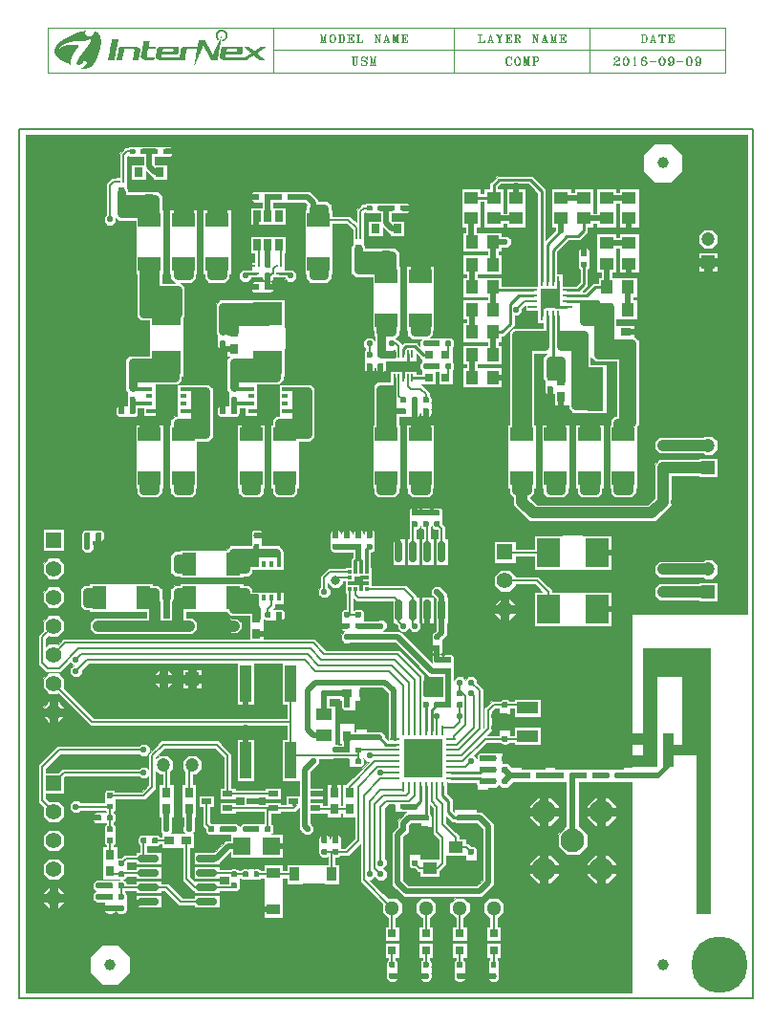
<source format=gbr>
%MOMM*%
%FSLAX33Y33*%
%ADD10C,0.200000*%
%ADD128C,0.100000*%
%ADD129C,0.080000*%
%ADD144C,1.300000*%
%ADD159C,1.400000*%
%ADD174C,0.750000*%
%ADD175C,0.250000*%
%ADD176C,0.500000*%
%ADD177C,0.300000*%
%ADD178C,1.000000*%
%ADD179C,0.530000*%
%ADD180C,0.550000*%
%ADD181C,5.000000*%
%ADD182R,1.400000X1.400000*%
%ADD183C,1.200000*%
%ADD184R,1.200000X1.200000*%
%ADD185C,2.100000*%
%ADD186R,0.800000X0.900000*%
%ADD187C,0.635000*%
%ADD188R,1.300000X2.000000*%
%ADD189R,2.000000X1.300000*%
%ADD190R,0.600000X0.325000*%
%ADD191R,0.787400X0.889000*%
%ADD192R,0.150000X0.250000*%
%ADD193R,0.500000X0.250000*%
%ADD194R,0.900000X0.800000*%
%ADD195R,0.889000X0.508000*%
%ADD196C,0.800000*%
%ADD197R,1.650000X2.400000*%
%ADD198R,2.540000X2.006600*%
%ADD199R,1.219200X0.914400*%
%ADD200R,1.498600X1.600200*%
%ADD201R,1.000000X3.200000*%
%ADD202R,2.400000X1.650000*%
%ADD203R,0.325000X0.600000*%
%ADD204R,0.711200X1.016000*%
%ADD205R,0.914400X1.219200*%
%ADD206R,1.450000X1.100000*%
%ADD207R,0.350000X0.350000*%
%ADD208R,0.800000X0.800000*%
%ADD209R,1.300000X1.050000*%
%ADD210R,0.825500X0.254000*%
%ADD211R,0.254000X0.825500*%
%ADD212R,3.450000X3.450000*%
%ADD213R,0.230000X0.700000*%
%ADD214R,1.500000X0.900000*%
%ADD215R,1.100000X1.250000*%
%ADD216R,1.250000X1.100000*%
%ADD217R,1.900000X1.100000*%
%ADD218R,2.006600X2.540000*%
%ADD219R,1.700000X1.700000*%
%ADD220R,1.450000X3.900000*%
%ADD230C,1.000000*%
G90*G71*G01*D02*G54D10*X000000Y000000D02*X065000Y000000D01*X065000Y077000D01*
X000000Y077000D01*X000000Y000000D01*X002000Y017540D02*X002000Y020500D01*
X003500Y022000D02*X002000Y020500D01*X008000Y015000D02*X008000Y016000D01*
X008000Y017000D02*X008000Y016000D01*X009175Y072350D02*X009175Y074675D01*
X009500Y075000D02*X009175Y074675D01*X009000Y009000D02*X009000Y009865D01*
X009000Y009865D02*X009000Y010000D01*X008000Y011250D02*X008000Y011000D01*
X009000Y011000D02*X009000Y011135D01*X008000Y014000D02*X008000Y012750D01*
X002000Y032000D02*X002000Y029750D01*X002500Y029250D02*X002000Y029750D01*
X008000Y072000D02*X008000Y069000D01*X015000Y018250D02*X015000Y020690D01*
X013000Y018250D02*X013000Y020690D01*X011750Y018750D02*X011750Y021500D01*
X012750Y022500D02*X011750Y021500D01*X011000Y014000D02*X011000Y012405D01*
X014750Y014000D02*X014750Y010615D01*X015500Y009865D02*X014750Y010615D01*
X016550Y017500D02*X016550Y015450D01*X017000Y015000D02*X016550Y015450D01*
X022325Y034825D02*X022325Y035500D01*X022000Y034000D02*X022000Y034500D01*
X022325Y034825D02*X022000Y034500D01*X018450Y021500D02*X018450Y018150D01*
X022000Y015000D02*X022000Y016850D01*X022500Y011140D02*X022500Y011000D01*
X019000Y011000D02*X019000Y011135D01*X019000Y010000D02*X019000Y009865D01*
X023175Y064850D02*X023175Y066705D01*X021175Y064850D02*X021175Y066705D01*
X022500Y064600D02*X022500Y064250D01*X029250Y018250D02*X029250Y018750D01*
X031500Y021000D02*X029250Y018750D01*X031000Y011000D02*X031000Y017500D01*
X032000Y018500D02*X031000Y017500D01*X030500Y010500D02*X030500Y018000D01*
X032000Y019500D02*X030500Y018000D01*X024000Y021100D02*X024000Y021500D01*
X030000Y021000D02*X030000Y021500D01*X030000Y021500D02*X030000Y022000D01*
X024000Y027900D02*X024000Y024500D01*X024000Y024500D02*X024000Y021100D01*
X030000Y014000D02*X030000Y018750D01*X031750Y020500D02*X030000Y018750D01*
X027640Y011000D02*X027640Y013000D01*X030175Y067350D02*X030175Y069675D01*
X030500Y070000D02*X030175Y069675D01*X031000Y057000D02*X031000Y058000D01*
X024300Y017150D02*X024300Y017500D01*X026200Y016850D02*X026200Y016750D01*
X029750Y036250D02*X029750Y035750D01*X030000Y035500D02*X029750Y035750D01*
X027000Y037250D02*X027000Y036000D01*X029825Y068250D02*X029825Y067350D01*
X029250Y034000D02*X029250Y036250D01*X035000Y018000D02*X035000Y018800D01*
X032000Y012000D02*X032000Y017000D01*X032500Y017500D02*X032000Y017000D01*
X034500Y018250D02*X034500Y018800D01*X031500Y011500D02*X031500Y017250D01*
X032250Y018000D02*X031500Y017250D01*X034000Y018500D02*X034000Y018800D01*
X036000Y005750D02*X036000Y008000D01*X033000Y005750D02*X033000Y008000D01*
X037000Y025000D02*X037000Y023700D01*X038000Y055000D02*X038000Y056000D01*
X038000Y057000D02*X038000Y058000D01*X037000Y017750D02*X037000Y018800D01*
X037500Y015400D02*X037500Y017250D01*X037000Y017750D02*X037500Y017250D01*
X036500Y017500D02*X036500Y018800D01*X037000Y014750D02*X037000Y017000D01*
X036500Y017500D02*X037000Y017000D01*X037500Y012000D02*X037500Y014250D01*
X037000Y014750D02*X037500Y014250D01*X033600Y057750D02*X033600Y057050D01*
X034400Y054250D02*X034400Y054950D01*X036000Y053000D02*X036000Y053500D01*
X035500Y054000D02*X036000Y053500D01*X033600Y053400D02*X033600Y054950D01*
X037405Y041595D02*X037405Y039583D01*X034865Y039583D02*X034865Y041865D01*
X035000Y042000D02*X034865Y041865D01*X036135Y039583D02*X036135Y041865D01*
X036000Y042000D02*X036135Y041865D01*X036000Y004250D02*X036000Y003000D01*
X033000Y003000D02*X033000Y004250D01*X035500Y028500D02*X035500Y023700D01*
X034500Y028000D02*X034500Y023700D01*X034000Y027750D02*X034000Y023700D01*
X035000Y028250D02*X035000Y023700D01*X037500Y024000D02*X037500Y023700D01*
X033595Y035155D02*X033595Y034418D01*X033595Y034418D02*X033595Y033405D01*
X034000Y033000D02*X033595Y033405D01*X034865Y034418D02*X034865Y033135D01*
X035000Y033000D02*X034865Y033135D01*X034865Y035500D02*X034865Y034418D01*
X042000Y005750D02*X042000Y008000D01*X039000Y005750D02*X039000Y008000D01*
X040750Y027250D02*X040750Y023875D01*X038875Y022000D02*X040750Y023875D01*
X043000Y039500D02*X043000Y039540D01*X040250Y026750D02*X040250Y024000D01*
X038750Y022500D02*X040250Y024000D01*X038650Y013425D02*X038650Y014250D01*
X037500Y015400D02*X038650Y014250D01*X041500Y025500D02*X041500Y023875D01*
X039125Y021500D02*X041500Y023875D01*X045000Y025750D02*X045000Y026000D01*
X045000Y023250D02*X045000Y023000D01*X042000Y004250D02*X042000Y003000D01*
X039000Y003000D02*X039000Y004250D01*X039000Y025000D02*X039000Y024500D01*
X038500Y024000D02*X039000Y024500D01*X039000Y026000D02*X039000Y025000D01*
X038500Y023250D02*X038500Y023000D01*X039500Y026750D02*X039500Y024250D01*
X038500Y023250D02*X039500Y024250D01*X039000Y028000D02*X039000Y027000D01*
X046826Y034500D02*X046826Y036000D01*X045826Y037000D02*X046826Y036000D01*
X027000Y013000D02*X027640Y013000D01*X028000Y013000D02*X029000Y013000D01*
X030000Y014000D02*X029000Y013000D01*X027640Y013000D02*X028000Y013000D01*
X039575Y013425D02*X038650Y013425D01*X036350Y011575D02*X037075Y011575D01*
X037500Y012000D02*X037075Y011575D01*X035425Y011575D02*X036350Y011575D01*
X024360Y011000D02*X022500Y011000D01*X022500Y011000D02*X021000Y011000D01*
X019000Y011135D02*X016583Y011135D01*X020000Y011000D02*X019000Y011000D01*
X013250Y014000D02*X012000Y014000D01*X009405Y012405D02*X011000Y012405D01*
X011000Y012405D02*X011418Y012405D01*X015500Y009865D02*X016583Y009865D01*
X019000Y009865D02*X016583Y009865D01*X013000Y009865D02*X011418Y009865D01*
X016583Y008595D02*X014270Y008595D01*X013000Y009865D02*X014270Y008595D01*
X009000Y009865D02*X011418Y009865D01*X008000Y011000D02*X009000Y011000D01*
X009000Y011135D02*X011418Y011135D01*X031500Y021000D02*X033300Y021000D01*
X032500Y017500D02*X034500Y017500D01*X035000Y018000D02*X034500Y017500D01*
X032250Y018000D02*X034250Y018000D01*X034500Y018250D02*X034250Y018000D01*
X032000Y018500D02*X034000Y018500D01*X032000Y019500D02*X033300Y019500D01*
X031000Y021500D02*X033300Y021500D01*X003500Y022000D02*X011000Y022000D01*
X039500Y020500D02*X038200Y020500D01*X003920Y020000D02*X011000Y020000D01*
X038875Y022000D02*X038200Y022000D01*X024000Y021500D02*X030000Y021500D01*
X030000Y022000D02*X033300Y022000D01*X031750Y020500D02*X033300Y020500D01*
X015000Y020690D02*X015270Y020690D01*X005000Y017000D02*X008000Y017000D01*
X013000Y020690D02*X012730Y020690D01*X022450Y018150D02*X018450Y018150D01*
X008000Y018000D02*X011000Y018000D01*X011750Y018750D02*X011000Y018000D01*
X018450Y016850D02*X022000Y016850D01*X024550Y017150D02*X024300Y017150D01*
X022450Y016850D02*X024250Y016850D01*X024550Y017150D02*X024250Y016850D01*
X022000Y016850D02*X022450Y016850D01*X027875Y016750D02*X029250Y016750D01*
X026200Y016750D02*X027875Y016750D01*X039125Y021500D02*X038200Y021500D01*
X039250Y021000D02*X038200Y021000D01*X032000Y020000D02*X033300Y020000D01*
X038750Y022500D02*X038200Y022500D01*X006420Y024500D02*X024000Y024500D01*
X012750Y022500D02*X017450Y022500D01*X018450Y021500D02*X017450Y022500D01*
X043000Y026000D02*X042000Y026000D01*X041500Y025500D02*X042000Y026000D01*
X045000Y026000D02*X043000Y026000D01*X043000Y023000D02*X041250Y023000D01*
X039250Y021000D02*X041250Y023000D01*X045000Y023000D02*X043000Y023000D01*
X026500Y029500D02*X033000Y029500D01*X034500Y028000D02*X033000Y029500D01*
X026250Y029000D02*X032750Y029000D01*X034000Y027750D02*X032750Y029000D01*
X002500Y029250D02*X003500Y029250D01*X005250Y031000D02*X003500Y029250D01*
X038500Y024000D02*X037500Y024000D01*X038500Y023000D02*X038200Y023000D01*
X039000Y027000D02*X039250Y027000D01*X039500Y026750D02*X039250Y027000D01*
X045826Y037000D02*X043000Y037000D01*X027000Y030500D02*X033500Y030500D01*
X035500Y028500D02*X033500Y030500D01*X004040Y031500D02*X026000Y031500D01*
X027000Y030500D02*X026000Y031500D01*X005500Y030500D02*X025500Y030500D01*
X026500Y029500D02*X025500Y030500D01*X006000Y030000D02*X025250Y030000D01*
X026250Y029000D02*X025250Y030000D01*X026750Y030000D02*X033250Y030000D01*
X035000Y028250D02*X033250Y030000D01*X005250Y031000D02*X025750Y031000D01*
X026750Y030000D02*X025750Y031000D01*X030000Y035500D02*X033250Y035500D01*
X033595Y035155D02*X033250Y035500D01*X030750Y036250D02*X034115Y036250D01*
X034865Y035500D02*X034115Y036250D01*X029250Y034000D02*X029000Y034000D01*
X030000Y034000D02*X029250Y034000D01*X046826Y039500D02*X043000Y039500D01*
X029250Y037750D02*X027500Y037750D01*X027000Y037250D02*X027500Y037750D01*
X028250Y037250D02*X029250Y037250D01*X037750Y055000D02*X038000Y055000D01*
X037750Y057000D02*X038000Y057000D01*X033000Y058000D02*X033350Y058000D01*
X033600Y057750D02*X033350Y058000D01*X035500Y054000D02*X034650Y054000D01*
X034400Y054250D02*X034650Y054000D01*X045500Y061750D02*X044750Y061750D01*
X044000Y061000D02*X044750Y061750D01*X022250Y064000D02*X022000Y064000D01*
X020825Y064850D02*X020150Y064850D01*X020000Y065000D02*X020150Y064850D01*
X022825Y064850D02*X022750Y064850D01*X022500Y064600D02*X022750Y064850D01*
X030500Y070000D02*X031000Y070000D01*X023175Y066705D02*X022950Y066705D01*
X021175Y066705D02*X021050Y066705D01*X008825Y072350D02*X008350Y072350D01*
X008000Y072000D02*X008350Y072350D01*X026500Y068950D02*X029125Y068950D01*
X029825Y068250D02*X029125Y068950D01*X009500Y075000D02*X010000Y075000D01*
X032000Y011000D02*X031500Y011500D01*X033000Y008000D02*X030500Y010500D01*
X009000Y012000D02*X009405Y012405D01*X035000Y012000D02*X035425Y011575D01*
X040000Y013000D02*X039575Y013425D01*X003000Y016540D02*X002000Y017540D01*
X003000Y019080D02*X003920Y020000D01*X040000Y021000D02*X039500Y020500D01*
X003000Y027920D02*X006420Y024500D01*X040000Y028000D02*X040750Y027250D01*
X040000Y027000D02*X040250Y026750D01*X003000Y030460D02*X004040Y031500D01*
X005000Y030000D02*X005500Y030500D01*X005000Y029000D02*X006000Y030000D01*
X003000Y033000D02*X002000Y032000D01*X028000Y037000D02*X028250Y037250D01*
X037000Y042000D02*X037405Y041595D01*X034000Y053000D02*X033600Y053400D01*
X022500Y064250D02*X022250Y064000D01*D02*G54D128*X000550Y000550D02*
X054200Y000550D01*X054200Y000550D02*X054200Y019150D01*X054200Y019150D02*
X049600Y019150D01*X049600Y019150D02*X049600Y015238D01*X049600Y015238D02*
X050300Y014539D01*X050300Y014539D02*X050300Y013462D01*X050300Y013462D02*
X049539Y012700D01*X049539Y012700D02*X048462Y012700D01*X048462Y012700D02*
X047700Y013462D01*X047700Y013462D02*X047700Y014539D01*X047700Y014539D02*
X048400Y015238D01*X048400Y015238D02*X048400Y019150D01*X048400Y019150D02*
X045249Y019150D01*X045249Y019150D02*X045249Y019150D01*X045249Y019150D02*
X043749Y019150D01*X043749Y019150D02*X043249Y018650D01*X043249Y018650D02*
X042751Y018650D01*X042751Y018650D02*X042500Y018901D01*X042500Y018901D02*
X042249Y018650D01*X042249Y018650D02*X041500Y018650D01*X041500Y018650D02*
X041500Y018450D01*X041500Y018450D02*X040500Y018450D01*X040500Y018450D02*
X040500Y018901D01*X040500Y018901D02*X040400Y019001D01*X040400Y019001D02*
X040400Y019040D01*X040400Y019040D02*X038009Y019040D01*X038009Y019040D02*
X037926Y019123D01*X037926Y019123D02*X037877Y019123D01*X037877Y019123D02*
X037877Y018154D01*X037877Y018154D02*X038375Y017655D01*X038375Y017655D02*
X038375Y016655D01*X038375Y016655D02*X038500Y016531D01*X038500Y016531D02*
X038500Y016800D01*X038500Y016800D02*X040500Y016800D01*X040500Y016800D02*
X040500Y016500D01*X040500Y016500D02*X040957Y016500D01*X040957Y016500D02*
X042000Y015457D01*X042000Y015457D02*X042000Y010043D01*X042000Y010043D02*
X040957Y009000D01*X040957Y009000D02*X034043Y009000D01*X034043Y009000D02*
X033000Y010043D01*X033000Y010043D02*X033000Y014707D01*X033000Y014707D02*
X033475Y015182D01*X033475Y015182D02*X033475Y015218D01*X033475Y015218D02*
X033500Y015243D01*X033500Y015243D02*X033500Y015707D01*X033500Y015707D02*
X034293Y016500D01*X034293Y016500D02*X033793Y016500D01*X033793Y016500D02*
X033793Y016500D01*X033793Y016500D02*X033200Y016500D01*X033200Y016500D02*
X033200Y017150D01*X033200Y017150D02*X032645Y017150D01*X032645Y017150D02*
X032350Y016855D01*X032350Y016855D02*X032350Y012393D01*X032350Y012393D02*
X032525Y012218D01*X032525Y012218D02*X032525Y011783D01*X032525Y011783D02*
X032243Y011500D01*X032243Y011500D02*X032525Y011218D01*X032525Y011218D02*
X032525Y010783D01*X032525Y010783D02*X032218Y010475D01*X032218Y010475D02*
X031783Y010475D01*X031783Y010475D02*X031500Y010757D01*X031500Y010757D02*
X031218Y010475D01*X031218Y010475D02*X031020Y010475D01*X031020Y010475D02*
X032611Y008884D01*X032611Y008884D02*X032627Y008900D01*X032627Y008900D02*
X033373Y008900D01*X033373Y008900D02*X033900Y008373D01*X033900Y008373D02*
X033900Y007627D01*X033900Y007627D02*X033373Y007100D01*X033373Y007100D02*
X033350Y007100D01*X033350Y007100D02*X033350Y006400D01*X033350Y006400D02*
X033650Y006400D01*X033650Y006400D02*X033650Y005100D01*X033650Y005100D02*
X032350Y005100D01*X032350Y005100D02*X032350Y006400D01*X032350Y006400D02*
X032650Y006400D01*X032650Y006400D02*X032650Y007100D01*X032650Y007100D02*
X032627Y007100D01*X032627Y007100D02*X032100Y007627D01*X032100Y007627D02*
X032100Y008373D01*X032100Y008373D02*X032116Y008389D01*X032116Y008389D02*
X030150Y010355D01*X030150Y010355D02*X030150Y013655D01*X030150Y013655D02*
X029145Y012650D01*X029145Y012650D02*X028438Y012650D01*X028438Y012650D02*
X028398Y012601D01*X028398Y012601D02*X028345Y012558D01*X028345Y012558D02*
X028285Y012526D01*X028285Y012526D02*X028218Y012506D01*X028218Y012506D02*
X028162Y012500D01*X028162Y012500D02*X027990Y012500D01*X027990Y012500D02*
X027990Y011860D01*X027990Y011860D02*X028347Y011860D01*X028347Y011860D02*
X028347Y010140D01*X028347Y010140D02*X026933Y010140D01*X026933Y010140D02*
X026933Y010150D01*X026933Y010150D02*X025067Y010150D01*X025067Y010150D02*
X025067Y010140D01*X025067Y010140D02*X023653Y010140D01*X023653Y010140D02*
X023653Y010650D01*X023653Y010650D02*X023360Y010650D01*X023360Y010650D02*
X023360Y010433D01*X023360Y010433D02*X023350Y010433D01*X023350Y010433D02*
X023350Y008567D01*X023350Y008567D02*X023360Y008567D01*X023360Y008567D02*
X023360Y007153D01*X023360Y007153D02*X021640Y007153D01*X021640Y007153D02*
X021640Y008567D01*X021640Y008567D02*X021650Y008567D01*X021650Y008567D02*
X021650Y010433D01*X021650Y010433D02*X021640Y010433D01*X021640Y010433D02*
X021640Y010650D01*X021640Y010650D02*X021438Y010650D01*X021438Y010650D02*
X021398Y010601D01*X021398Y010601D02*X021345Y010558D01*X021345Y010558D02*
X021285Y010526D01*X021285Y010526D02*X021218Y010506D01*X021218Y010506D02*
X021162Y010500D01*X021162Y010500D02*X020838Y010500D01*X020838Y010500D02*
X020800Y010504D01*X020800Y010504D02*X020800Y010500D01*X020800Y010500D02*
X020200Y010500D01*X020200Y010500D02*X020200Y010504D01*X020200Y010504D02*
X020162Y010500D01*X020162Y010500D02*X019838Y010500D01*X019838Y010500D02*
X019782Y010506D01*X019782Y010506D02*X019715Y010526D01*X019715Y010526D02*
X019655Y010558D01*X019655Y010558D02*X019602Y010602D01*X019602Y010602D02*
X019562Y010650D01*X019562Y010650D02*X019500Y010650D01*X019500Y010650D02*
X019500Y010200D01*X019500Y010200D02*X019496Y010200D01*X019496Y010200D02*
X019500Y010162D01*X019500Y010162D02*X019500Y009838D01*X019500Y009838D02*
X019495Y009782D01*X019495Y009782D02*X019475Y009716D01*X019475Y009716D02*
X019442Y009655D01*X019442Y009655D02*X019398Y009601D01*X019398Y009601D02*
X019345Y009558D01*X019345Y009558D02*X019285Y009526D01*X019285Y009526D02*
X019218Y009506D01*X019218Y009506D02*X019162Y009500D01*X019162Y009500D02*
X018838Y009500D01*X018838Y009500D02*X018782Y009506D01*X018782Y009506D02*
X018751Y009515D01*X018751Y009515D02*X017747Y009515D01*X017747Y009515D02*
X017747Y009298D01*X017747Y009298D02*X015418Y009298D01*X015418Y009298D02*
X015418Y009515D01*X015418Y009515D02*X015355Y009515D01*X015355Y009515D02*
X014400Y010470D01*X014400Y010470D02*X014400Y013350D01*X014400Y013350D02*
X012550Y013350D01*X012550Y013350D02*X012550Y013650D01*X012550Y013650D02*
X012438Y013650D01*X012438Y013650D02*X012398Y013601D01*X012398Y013601D02*
X012345Y013558D01*X012345Y013558D02*X012285Y013526D01*X012285Y013526D02*
X012218Y013506D01*X012218Y013506D02*X012162Y013500D01*X012162Y013500D02*
X011838Y013500D01*X011838Y013500D02*X011800Y013504D01*X011800Y013504D02*
X011800Y013500D01*X011800Y013500D02*X011350Y013500D01*X011350Y013500D02*
X011350Y012973D01*X011350Y012973D02*X012582Y012973D01*X012582Y012973D02*
X012582Y011838D01*X012582Y011838D02*X010253Y011838D01*X010253Y011838D02*
X010253Y012055D01*X010253Y012055D02*X009550Y012055D01*X009550Y012055D02*
X009500Y012005D01*X009500Y012005D02*X009500Y011838D01*X009500Y011838D02*
X009496Y011800D01*X009496Y011800D02*X009500Y011800D01*X009500Y011800D02*
X009500Y011485D01*X009500Y011485D02*X010253Y011485D01*X010253Y011485D02*
X010253Y011703D01*X010253Y011703D02*X012582Y011703D01*X012582Y011703D02*
X012582Y010568D01*X012582Y010568D02*X010253Y010568D01*X010253Y010568D02*
X010253Y010785D01*X010253Y010785D02*X009495Y010785D01*X009495Y010785D02*
X009495Y010782D01*X009495Y010782D02*X009475Y010716D01*X009475Y010716D02*
X009442Y010655D01*X009442Y010655D02*X009398Y010601D01*X009398Y010601D02*
X009345Y010558D01*X009345Y010558D02*X009285Y010526D01*X009285Y010526D02*
X009218Y010506D01*X009218Y010506D02*X009162Y010500D01*X009162Y010500D02*
X009218Y010495D01*X009218Y010495D02*X009284Y010475D01*X009284Y010475D02*
X009345Y010442D01*X009345Y010442D02*X009398Y010398D01*X009398Y010398D02*
X009442Y010345D01*X009442Y010345D02*X009475Y010284D01*X009475Y010284D02*
X009495Y010218D01*X009495Y010218D02*X009495Y010215D01*X009495Y010215D02*
X010253Y010215D01*X010253Y010215D02*X010253Y010433D01*X010253Y010433D02*
X012582Y010433D01*X012582Y010433D02*X012582Y010215D01*X012582Y010215D02*
X013145Y010215D01*X013145Y010215D02*X014415Y008945D01*X014415Y008945D02*
X015418Y008945D01*X015418Y008945D02*X015418Y009163D01*X015418Y009163D02*
X017747Y009163D01*X017747Y009163D02*X017747Y008028D01*X017747Y008028D02*
X015418Y008028D01*X015418Y008028D02*X015418Y008245D01*X015418Y008245D02*
X014125Y008245D01*X014125Y008245D02*X012855Y009515D01*X012855Y009515D02*
X012582Y009515D01*X012582Y009515D02*X012582Y009298D01*X012582Y009298D02*
X010253Y009298D01*X010253Y009298D02*X010253Y009515D01*X010253Y009515D02*
X009350Y009515D01*X009350Y009515D02*X009350Y009438D01*X009350Y009438D02*
X009398Y009398D01*X009398Y009398D02*X009442Y009345D01*X009442Y009345D02*
X009475Y009284D01*X009475Y009284D02*X009495Y009218D01*X009495Y009218D02*
X009500Y009162D01*X009500Y009162D02*X009500Y008838D01*X009500Y008838D02*
X009496Y008800D01*X009496Y008800D02*X009500Y008800D01*X009500Y008800D02*
X009500Y008200D01*X009500Y008200D02*X009496Y008200D01*X009496Y008200D02*
X009500Y008162D01*X009500Y008162D02*X009500Y007838D01*X009500Y007838D02*
X009495Y007782D01*X009495Y007782D02*X009475Y007716D01*X009475Y007716D02*
X009442Y007655D01*X009442Y007655D02*X009398Y007601D01*X009398Y007601D02*
X009345Y007558D01*X009345Y007558D02*X009285Y007526D01*X009285Y007526D02*
X009218Y007506D01*X009218Y007506D02*X009162Y007500D01*X009162Y007500D02*
X008838Y007500D01*X008838Y007500D02*X008782Y007506D01*X008782Y007506D02*
X008715Y007526D01*X008715Y007526D02*X008704Y007532D01*X008704Y007532D02*
X008655Y007558D01*X008655Y007558D02*X008602Y007602D01*X008602Y007602D02*
X008558Y007655D01*X008558Y007655D02*X008526Y007715D01*X008526Y007715D02*
X008506Y007782D01*X008506Y007782D02*X008500Y007838D01*X008500Y007838D02*
X008495Y007782D01*X008495Y007782D02*X008475Y007716D01*X008475Y007716D02*
X008442Y007655D01*X008442Y007655D02*X008398Y007601D01*X008398Y007601D02*
X008345Y007558D01*X008345Y007558D02*X008285Y007526D01*X008285Y007526D02*
X008218Y007506D01*X008218Y007506D02*X008162Y007500D01*X008162Y007500D02*
X007838Y007500D01*X007838Y007500D02*X007782Y007506D01*X007782Y007506D02*
X007715Y007526D01*X007715Y007526D02*X007655Y007558D01*X007655Y007558D02*
X007602Y007602D01*X007602Y007602D02*X007558Y007655D01*X007558Y007655D02*
X007526Y007715D01*X007526Y007715D02*X007506Y007782D01*X007506Y007782D02*
X007500Y007838D01*X007500Y007838D02*X007500Y008162D01*X007500Y008162D02*
X007504Y008200D01*X007504Y008200D02*X007500Y008200D01*X007500Y008200D02*
X007500Y008500D01*X007500Y008500D02*X007243Y008500D01*X007243Y008500D02*
X007218Y008475D01*X007218Y008475D02*X006783Y008475D01*X006783Y008475D02*
X006475Y008783D01*X006475Y008783D02*X006475Y009218D01*X006475Y009218D02*
X006757Y009500D01*X006757Y009500D02*X006475Y009783D01*X006475Y009783D02*
X006475Y010218D01*X006475Y010218D02*X006783Y010525D01*X006783Y010525D02*
X007218Y010525D01*X007218Y010525D02*X007243Y010500D01*X007243Y010500D02*
X008800Y010500D01*X008800Y010500D02*X008800Y010496D01*X008800Y010496D02*
X008838Y010500D01*X008838Y010500D02*X008782Y010506D01*X008782Y010506D02*
X008715Y010526D01*X008715Y010526D02*X008655Y010558D01*X008655Y010558D02*
X008650Y010562D01*X008650Y010562D02*X008650Y010550D01*X008650Y010550D02*
X007350Y010550D01*X007350Y010550D02*X007350Y013450D01*X007350Y013450D02*
X007650Y013450D01*X007650Y013450D02*X007650Y013562D01*X007650Y013562D02*
X007602Y013602D01*X007602Y013602D02*X007558Y013655D01*X007558Y013655D02*
X007526Y013715D01*X007526Y013715D02*X007506Y013782D01*X007506Y013782D02*
X007500Y013838D01*X007500Y013838D02*X007500Y014162D01*X007500Y014162D02*
X007504Y014200D01*X007504Y014200D02*X007500Y014200D01*X007500Y014200D02*
X007500Y014800D01*X007500Y014800D02*X007504Y014800D01*X007504Y014800D02*
X007500Y014838D01*X007500Y014838D02*X007500Y015162D01*X007500Y015162D02*
X007506Y015218D01*X007506Y015218D02*X007526Y015285D01*X007526Y015285D02*
X007558Y015345D01*X007558Y015345D02*X007601Y015398D01*X007601Y015398D02*
X007650Y015438D01*X007650Y015438D02*X007650Y015500D01*X007650Y015500D02*
X007200Y015500D01*X007200Y015500D02*X007200Y015504D01*X007200Y015504D02*
X007162Y015500D01*X007162Y015500D02*X006838Y015500D01*X006838Y015500D02*
X006782Y015506D01*X006782Y015506D02*X006715Y015526D01*X006715Y015526D02*
X006655Y015558D01*X006655Y015558D02*X006602Y015602D01*X006602Y015602D02*
X006558Y015655D01*X006558Y015655D02*X006526Y015715D01*X006526Y015715D02*
X006506Y015782D01*X006506Y015782D02*X006500Y015838D01*X006500Y015838D02*
X006500Y016162D01*X006500Y016162D02*X006506Y016218D01*X006506Y016218D02*
X006526Y016285D01*X006526Y016285D02*X006558Y016345D01*X006558Y016345D02*
X006601Y016398D01*X006601Y016398D02*X006655Y016442D01*X006655Y016442D02*
X006716Y016475D01*X006716Y016475D02*X006782Y016495D01*X006782Y016495D02*
X006838Y016500D01*X006838Y016500D02*X007162Y016500D01*X007162Y016500D02*
X007200Y016496D01*X007200Y016496D02*X007200Y016500D01*X007200Y016500D02*
X007650Y016500D01*X007650Y016500D02*X007650Y016562D01*X007650Y016562D02*
X007602Y016602D01*X007602Y016602D02*X007562Y016650D01*X007562Y016650D02*
X005393Y016650D01*X005393Y016650D02*X005218Y016475D01*X005218Y016475D02*
X004783Y016475D01*X004783Y016475D02*X004475Y016783D01*X004475Y016783D02*
X004475Y017218D01*X004475Y017218D02*X004783Y017525D01*X004783Y017525D02*
X005218Y017525D01*X005218Y017525D02*X005393Y017350D01*X005393Y017350D02*
X007500Y017350D01*X007500Y017350D02*X007500Y017800D01*X007500Y017800D02*
X007504Y017800D01*X007504Y017800D02*X007500Y017838D01*X007500Y017838D02*
X007500Y018162D01*X007500Y018162D02*X007506Y018218D01*X007506Y018218D02*
X007526Y018285D01*X007526Y018285D02*X007558Y018345D01*X007558Y018345D02*
X007601Y018398D01*X007601Y018398D02*X007655Y018442D01*X007655Y018442D02*
X007716Y018475D01*X007716Y018475D02*X007782Y018495D01*X007782Y018495D02*
X007838Y018500D01*X007838Y018500D02*X008162Y018500D01*X008162Y018500D02*
X008218Y018495D01*X008218Y018495D02*X008284Y018475D01*X008284Y018475D02*
X008345Y018442D01*X008345Y018442D02*X008398Y018398D01*X008398Y018398D02*
X008438Y018350D01*X008438Y018350D02*X010855Y018350D01*X010855Y018350D02*
X011400Y018895D01*X011400Y018895D02*X011400Y019657D01*X011400Y019657D02*
X011218Y019475D01*X011218Y019475D02*X010783Y019475D01*X010783Y019475D02*
X010608Y019650D01*X010608Y019650D02*X004065Y019650D01*X004065Y019650D02*
X003950Y019535D01*X003950Y019535D02*X003950Y018130D01*X003950Y018130D02*
X002350Y018130D01*X002350Y018130D02*X002350Y017685D01*X002350Y017685D02*
X002576Y017459D01*X002576Y017459D02*X002607Y017490D01*X002607Y017490D02*
X003394Y017490D01*X003394Y017490D02*X003950Y016934D01*X003950Y016934D02*
X003950Y016147D01*X003950Y016147D02*X003394Y015590D01*X003394Y015590D02*
X002607Y015590D01*X002607Y015590D02*X002050Y016147D01*X002050Y016147D02*
X002050Y016934D01*X002050Y016934D02*X002081Y016964D01*X002081Y016964D02*
X001650Y017395D01*X001650Y017395D02*X001650Y020645D01*X001650Y020645D02*
X003355Y022350D01*X003355Y022350D02*X010608Y022350D01*X010608Y022350D02*
X010783Y022525D01*X010783Y022525D02*X011218Y022525D01*X011218Y022525D02*
X011525Y022218D01*X011525Y022218D02*X011525Y021783D01*X011525Y021783D02*
X011218Y021475D01*X011218Y021475D02*X010783Y021475D01*X010783Y021475D02*
X010608Y021650D01*X010608Y021650D02*X003645Y021650D01*X003645Y021650D02*
X002350Y020355D01*X002350Y020355D02*X002350Y020030D01*X002350Y020030D02*
X003455Y020030D01*X003455Y020030D02*X003775Y020350D01*X003775Y020350D02*
X010608Y020350D01*X010608Y020350D02*X010783Y020525D01*X010783Y020525D02*
X011218Y020525D01*X011218Y020525D02*X011400Y020343D01*X011400Y020343D02*
X011400Y021645D01*X011400Y021645D02*X012605Y022850D01*X012605Y022850D02*
X017595Y022850D01*X017595Y022850D02*X018800Y021645D01*X018800Y021645D02*
X018800Y018654D01*X018800Y018654D02*X019145Y018654D01*X019145Y018654D02*
X019145Y018500D01*X019145Y018500D02*X021756Y018500D01*X021756Y018500D02*
X021756Y018654D01*X021756Y018654D02*X023145Y018654D01*X023145Y018654D02*
X023145Y017646D01*X023145Y017646D02*X021756Y017646D01*X021756Y017646D02*
X021756Y017800D01*X021756Y017800D02*X021245Y017800D01*X021245Y017800D02*
X021245Y017200D01*X021245Y017200D02*X021756Y017200D01*X021756Y017200D02*
X021756Y017354D01*X021756Y017354D02*X023145Y017354D01*X023145Y017354D02*
X023145Y017200D01*X023145Y017200D02*X023606Y017200D01*X023606Y017200D02*
X023606Y018004D01*X023606Y018004D02*X024750Y018004D01*X024750Y018004D02*
X024750Y019250D01*X024750Y019250D02*X023250Y019250D01*X023250Y019250D02*
X023250Y022950D01*X023250Y022950D02*X023650Y022950D01*X023650Y022950D02*
X023650Y024150D01*X023650Y024150D02*X006275Y024150D01*X006275Y024150D02*
X003424Y027001D01*X003424Y027001D02*X003394Y026970D01*X003394Y026970D02*
X002607Y026970D01*X002607Y026970D02*X002050Y027527D01*X002050Y027527D02*
X002050Y028314D01*X002050Y028314D02*X002607Y028870D01*X002607Y028870D02*
X003394Y028870D01*X003394Y028870D02*X003950Y028314D01*X003950Y028314D02*
X003950Y027527D01*X003950Y027527D02*X003919Y027496D01*X003919Y027496D02*
X006565Y024850D01*X006565Y024850D02*X023650Y024850D01*X023650Y024850D02*
X023650Y026050D01*X023650Y026050D02*X023250Y026050D01*X023250Y026050D02*
X023250Y029650D01*X023250Y029650D02*X020750Y029650D01*X020750Y029650D02*
X020750Y026050D01*X020750Y026050D02*X019250Y026050D01*X019250Y026050D02*
X019250Y029650D01*X019250Y029650D02*X006145Y029650D01*X006145Y029650D02*
X005525Y029030D01*X005525Y029030D02*X005525Y028783D01*X005525Y028783D02*
X005218Y028475D01*X005218Y028475D02*X004783Y028475D01*X004783Y028475D02*
X004475Y028783D01*X004475Y028783D02*X004475Y029218D01*X004475Y029218D02*
X004757Y029500D01*X004757Y029500D02*X004501Y029756D01*X004501Y029756D02*
X003645Y028900D01*X003645Y028900D02*X002355Y028900D01*X002355Y028900D02*
X001650Y029605D01*X001650Y029605D02*X001650Y032145D01*X001650Y032145D02*
X002081Y032576D01*X002081Y032576D02*X002050Y032606D01*X002050Y032606D02*
X002050Y033394D01*X002050Y033394D02*X002607Y033950D01*X002607Y033950D02*
X003394Y033950D01*X003394Y033950D02*X003950Y033394D01*X003950Y033394D02*
X003950Y032606D01*X003950Y032606D02*X003394Y032050D01*X003394Y032050D02*
X002607Y032050D01*X002607Y032050D02*X002576Y032081D01*X002576Y032081D02*
X002350Y031855D01*X002350Y031855D02*X002350Y031154D01*X002350Y031154D02*
X002607Y031410D01*X002607Y031410D02*X003394Y031410D01*X003394Y031410D02*
X003424Y031379D01*X003424Y031379D02*X003895Y031850D01*X003895Y031850D02*
X020350Y031850D01*X020350Y031850D02*X020350Y033875D01*X020350Y033875D02*
X018691Y033875D01*X018691Y033875D02*X018325Y034241D01*X018325Y034241D02*
X018325Y034250D01*X018325Y034250D02*X014750Y034250D01*X014750Y034250D02*
X014750Y033750D01*X014750Y033750D02*X015311Y033750D01*X015311Y033750D02*
X015750Y033311D01*X015750Y033311D02*X015750Y032689D01*X015750Y032689D02*
X015311Y032250D01*X015311Y032250D02*X006689Y032250D01*X006689Y032250D02*
X006250Y032689D01*X006250Y032689D02*X006250Y033311D01*X006250Y033311D02*
X006689Y033750D01*X006689Y033750D02*X011250Y033750D01*X011250Y033750D02*
X011250Y034250D01*X011250Y034250D02*X006150Y034250D01*X006150Y034250D02*
X006150Y034375D01*X006150Y034375D02*X005741Y034375D01*X005741Y034375D02*
X005375Y034741D01*X005375Y034741D02*X005375Y036259D01*X005375Y036259D02*
X005741Y036625D01*X005741Y036625D02*X006150Y036625D01*X006150Y036625D02*
X006150Y036750D01*X006150Y036750D02*X007550Y036750D01*X007550Y036750D02*
X007550Y036750D01*X007550Y036750D02*X010450Y036750D01*X010450Y036750D02*
X010450Y036750D01*X010450Y036750D02*X011850Y036750D01*X011850Y036750D02*
X011850Y036625D01*X011850Y036625D02*X012259Y036625D01*X012259Y036625D02*
X012625Y036259D01*X012625Y036259D02*X012625Y035436D01*X012625Y035436D02*
X012750Y035311D01*X012750Y035311D02*X012750Y033750D01*X012750Y033750D02*
X013250Y033750D01*X013250Y033750D02*X013250Y035311D01*X013250Y035311D02*
X013375Y035436D01*X013375Y035436D02*X013375Y036259D01*X013375Y036259D02*
X013741Y036625D01*X013741Y036625D02*X014150Y036625D01*X014150Y036625D02*
X014150Y036750D01*X014150Y036750D02*X015550Y036750D01*X015550Y036750D02*
X015550Y036750D01*X015550Y036750D02*X018450Y036750D01*X018450Y036750D02*
X018450Y036750D01*X018450Y036750D02*X019850Y036750D01*X019850Y036750D02*
X019850Y036625D01*X019850Y036625D02*X020259Y036625D01*X020259Y036625D02*
X020625Y036259D01*X020625Y036259D02*X020625Y036050D01*X020625Y036050D02*
X021191Y036050D01*X021191Y036050D02*X021191Y036050D01*X021191Y036050D02*
X023388Y036050D01*X023388Y036050D02*X023388Y034950D01*X023388Y034950D02*
X022675Y034950D01*X022675Y034950D02*X022675Y034680D01*X022675Y034680D02*
X022495Y034500D01*X022495Y034500D02*X022800Y034500D01*X022800Y034500D02*
X022800Y034496D01*X022800Y034496D02*X022838Y034500D01*X022838Y034500D02*
X023162Y034500D01*X023162Y034500D02*X023218Y034495D01*X023218Y034495D02*
X023284Y034475D01*X023284Y034475D02*X023345Y034442D01*X023345Y034442D02*
X023398Y034398D01*X023398Y034398D02*X023442Y034345D01*X023442Y034345D02*
X023475Y034284D01*X023475Y034284D02*X023495Y034218D01*X023495Y034218D02*
X023500Y034162D01*X023500Y034162D02*X023500Y033838D01*X023500Y033838D02*
X023495Y033782D01*X023495Y033782D02*X023475Y033716D01*X023475Y033716D02*
X023442Y033655D01*X023442Y033655D02*X023398Y033601D01*X023398Y033601D02*
X023345Y033558D01*X023345Y033558D02*X023285Y033526D01*X023285Y033526D02*
X023218Y033506D01*X023218Y033506D02*X023162Y033500D01*X023162Y033500D02*
X022838Y033500D01*X022838Y033500D02*X022800Y033504D01*X022800Y033504D02*
X022800Y033500D01*X022800Y033500D02*X022200Y033500D01*X022200Y033500D02*
X022200Y033504D01*X022200Y033504D02*X022162Y033500D01*X022162Y033500D02*
X021838Y033500D01*X021838Y033500D02*X021782Y033506D01*X021782Y033506D02*
X021715Y033526D01*X021715Y033526D02*X021655Y033558D01*X021655Y033558D02*
X021650Y033562D01*X021650Y033562D02*X021650Y033450D01*X021650Y033450D02*
X021650Y033450D01*X021650Y033450D02*X021650Y032550D01*X021650Y032550D02*
X021650Y032550D01*X021650Y032550D02*X021650Y031850D01*X021650Y031850D02*
X026145Y031850D01*X026145Y031850D02*X027145Y030850D01*X027145Y030850D02*
X033645Y030850D01*X033645Y030850D02*X035850Y028645D01*X035850Y028645D02*
X035850Y026800D01*X035850Y026800D02*X037500Y026800D01*X037500Y026800D02*
X037500Y028500D01*X037500Y028500D02*X036293Y028500D01*X036293Y028500D02*
X033293Y031500D01*X033293Y031500D02*X029243Y031500D01*X029243Y031500D02*
X029218Y031475D01*X029218Y031475D02*X028783Y031475D01*X028783Y031475D02*
X028475Y031783D01*X028475Y031783D02*X028475Y032218D01*X028475Y032218D02*
X028767Y032510D01*X028767Y032510D02*X028715Y032526D01*X028715Y032526D02*
X028655Y032558D01*X028655Y032558D02*X028602Y032602D01*X028602Y032602D02*
X028558Y032655D01*X028558Y032655D02*X028526Y032715D01*X028526Y032715D02*
X028506Y032782D01*X028506Y032782D02*X028500Y032838D01*X028500Y032838D02*
X028500Y033162D01*X028500Y033162D02*X028504Y033200D01*X028504Y033200D02*
X028500Y033200D01*X028500Y033200D02*X028500Y033800D01*X028500Y033800D02*
X028504Y033800D01*X028504Y033800D02*X028500Y033838D01*X028500Y033838D02*
X028500Y034162D01*X028500Y034162D02*X028506Y034218D01*X028506Y034218D02*
X028526Y034285D01*X028526Y034285D02*X028558Y034345D01*X028558Y034345D02*
X028601Y034398D01*X028601Y034398D02*X028655Y034442D01*X028655Y034442D02*
X028716Y034475D01*X028716Y034475D02*X028782Y034495D01*X028782Y034495D02*
X028838Y034500D01*X028838Y034500D02*X028900Y034500D01*X028900Y034500D02*
X028900Y035825D01*X028900Y035825D02*X028825Y035825D01*X028825Y035825D02*
X028825Y036900D01*X028825Y036900D02*X028650Y036900D01*X028650Y036900D02*
X028650Y036731D01*X028650Y036731D02*X028269Y036350D01*X028269Y036350D02*
X027731Y036350D01*X027731Y036350D02*X027350Y036731D01*X027350Y036731D02*
X027350Y036393D01*X027350Y036393D02*X027525Y036218D01*X027525Y036218D02*
X027525Y035783D01*X027525Y035783D02*X027218Y035475D01*X027218Y035475D02*
X026783Y035475D01*X026783Y035475D02*X026475Y035783D01*X026475Y035783D02*
X026475Y036218D01*X026475Y036218D02*X026650Y036393D01*X026650Y036393D02*
X026650Y037395D01*X026650Y037395D02*X027355Y038100D01*X027355Y038100D02*
X028825Y038100D01*X028825Y038100D02*X028825Y038175D01*X028825Y038175D02*
X029350Y038175D01*X029350Y038175D02*X029350Y038916D01*X029350Y038916D02*
X029475Y039041D01*X029475Y039041D02*X029475Y039218D01*X029475Y039218D02*
X029500Y039243D01*X029500Y039243D02*X029500Y039500D01*X029500Y039500D02*
X027793Y039500D01*X027793Y039500D02*X027788Y039505D01*X027788Y039505D02*
X027782Y039506D01*X027782Y039506D02*X027715Y039526D01*X027715Y039526D02*
X027655Y039558D01*X027655Y039558D02*X027602Y039602D01*X027602Y039602D02*
X027558Y039655D01*X027558Y039655D02*X027526Y039715D01*X027526Y039715D02*
X027506Y039782D01*X027506Y039782D02*X027505Y039788D01*X027505Y039788D02*
X027500Y039793D01*X027500Y039793D02*X027500Y040207D01*X027500Y040207D02*
X027500Y040207D01*X027500Y040207D02*X027500Y040800D01*X027500Y040800D02*
X027504Y040800D01*X027504Y040800D02*X027500Y040838D01*X027500Y040838D02*
X027500Y041162D01*X027500Y041162D02*X027506Y041218D01*X027506Y041218D02*
X027526Y041285D01*X027526Y041285D02*X027558Y041345D01*X027558Y041345D02*
X027601Y041398D01*X027601Y041398D02*X027655Y041442D01*X027655Y041442D02*
X027716Y041475D01*X027716Y041475D02*X027782Y041495D01*X027782Y041495D02*
X027838Y041500D01*X027838Y041500D02*X028162Y041500D01*X028162Y041500D02*
X028218Y041495D01*X028218Y041495D02*X028284Y041475D01*X028284Y041475D02*
X028345Y041442D01*X028345Y041442D02*X028398Y041398D01*X028398Y041398D02*
X028442Y041345D01*X028442Y041345D02*X028475Y041284D01*X028475Y041284D02*
X028495Y041218D01*X028495Y041218D02*X028500Y041162D01*X028500Y041162D02*
X028506Y041218D01*X028506Y041218D02*X028526Y041285D01*X028526Y041285D02*
X028558Y041345D01*X028558Y041345D02*X028601Y041398D01*X028601Y041398D02*
X028655Y041442D01*X028655Y041442D02*X028716Y041475D01*X028716Y041475D02*
X028782Y041495D01*X028782Y041495D02*X028838Y041500D01*X028838Y041500D02*
X029162Y041500D01*X029162Y041500D02*X029218Y041495D01*X029218Y041495D02*
X029284Y041475D01*X029284Y041475D02*X029345Y041442D01*X029345Y041442D02*
X029398Y041398D01*X029398Y041398D02*X029442Y041345D01*X029442Y041345D02*
X029475Y041284D01*X029475Y041284D02*X029495Y041218D01*X029495Y041218D02*
X029500Y041162D01*X029500Y041162D02*X029506Y041218D01*X029506Y041218D02*
X029526Y041285D01*X029526Y041285D02*X029558Y041345D01*X029558Y041345D02*
X029601Y041398D01*X029601Y041398D02*X029655Y041442D01*X029655Y041442D02*
X029716Y041475D01*X029716Y041475D02*X029782Y041495D01*X029782Y041495D02*
X029838Y041500D01*X029838Y041500D02*X030162Y041500D01*X030162Y041500D02*
X030218Y041495D01*X030218Y041495D02*X030284Y041475D01*X030284Y041475D02*
X030345Y041442D01*X030345Y041442D02*X030398Y041398D01*X030398Y041398D02*
X030442Y041345D01*X030442Y041345D02*X030475Y041284D01*X030475Y041284D02*
X030495Y041218D01*X030495Y041218D02*X030500Y041162D01*X030500Y041162D02*
X030506Y041218D01*X030506Y041218D02*X030526Y041285D01*X030526Y041285D02*
X030558Y041345D01*X030558Y041345D02*X030601Y041398D01*X030601Y041398D02*
X030655Y041442D01*X030655Y041442D02*X030716Y041475D01*X030716Y041475D02*
X030782Y041495D01*X030782Y041495D02*X030838Y041500D01*X030838Y041500D02*
X031162Y041500D01*X031162Y041500D02*X031218Y041495D01*X031218Y041495D02*
X031284Y041475D01*X031284Y041475D02*X031345Y041442D01*X031345Y041442D02*
X031398Y041398D01*X031398Y041398D02*X031442Y041345D01*X031442Y041345D02*
X031475Y041284D01*X031475Y041284D02*X031495Y041218D01*X031495Y041218D02*
X031500Y041162D01*X031500Y041162D02*X031500Y040838D01*X031500Y040838D02*
X031496Y040800D01*X031496Y040800D02*X031500Y040800D01*X031500Y040800D02*
X031500Y040200D01*X031500Y040200D02*X031496Y040200D01*X031496Y040200D02*
X031500Y040162D01*X031500Y040162D02*X031500Y039838D01*X031500Y039838D02*
X031495Y039782D01*X031495Y039782D02*X031475Y039716D01*X031475Y039716D02*
X031442Y039655D01*X031442Y039655D02*X031398Y039601D01*X031398Y039601D02*
X031345Y039558D01*X031345Y039558D02*X031285Y039526D01*X031285Y039526D02*
X031218Y039506D01*X031218Y039506D02*X031162Y039500D01*X031162Y039500D02*
X031150Y039500D01*X031150Y039500D02*X031150Y038175D01*X031150Y038175D02*
X031175Y038175D01*X031175Y038175D02*X031175Y036600D01*X031175Y036600D02*
X034260Y036600D01*X034260Y036600D02*X035215Y035645D01*X035215Y035645D02*
X035215Y035582D01*X035215Y035582D02*X035433Y035582D01*X035433Y035582D02*
X035433Y033310D01*X035433Y033310D02*X035525Y033218D01*X035525Y033218D02*
X035525Y032783D01*X035525Y032783D02*X035218Y032475D01*X035218Y032475D02*
X034783Y032475D01*X034783Y032475D02*X034500Y032757D01*X034500Y032757D02*
X034218Y032475D01*X034218Y032475D02*X033783Y032475D01*X033783Y032475D02*
X033475Y032783D01*X033475Y032783D02*X033475Y033030D01*X033475Y033030D02*
X033252Y033253D01*X033252Y033253D02*X033028Y033253D01*X033028Y033253D02*
X033028Y035150D01*X033028Y035150D02*X029855Y035150D01*X029855Y035150D02*
X029600Y035405D01*X029600Y035405D02*X029600Y034396D01*X029600Y034396D02*
X029601Y034398D01*X029601Y034398D02*X029655Y034442D01*X029655Y034442D02*
X029716Y034475D01*X029716Y034475D02*X029782Y034495D01*X029782Y034495D02*
X029838Y034500D01*X029838Y034500D02*X030162Y034500D01*X030162Y034500D02*
X030218Y034495D01*X030218Y034495D02*X030284Y034475D01*X030284Y034475D02*
X030345Y034442D01*X030345Y034442D02*X030398Y034398D01*X030398Y034398D02*
X030442Y034345D01*X030442Y034345D02*X030475Y034284D01*X030475Y034284D02*
X030495Y034218D01*X030495Y034218D02*X030500Y034162D01*X030500Y034162D02*
X030500Y033838D01*X030500Y033838D02*X030496Y033800D01*X030496Y033800D02*
X030500Y033800D01*X030500Y033800D02*X030500Y033500D01*X030500Y033500D02*
X031758Y033500D01*X031758Y033500D02*X031783Y033525D01*X031783Y033525D02*
X032218Y033525D01*X032218Y033525D02*X032525Y033218D01*X032525Y033218D02*
X032525Y032783D01*X032525Y032783D02*X032243Y032500D01*X032243Y032500D02*
X033707Y032500D01*X033707Y032500D02*X036500Y029707D01*X036500Y029707D02*
X036500Y029800D01*X036500Y029800D02*X036504Y029800D01*X036504Y029800D02*
X036500Y029838D01*X036500Y029838D02*X036500Y030162D01*X036500Y030162D02*
X036506Y030218D01*X036506Y030218D02*X036526Y030285D01*X036526Y030285D02*
X036558Y030345D01*X036558Y030345D02*X036601Y030398D01*X036601Y030398D02*
X036655Y030442D01*X036655Y030442D02*X036716Y030475D01*X036716Y030475D02*
X036782Y030495D01*X036782Y030495D02*X036838Y030500D01*X036838Y030500D02*
X036782Y030506D01*X036782Y030506D02*X036715Y030526D01*X036715Y030526D02*
X036655Y030558D01*X036655Y030558D02*X036602Y030602D01*X036602Y030602D02*
X036558Y030655D01*X036558Y030655D02*X036526Y030715D01*X036526Y030715D02*
X036506Y030782D01*X036506Y030782D02*X036500Y030838D01*X036500Y030838D02*
X036500Y031162D01*X036500Y031162D02*X036504Y031200D01*X036504Y031200D02*
X036500Y031200D01*X036500Y031200D02*X036500Y031793D01*X036500Y031793D02*
X036500Y031793D01*X036500Y031793D02*X036500Y032207D01*X036500Y032207D02*
X036505Y032212D01*X036505Y032212D02*X036506Y032218D01*X036506Y032218D02*
X036526Y032285D01*X036526Y032285D02*X036558Y032345D01*X036558Y032345D02*
X036601Y032398D01*X036601Y032398D02*X036655Y032442D01*X036655Y032442D02*
X036716Y032475D01*X036716Y032475D02*X036782Y032495D01*X036782Y032495D02*
X036788Y032495D01*X036788Y032495D02*X036905Y032612D01*X036905Y032612D02*
X036905Y033253D01*X036905Y033253D02*X036838Y033253D01*X036838Y033253D02*
X036838Y035455D01*X036838Y035455D02*X036818Y035475D01*X036818Y035475D02*
X036783Y035475D01*X036783Y035475D02*X036703Y035555D01*X036703Y035555D02*
X036703Y033253D01*X036703Y033253D02*X035568Y033253D01*X035568Y033253D02*
X035568Y035582D01*X035568Y035582D02*X036676Y035582D01*X036676Y035582D02*
X036475Y035783D01*X036475Y035783D02*X036475Y036218D01*X036475Y036218D02*
X036783Y036525D01*X036783Y036525D02*X037218Y036525D01*X037218Y036525D02*
X037525Y036218D01*X037525Y036218D02*X037525Y036182D01*X037525Y036182D02*
X037905Y035802D01*X037905Y035802D02*X037905Y035582D01*X037905Y035582D02*
X037973Y035582D01*X037973Y035582D02*X037973Y033253D01*X037973Y033253D02*
X037905Y033253D01*X037905Y033253D02*X037905Y032198D01*X037905Y032198D02*
X037500Y031793D01*X037500Y031793D02*X037500Y031200D01*X037500Y031200D02*
X037496Y031200D01*X037496Y031200D02*X037500Y031162D01*X037500Y031162D02*
X037500Y030838D01*X037500Y030838D02*X037495Y030782D01*X037495Y030782D02*
X037475Y030716D01*X037475Y030716D02*X037442Y030655D01*X037442Y030655D02*
X037398Y030601D01*X037398Y030601D02*X037345Y030558D01*X037345Y030558D02*
X037285Y030526D01*X037285Y030526D02*X037218Y030506D01*X037218Y030506D02*
X037162Y030500D01*X037162Y030500D02*X037218Y030495D01*X037218Y030495D02*
X037284Y030475D01*X037284Y030475D02*X037345Y030442D01*X037345Y030442D02*
X037398Y030398D01*X037398Y030398D02*X037442Y030345D01*X037442Y030345D02*
X037475Y030284D01*X037475Y030284D02*X037495Y030218D01*X037495Y030218D02*
X037500Y030162D01*X037500Y030162D02*X037506Y030218D01*X037506Y030218D02*
X037526Y030285D01*X037526Y030285D02*X037558Y030345D01*X037558Y030345D02*
X037601Y030398D01*X037601Y030398D02*X037655Y030442D01*X037655Y030442D02*
X037716Y030475D01*X037716Y030475D02*X037782Y030495D01*X037782Y030495D02*
X037838Y030500D01*X037838Y030500D02*X038162Y030500D01*X038162Y030500D02*
X038218Y030495D01*X038218Y030495D02*X038284Y030475D01*X038284Y030475D02*
X038345Y030442D01*X038345Y030442D02*X038398Y030398D01*X038398Y030398D02*
X038442Y030345D01*X038442Y030345D02*X038475Y030284D01*X038475Y030284D02*
X038495Y030218D01*X038495Y030218D02*X038500Y030162D01*X038500Y030162D02*
X038500Y029838D01*X038500Y029838D02*X038496Y029800D01*X038496Y029800D02*
X038500Y029800D01*X038500Y029800D02*X038500Y028243D01*X038500Y028243D02*
X038783Y028525D01*X038783Y028525D02*X039218Y028525D01*X039218Y028525D02*
X039500Y028243D01*X039500Y028243D02*X039783Y028525D01*X039783Y028525D02*
X040218Y028525D01*X040218Y028525D02*X040525Y028218D01*X040525Y028218D02*
X040525Y027970D01*X040525Y027970D02*X041100Y027395D01*X041100Y027395D02*
X041100Y023970D01*X041100Y023970D02*X041150Y024020D01*X041150Y024020D02*
X041150Y025645D01*X041150Y025645D02*X041855Y026350D01*X041855Y026350D02*
X042562Y026350D01*X042562Y026350D02*X042601Y026398D01*X042601Y026398D02*
X042655Y026442D01*X042655Y026442D02*X042716Y026475D01*X042716Y026475D02*
X042782Y026495D01*X042782Y026495D02*X042838Y026500D01*X042838Y026500D02*
X043162Y026500D01*X043162Y026500D02*X043218Y026495D01*X043218Y026495D02*
X043284Y026475D01*X043284Y026475D02*X043345Y026442D01*X043345Y026442D02*
X043398Y026398D01*X043398Y026398D02*X043438Y026350D01*X043438Y026350D02*
X043800Y026350D01*X043800Y026350D02*X043800Y026550D01*X043800Y026550D02*
X046200Y026550D01*X046200Y026550D02*X046200Y024950D01*X046200Y024950D02*
X043800Y024950D01*X043800Y024950D02*X043800Y025650D01*X043800Y025650D02*
X043500Y025650D01*X043500Y025650D02*X043500Y025200D01*X043500Y025200D02*
X042500Y025200D01*X042500Y025200D02*X042500Y025650D01*X042500Y025650D02*
X042145Y025650D01*X042145Y025650D02*X041850Y025355D01*X041850Y025355D02*
X041850Y023730D01*X041850Y023730D02*X041470Y023350D01*X041470Y023350D02*
X042500Y023350D01*X042500Y023350D02*X042500Y023800D01*X042500Y023800D02*
X043500Y023800D01*X043500Y023800D02*X043500Y023350D01*X043500Y023350D02*
X043800Y023350D01*X043800Y023350D02*X043800Y024050D01*X043800Y024050D02*
X046200Y024050D01*X046200Y024050D02*X046200Y022450D01*X046200Y022450D02*
X043800Y022450D01*X043800Y022450D02*X043800Y022650D01*X043800Y022650D02*
X043438Y022650D01*X043438Y022650D02*X043398Y022601D01*X043398Y022601D02*
X043345Y022558D01*X043345Y022558D02*X043285Y022526D01*X043285Y022526D02*
X043218Y022506D01*X043218Y022506D02*X043162Y022500D01*X043162Y022500D02*
X042838Y022500D01*X042838Y022500D02*X042782Y022506D01*X042782Y022506D02*
X042715Y022526D01*X042715Y022526D02*X042655Y022558D01*X042655Y022558D02*
X042602Y022602D01*X042602Y022602D02*X042562Y022650D01*X042562Y022650D02*
X041395Y022650D01*X041395Y022650D02*X040244Y021499D01*X040244Y021499D02*
X040500Y021243D01*X040500Y021243D02*X040500Y021457D01*X040500Y021457D02*
X040505Y021462D01*X040505Y021462D02*X040506Y021468D01*X040506Y021468D02*
X040526Y021535D01*X040526Y021535D02*X040558Y021595D01*X040558Y021595D02*
X040601Y021648D01*X040601Y021648D02*X040655Y021692D01*X040655Y021692D02*
X040716Y021725D01*X040716Y021725D02*X040782Y021745D01*X040782Y021745D02*
X040788Y021745D01*X040788Y021745D02*X040793Y021750D01*X040793Y021750D02*
X042800Y021750D01*X042800Y021750D02*X042800Y020850D01*X042800Y020850D02*
X043249Y020850D01*X043249Y020850D02*X043549Y020550D01*X043549Y020550D02*
X044500Y020550D01*X044500Y020550D02*X044500Y020350D01*X044500Y020350D02*
X045249Y020350D01*X045249Y020350D02*X045249Y020350D01*X045249Y020350D02*
X046500Y020350D01*X046500Y020350D02*X046500Y020550D01*X046500Y020550D02*
X047500Y020550D01*X047500Y020550D02*X047500Y020350D01*X047500Y020350D02*
X048751Y020350D01*X048751Y020350D02*X048751Y020350D01*X048751Y020350D02*
X049249Y020350D01*X049249Y020350D02*X049249Y020350D01*X049249Y020350D02*
X053500Y020350D01*X053500Y020350D02*X053500Y020550D01*X053500Y020550D02*
X054200Y020550D01*X054200Y020550D02*X054200Y034050D01*X054200Y034050D02*
X064450Y034050D01*X064450Y034050D02*X064450Y076450D01*X064450Y076450D02*
X000550Y076450D01*X000550Y076450D02*X000550Y000550D01*X003950Y039670D02*
X003950Y041570D01*X003950Y041570D02*X002050Y041570D01*X002050Y041570D02*
X002050Y039670D01*X002050Y039670D02*X003950Y039670D01*X002607Y037130D02*
X003394Y037130D01*X003394Y037130D02*X003950Y037687D01*X003950Y037687D02*
X003950Y038474D01*X003950Y038474D02*X003394Y039030D01*X003394Y039030D02*
X002607Y039030D01*X002607Y039030D02*X002050Y038474D01*X002050Y038474D02*
X002050Y037687D01*X002050Y037687D02*X002607Y037130D01*X002607Y034590D02*
X003394Y034590D01*X003394Y034590D02*X003950Y035147D01*X003950Y035147D02*
X003950Y035934D01*X003950Y035934D02*X003394Y036490D01*X003394Y036490D02*
X002607Y036490D01*X002607Y036490D02*X002050Y035934D01*X002050Y035934D02*
X002050Y035147D01*X002050Y035147D02*X002607Y034590D01*X005783Y039475D02*
X006218Y039475D01*X006218Y039475D02*X006525Y039783D01*X006525Y039783D02*
X006525Y040218D01*X006525Y040218D02*X006500Y040243D01*X006500Y040243D02*
X006500Y040500D01*X006500Y040500D02*X006800Y040500D01*X006800Y040500D02*
X006800Y040504D01*X006800Y040504D02*X006838Y040500D01*X006838Y040500D02*
X007162Y040500D01*X007162Y040500D02*X007218Y040506D01*X007218Y040506D02*
X007285Y040526D01*X007285Y040526D02*X007345Y040558D01*X007345Y040558D02*
X007398Y040601D01*X007398Y040601D02*X007442Y040655D01*X007442Y040655D02*
X007475Y040716D01*X007475Y040716D02*X007495Y040782D01*X007495Y040782D02*
X007500Y040838D01*X007500Y040838D02*X007500Y041162D01*X007500Y041162D02*
X007495Y041218D01*X007495Y041218D02*X007475Y041284D01*X007475Y041284D02*
X007442Y041345D01*X007442Y041345D02*X007398Y041398D01*X007398Y041398D02*
X007345Y041442D01*X007345Y041442D02*X007284Y041475D01*X007284Y041475D02*
X007218Y041495D01*X007218Y041495D02*X007162Y041500D01*X007162Y041500D02*
X006838Y041500D01*X006838Y041500D02*X006800Y041496D01*X006800Y041496D02*
X006800Y041500D01*X006800Y041500D02*X005793Y041500D01*X005793Y041500D02*
X005788Y041495D01*X005788Y041495D02*X005782Y041495D01*X005782Y041495D02*
X005716Y041475D01*X005716Y041475D02*X005655Y041442D01*X005655Y041442D02*
X005601Y041398D01*X005601Y041398D02*X005558Y041345D01*X005558Y041345D02*
X005526Y041285D01*X005526Y041285D02*X005506Y041218D01*X005506Y041218D02*
X005505Y041212D01*X005505Y041212D02*X005500Y041207D01*X005500Y041207D02*
X005500Y040243D01*X005500Y040243D02*X005475Y040218D01*X005475Y040218D02*
X005475Y039783D01*X005475Y039783D02*X005783Y039475D01*X007783Y068475D02*
X008218Y068475D01*X008218Y068475D02*X008525Y068783D01*X008525Y068783D02*
X008525Y069091D01*X008525Y069091D02*X008741Y068875D01*X008741Y068875D02*
X010250Y068875D01*X010250Y068875D02*X010250Y064150D01*X010250Y064150D02*
X010375Y064150D01*X010375Y064150D02*X010375Y060415D01*X010375Y060415D02*
X010741Y060049D01*X010741Y060049D02*X011480Y060049D01*X011480Y060049D02*
X011480Y059450D01*X011480Y059450D02*X011450Y059450D01*X011450Y059450D02*
X011450Y057550D01*X011450Y057550D02*X011480Y057550D01*X011480Y057550D02*
X011480Y056951D01*X011480Y056951D02*X009741Y056951D01*X009741Y056951D02*
X009375Y056585D01*X009375Y056585D02*X009375Y053866D01*X009375Y053866D02*
X009500Y053741D01*X009500Y053741D02*X009500Y053207D01*X009500Y053207D02*
X009500Y053207D01*X009500Y053207D02*X009500Y052500D01*X009500Y052500D02*
X009200Y052500D01*X009200Y052500D02*X009200Y052496D01*X009200Y052496D02*
X009162Y052500D01*X009162Y052500D02*X008838Y052500D01*X008838Y052500D02*
X008782Y052495D01*X008782Y052495D02*X008716Y052475D01*X008716Y052475D02*
X008655Y052442D01*X008655Y052442D02*X008601Y052398D01*X008601Y052398D02*
X008558Y052345D01*X008558Y052345D02*X008526Y052285D01*X008526Y052285D02*
X008506Y052218D01*X008506Y052218D02*X008500Y052162D01*X008500Y052162D02*
X008500Y051838D01*X008500Y051838D02*X008506Y051782D01*X008506Y051782D02*
X008526Y051715D01*X008526Y051715D02*X008558Y051655D01*X008558Y051655D02*
X008602Y051602D01*X008602Y051602D02*X008655Y051558D01*X008655Y051558D02*
X008715Y051526D01*X008715Y051526D02*X008782Y051506D01*X008782Y051506D02*
X008838Y051500D01*X008838Y051500D02*X009162Y051500D01*X009162Y051500D02*
X009200Y051504D01*X009200Y051504D02*X009200Y051500D01*X009200Y051500D02*
X009793Y051500D01*X009793Y051500D02*X009793Y051500D01*X009793Y051500D02*
X010207Y051500D01*X010207Y051500D02*X010212Y051505D01*X010212Y051505D02*
X010218Y051506D01*X010218Y051506D02*X010285Y051526D01*X010285Y051526D02*
X010345Y051558D01*X010345Y051558D02*X010398Y051601D01*X010398Y051601D02*
X010442Y051655D01*X010442Y051655D02*X010475Y051716D01*X010475Y051716D02*
X010495Y051782D01*X010495Y051782D02*X010495Y051788D01*X010495Y051788D02*
X010500Y051793D01*X010500Y051793D02*X010500Y052275D01*X010500Y052275D02*
X010950Y052275D01*X010950Y052275D02*X010950Y051613D01*X010950Y051613D02*
X012050Y051613D01*X012050Y051613D02*X012050Y054375D01*X012050Y054375D02*
X013950Y054375D01*X013950Y054375D02*X013950Y051625D01*X013950Y051625D02*
X013741Y051625D01*X013741Y051625D02*X013375Y051259D01*X013375Y051259D02*
X013375Y050850D01*X013375Y050850D02*X013250Y050850D01*X013250Y050850D02*
X013250Y045150D01*X013250Y045150D02*X013375Y045150D01*X013375Y045150D02*
X013375Y044741D01*X013375Y044741D02*X013741Y044375D01*X013741Y044375D02*
X015259Y044375D01*X015259Y044375D02*X015625Y044741D01*X015625Y044741D02*
X015625Y045150D01*X015625Y045150D02*X015750Y045150D01*X015750Y045150D02*
X015750Y046550D01*X015750Y046550D02*X015750Y046550D01*X015750Y046550D02*
X015750Y049325D01*X015750Y049325D02*X016759Y049325D01*X016759Y049325D02*
X017125Y049691D01*X017125Y049691D02*X017125Y054009D01*X017125Y054009D02*
X016759Y054375D01*X016759Y054375D02*X015050Y054375D01*X015050Y054375D02*
X015050Y054388D01*X015050Y054388D02*X014022Y054388D01*X014022Y054388D02*
X014375Y054741D01*X014375Y054741D02*X014375Y055073D01*X014375Y055073D02*
X014520Y055073D01*X014520Y055073D02*X014520Y057550D01*X014520Y057550D02*
X014550Y057550D01*X014550Y057550D02*X014550Y059450D01*X014550Y059450D02*
X014520Y059450D01*X014520Y059450D02*X014520Y060310D01*X014520Y060310D02*
X014625Y060415D01*X014625Y060415D02*X014625Y063009D01*X014625Y063009D02*
X014259Y063375D01*X014259Y063375D02*X015259Y063375D01*X015259Y063375D02*
X015625Y063741D01*X015625Y063741D02*X015625Y064150D01*X015625Y064150D02*
X015750Y064150D01*X015750Y064150D02*X015750Y065550D01*X015750Y065550D02*
X015750Y065550D01*X015750Y065550D02*X015750Y068450D01*X015750Y068450D02*
X015750Y068450D01*X015750Y068450D02*X015750Y069850D01*X015750Y069850D02*
X013250Y069850D01*X013250Y069850D02*X013250Y064150D01*X013250Y064150D02*
X013375Y064150D01*X013375Y064150D02*X013375Y063741D01*X013375Y063741D02*
X013741Y063375D01*X013741Y063375D02*X012625Y063375D01*X012625Y063375D02*
X012625Y064150D01*X012625Y064150D02*X012750Y064150D01*X012750Y064150D02*
X012750Y065550D01*X012750Y065550D02*X012750Y065550D01*X012750Y065550D02*
X012750Y068450D01*X012750Y068450D02*X012750Y068450D01*X012750Y068450D02*
X012750Y069850D01*X012750Y069850D02*X012625Y069850D01*X012625Y069850D02*
X012625Y071084D01*X012625Y071084D02*X012259Y071450D01*X012259Y071450D02*
X012144Y071450D01*X012144Y071450D02*X012144Y071520D01*X012144Y071520D02*
X010856Y071520D01*X010856Y071520D02*X010856Y071450D01*X010856Y071450D02*
X009625Y071450D01*X009625Y071450D02*X009625Y071634D01*X009625Y071634D02*
X009500Y071759D01*X009500Y071759D02*X009500Y072180D01*X009500Y072180D02*
X009525Y072205D01*X009525Y072205D02*X009525Y074530D01*X009525Y074530D02*
X009600Y074604D01*X009600Y074604D02*X009602Y074602D01*X009602Y074602D02*
X009655Y074558D01*X009655Y074558D02*X009715Y074526D01*X009715Y074526D02*
X009782Y074506D01*X009782Y074506D02*X009838Y074500D01*X009838Y074500D02*
X010162Y074500D01*X010162Y074500D02*X010200Y074504D01*X010200Y074504D02*
X010200Y074500D01*X010200Y074500D02*X010793Y074500D01*X010793Y074500D02*
X010793Y074500D01*X010793Y074500D02*X011000Y074500D01*X011000Y074500D02*
X011000Y073870D01*X011000Y073870D02*X009906Y073870D01*X009906Y073870D02*
X009906Y072481D01*X009906Y072481D02*X011194Y072481D01*X011194Y072481D02*
X011194Y073274D01*X011194Y073274D02*X011793Y072675D01*X011793Y072675D02*
X011806Y072675D01*X011806Y072675D02*X011806Y072481D01*X011806Y072481D02*
X013094Y072481D01*X013094Y072481D02*X013094Y073870D01*X013094Y073870D02*
X012013Y073870D01*X012013Y073870D02*X012000Y073882D01*X012000Y073882D02*
X012000Y074500D01*X012000Y074500D02*X012207Y074500D01*X012207Y074500D02*
X012207Y074500D01*X012207Y074500D02*X012800Y074500D01*X012800Y074500D02*
X012800Y074504D01*X012800Y074504D02*X012838Y074500D01*X012838Y074500D02*
X013162Y074500D01*X013162Y074500D02*X013218Y074506D01*X013218Y074506D02*
X013285Y074526D01*X013285Y074526D02*X013345Y074558D01*X013345Y074558D02*
X013398Y074601D01*X013398Y074601D02*X013442Y074655D01*X013442Y074655D02*
X013475Y074716D01*X013475Y074716D02*X013495Y074782D01*X013495Y074782D02*
X013500Y074838D01*X013500Y074838D02*X013500Y075162D01*X013500Y075162D02*
X013495Y075218D01*X013495Y075218D02*X013475Y075284D01*X013475Y075284D02*
X013442Y075345D01*X013442Y075345D02*X013398Y075398D01*X013398Y075398D02*
X013345Y075442D01*X013345Y075442D02*X013284Y075475D01*X013284Y075475D02*
X013218Y075495D01*X013218Y075495D02*X013162Y075500D01*X013162Y075500D02*
X012838Y075500D01*X012838Y075500D02*X012800Y075496D01*X012800Y075496D02*
X012800Y075500D01*X012800Y075500D02*X010200Y075500D01*X010200Y075500D02*
X010200Y075496D01*X010200Y075496D02*X010162Y075500D01*X010162Y075500D02*
X009838Y075500D01*X009838Y075500D02*X009782Y075495D01*X009782Y075495D02*
X009716Y075475D01*X009716Y075475D02*X009655Y075442D01*X009655Y075442D02*
X009601Y075398D01*X009601Y075398D02*X009562Y075350D01*X009562Y075350D02*
X009355Y075350D01*X009355Y075350D02*X008825Y074820D01*X008825Y074820D02*
X008825Y072725D01*X008825Y072725D02*X008500Y072725D01*X008500Y072725D02*
X008500Y072700D01*X008500Y072700D02*X008205Y072700D01*X008205Y072700D02*
X007650Y072145D01*X007650Y072145D02*X007650Y069393D01*X007650Y069393D02*
X007475Y069218D01*X007475Y069218D02*X007475Y068783D01*X007475Y068783D02*
X007783Y068475D01*X010375Y045150D02*X010375Y044741D01*X010375Y044741D02*
X010741Y044375D01*X010741Y044375D02*X012259Y044375D01*X012259Y044375D02*
X012625Y044741D01*X012625Y044741D02*X012625Y045150D01*X012625Y045150D02*
X012750Y045150D01*X012750Y045150D02*X012750Y046550D01*X012750Y046550D02*
X012750Y046550D01*X012750Y046550D02*X012750Y049450D01*X012750Y049450D02*
X012750Y049450D01*X012750Y049450D02*X012750Y050850D01*X012750Y050850D02*
X010250Y050850D01*X010250Y050850D02*X010250Y045150D01*X010250Y045150D02*
X010375Y045150D01*X016375Y064150D02*X016375Y063741D01*X016375Y063741D02*
X016741Y063375D01*X016741Y063375D02*X018259Y063375D01*X018259Y063375D02*
X018625Y063741D01*X018625Y063741D02*X018625Y064150D01*X018625Y064150D02*
X018750Y064150D01*X018750Y064150D02*X018750Y065550D01*X018750Y065550D02*
X018750Y065550D01*X018750Y065550D02*X018750Y068450D01*X018750Y068450D02*
X018750Y068450D01*X018750Y068450D02*X018750Y069850D01*X018750Y069850D02*
X016250Y069850D01*X016250Y069850D02*X016250Y064150D01*X016250Y064150D02*
X016375Y064150D01*X023556Y068537D02*X023556Y070053D01*X023556Y070053D02*
X022500Y070053D01*X022500Y070053D02*X022500Y070500D01*X022500Y070500D02*
X023207Y070500D01*X023207Y070500D02*X023207Y070500D01*X023207Y070500D02*
X023793Y070500D01*X023793Y070500D02*X023793Y070500D01*X023793Y070500D02*
X025293Y070500D01*X025293Y070500D02*X025454Y070338D01*X025454Y070338D02*
X025375Y070259D01*X025375Y070259D02*X025375Y069850D01*X025375Y069850D02*
X025250Y069850D01*X025250Y069850D02*X025250Y064150D01*X025250Y064150D02*
X025375Y064150D01*X025375Y064150D02*X025375Y063741D01*X025375Y063741D02*
X025741Y063375D01*X025741Y063375D02*X027259Y063375D01*X027259Y063375D02*
X027625Y063741D01*X027625Y063741D02*X027625Y064150D01*X027625Y064150D02*
X027750Y064150D01*X027750Y064150D02*X027750Y065550D01*X027750Y065550D02*
X027750Y065550D01*X027750Y065550D02*X027750Y068450D01*X027750Y068450D02*
X027750Y068450D01*X027750Y068450D02*X027750Y068600D01*X027750Y068600D02*
X028980Y068600D01*X028980Y068600D02*X029475Y068105D01*X029475Y068105D02*
X029475Y067205D01*X029475Y067205D02*X029500Y067180D01*X029500Y067180D02*
X029500Y066759D01*X029500Y066759D02*X029375Y066634D01*X029375Y066634D02*
X029375Y064241D01*X029375Y064241D02*X029741Y063875D01*X029741Y063875D02*
X031250Y063875D01*X031250Y063875D02*X031250Y059150D01*X031250Y059150D02*
X031375Y059150D01*X031375Y059150D02*X031375Y058741D01*X031375Y058741D02*
X031500Y058616D01*X031500Y058616D02*X031500Y058243D01*X031500Y058243D02*
X031218Y058525D01*X031218Y058525D02*X030783Y058525D01*X030783Y058525D02*
X030475Y058218D01*X030475Y058218D02*X030475Y057783D01*X030475Y057783D02*
X030650Y057608D01*X030650Y057608D02*X030650Y057438D01*X030650Y057438D02*
X030601Y057398D01*X030601Y057398D02*X030558Y057345D01*X030558Y057345D02*
X030526Y057285D01*X030526Y057285D02*X030506Y057218D01*X030506Y057218D02*
X030500Y057162D01*X030500Y057162D02*X030500Y056838D01*X030500Y056838D02*
X030504Y056800D01*X030504Y056800D02*X030500Y056800D01*X030500Y056800D02*
X030500Y056200D01*X030500Y056200D02*X030504Y056200D01*X030504Y056200D02*
X030500Y056162D01*X030500Y056162D02*X030500Y055838D01*X030500Y055838D02*
X030506Y055782D01*X030506Y055782D02*X030526Y055715D01*X030526Y055715D02*
X030558Y055655D01*X030558Y055655D02*X030602Y055602D01*X030602Y055602D02*
X030655Y055558D01*X030655Y055558D02*X030715Y055526D01*X030715Y055526D02*
X030782Y055506D01*X030782Y055506D02*X030838Y055500D01*X030838Y055500D02*
X031162Y055500D01*X031162Y055500D02*X031218Y055506D01*X031218Y055506D02*
X031285Y055526D01*X031285Y055526D02*X031345Y055558D01*X031345Y055558D02*
X031398Y055601D01*X031398Y055601D02*X031442Y055655D01*X031442Y055655D02*
X031475Y055716D01*X031475Y055716D02*X031495Y055782D01*X031495Y055782D02*
X031500Y055838D01*X031500Y055838D02*X031506Y055782D01*X031506Y055782D02*
X031526Y055715D01*X031526Y055715D02*X031558Y055655D01*X031558Y055655D02*
X031602Y055602D01*X031602Y055602D02*X031655Y055558D01*X031655Y055558D02*
X031715Y055526D01*X031715Y055526D02*X031782Y055506D01*X031782Y055506D02*
X031838Y055500D01*X031838Y055500D02*X032162Y055500D01*X032162Y055500D02*
X032218Y055506D01*X032218Y055506D02*X032285Y055526D01*X032285Y055526D02*
X032345Y055558D01*X032345Y055558D02*X032398Y055601D01*X032398Y055601D02*
X032442Y055655D01*X032442Y055655D02*X032475Y055716D01*X032475Y055716D02*
X032495Y055782D01*X032495Y055782D02*X032500Y055838D01*X032500Y055838D02*
X032500Y056162D01*X032500Y056162D02*X032496Y056200D01*X032496Y056200D02*
X032500Y056200D01*X032500Y056200D02*X032500Y056450D01*X032500Y056450D02*
X033355Y056450D01*X033355Y056450D02*X033356Y056450D01*X033356Y056450D02*
X035165Y056450D01*X035165Y056450D02*X035165Y057055D01*X035165Y057055D02*
X035595Y056625D01*X035595Y056625D02*X035600Y056625D01*X035600Y056625D02*
X035600Y056350D01*X035600Y056350D02*X035607Y056350D01*X035607Y056350D02*
X035475Y056218D01*X035475Y056218D02*X035475Y055783D01*X035475Y055783D02*
X035607Y055650D01*X035607Y055650D02*X035600Y055650D01*X035600Y055650D02*
X035600Y055325D01*X035600Y055325D02*X035165Y055325D01*X035165Y055325D02*
X035165Y055550D01*X035165Y055550D02*X032835Y055550D01*X032835Y055550D02*
X032835Y055116D01*X032835Y055116D02*X032825Y055105D01*X032825Y055105D02*
X032825Y054625D01*X032825Y054625D02*X031741Y054625D01*X031741Y054625D02*
X031375Y054259D01*X031375Y054259D02*X031375Y050850D01*X031375Y050850D02*
X031250Y050850D01*X031250Y050850D02*X031250Y045150D01*X031250Y045150D02*
X031375Y045150D01*X031375Y045150D02*X031375Y044741D01*X031375Y044741D02*
X031741Y044375D01*X031741Y044375D02*X033259Y044375D01*X033259Y044375D02*
X033625Y044741D01*X033625Y044741D02*X033625Y045150D01*X033625Y045150D02*
X033750Y045150D01*X033750Y045150D02*X033750Y046550D01*X033750Y046550D02*
X033750Y046550D01*X033750Y046550D02*X033750Y049450D01*X033750Y049450D02*
X033750Y049450D01*X033750Y049450D02*X033750Y050850D01*X033750Y050850D02*
X033625Y050850D01*X033625Y050850D02*X033625Y051500D01*X033625Y051500D02*
X034207Y051500D01*X034207Y051500D02*X034207Y051500D01*X034207Y051500D02*
X034800Y051500D01*X034800Y051500D02*X034800Y051504D01*X034800Y051504D02*
X034838Y051500D01*X034838Y051500D02*X035162Y051500D01*X035162Y051500D02*
X035218Y051506D01*X035218Y051506D02*X035285Y051526D01*X035285Y051526D02*
X035345Y051558D01*X035345Y051558D02*X035398Y051601D01*X035398Y051601D02*
X035442Y051655D01*X035442Y051655D02*X035475Y051716D01*X035475Y051716D02*
X035495Y051782D01*X035495Y051782D02*X035500Y051838D01*X035500Y051838D02*
X035506Y051782D01*X035506Y051782D02*X035526Y051715D01*X035526Y051715D02*
X035558Y051655D01*X035558Y051655D02*X035602Y051602D01*X035602Y051602D02*
X035655Y051558D01*X035655Y051558D02*X035715Y051526D01*X035715Y051526D02*
X035782Y051506D01*X035782Y051506D02*X035838Y051500D01*X035838Y051500D02*
X036162Y051500D01*X036162Y051500D02*X036218Y051506D01*X036218Y051506D02*
X036285Y051526D01*X036285Y051526D02*X036345Y051558D01*X036345Y051558D02*
X036398Y051601D01*X036398Y051601D02*X036442Y051655D01*X036442Y051655D02*
X036475Y051716D01*X036475Y051716D02*X036495Y051782D01*X036495Y051782D02*
X036500Y051838D01*X036500Y051838D02*X036500Y052162D01*X036500Y052162D02*
X036496Y052200D01*X036496Y052200D02*X036500Y052200D01*X036500Y052200D02*
X036500Y052800D01*X036500Y052800D02*X036496Y052800D01*X036496Y052800D02*
X036500Y052838D01*X036500Y052838D02*X036500Y053162D01*X036500Y053162D02*
X036495Y053218D01*X036495Y053218D02*X036475Y053284D01*X036475Y053284D02*
X036442Y053345D01*X036442Y053345D02*X036398Y053398D01*X036398Y053398D02*
X036350Y053438D01*X036350Y053438D02*X036350Y053645D01*X036350Y053645D02*
X035645Y054350D01*X035645Y054350D02*X036900Y054350D01*X036900Y054350D02*
X036900Y055500D01*X036900Y055500D02*X037100Y055500D01*X037100Y055500D02*
X037100Y054350D01*X037100Y054350D02*X038400Y054350D01*X038400Y054350D02*
X038400Y055604D01*X038400Y055604D02*X038442Y055655D01*X038442Y055655D02*
X038475Y055716D01*X038475Y055716D02*X038495Y055782D01*X038495Y055782D02*
X038500Y055838D01*X038500Y055838D02*X038500Y056162D01*X038500Y056162D02*
X038495Y056218D01*X038495Y056218D02*X038475Y056284D01*X038475Y056284D02*
X038442Y056345D01*X038442Y056345D02*X038400Y056396D01*X038400Y056396D02*
X038400Y057604D01*X038400Y057604D02*X038442Y057655D01*X038442Y057655D02*
X038475Y057716D01*X038475Y057716D02*X038495Y057782D01*X038495Y057782D02*
X038500Y057838D01*X038500Y057838D02*X038500Y058162D01*X038500Y058162D02*
X038495Y058218D01*X038495Y058218D02*X038475Y058284D01*X038475Y058284D02*
X038442Y058345D01*X038442Y058345D02*X038398Y058398D01*X038398Y058398D02*
X038345Y058442D01*X038345Y058442D02*X038284Y058475D01*X038284Y058475D02*
X038218Y058495D01*X038218Y058495D02*X038162Y058500D01*X038162Y058500D02*
X037838Y058500D01*X037838Y058500D02*X037800Y058496D01*X037800Y058496D02*
X037800Y058500D01*X037800Y058500D02*X036384Y058500D01*X036384Y058500D02*
X036625Y058741D01*X036625Y058741D02*X036625Y059150D01*X036625Y059150D02*
X036750Y059150D01*X036750Y059150D02*X036750Y060550D01*X036750Y060550D02*
X036750Y060550D01*X036750Y060550D02*X036750Y063450D01*X036750Y063450D02*
X036750Y063450D01*X036750Y063450D02*X036750Y064850D01*X036750Y064850D02*
X034250Y064850D01*X034250Y064850D02*X034250Y059150D01*X034250Y059150D02*
X034375Y059150D01*X034375Y059150D02*X034375Y058741D01*X034375Y058741D02*
X034741Y058375D01*X034741Y058375D02*X035632Y058375D01*X035632Y058375D02*
X035475Y058218D01*X035475Y058218D02*X035475Y057806D01*X035475Y057806D02*
X035155Y058125D01*X035155Y058125D02*X034095Y058125D01*X034095Y058125D02*
X033907Y057938D01*X033907Y057938D02*X033495Y058350D01*X033495Y058350D02*
X033393Y058350D01*X033393Y058350D02*X033313Y058429D01*X033313Y058429D02*
X033625Y058741D01*X033625Y058741D02*X033625Y059150D01*X033625Y059150D02*
X033750Y059150D01*X033750Y059150D02*X033750Y060550D01*X033750Y060550D02*
X033750Y060550D01*X033750Y060550D02*X033750Y063450D01*X033750Y063450D02*
X033750Y063450D01*X033750Y063450D02*X033750Y064850D01*X033750Y064850D02*
X033625Y064850D01*X033625Y064850D02*X033625Y066084D01*X033625Y066084D02*
X033259Y066450D01*X033259Y066450D02*X033144Y066450D01*X033144Y066450D02*
X033144Y066520D01*X033144Y066520D02*X031856Y066520D01*X031856Y066520D02*
X031856Y066450D01*X031856Y066450D02*X030625Y066450D01*X030625Y066450D02*
X030625Y066634D01*X030625Y066634D02*X030500Y066759D01*X030500Y066759D02*
X030500Y067180D01*X030500Y067180D02*X030525Y067205D01*X030525Y067205D02*
X030525Y069530D01*X030525Y069530D02*X030600Y069604D01*X030600Y069604D02*
X030602Y069602D01*X030602Y069602D02*X030655Y069558D01*X030655Y069558D02*
X030715Y069526D01*X030715Y069526D02*X030782Y069506D01*X030782Y069506D02*
X030838Y069500D01*X030838Y069500D02*X031162Y069500D01*X031162Y069500D02*
X031200Y069504D01*X031200Y069504D02*X031200Y069500D01*X031200Y069500D02*
X031793Y069500D01*X031793Y069500D02*X031793Y069500D01*X031793Y069500D02*
X032000Y069500D01*X032000Y069500D02*X032000Y068870D01*X032000Y068870D02*
X030906Y068870D01*X030906Y068870D02*X030906Y067481D01*X030906Y067481D02*
X032194Y067481D01*X032194Y067481D02*X032194Y068274D01*X032194Y068274D02*
X032793Y067675D01*X032793Y067675D02*X032806Y067675D01*X032806Y067675D02*
X032806Y067481D01*X032806Y067481D02*X034094Y067481D01*X034094Y067481D02*
X034094Y068870D01*X034094Y068870D02*X033013Y068870D01*X033013Y068870D02*
X033000Y068882D01*X033000Y068882D02*X033000Y069500D01*X033000Y069500D02*
X033207Y069500D01*X033207Y069500D02*X033207Y069500D01*X033207Y069500D02*
X033800Y069500D01*X033800Y069500D02*X033800Y069504D01*X033800Y069504D02*
X033838Y069500D01*X033838Y069500D02*X034162Y069500D01*X034162Y069500D02*
X034218Y069506D01*X034218Y069506D02*X034285Y069526D01*X034285Y069526D02*
X034345Y069558D01*X034345Y069558D02*X034398Y069601D01*X034398Y069601D02*
X034442Y069655D01*X034442Y069655D02*X034475Y069716D01*X034475Y069716D02*
X034495Y069782D01*X034495Y069782D02*X034500Y069838D01*X034500Y069838D02*
X034500Y070162D01*X034500Y070162D02*X034495Y070218D01*X034495Y070218D02*
X034475Y070284D01*X034475Y070284D02*X034442Y070345D01*X034442Y070345D02*
X034398Y070398D01*X034398Y070398D02*X034345Y070442D01*X034345Y070442D02*
X034284Y070475D01*X034284Y070475D02*X034218Y070495D01*X034218Y070495D02*
X034162Y070500D01*X034162Y070500D02*X033838Y070500D01*X033838Y070500D02*
X033800Y070496D01*X033800Y070496D02*X033800Y070500D01*X033800Y070500D02*
X031200Y070500D01*X031200Y070500D02*X031200Y070496D01*X031200Y070496D02*
X031162Y070500D01*X031162Y070500D02*X030838Y070500D01*X030838Y070500D02*
X030782Y070495D01*X030782Y070495D02*X030716Y070475D01*X030716Y070475D02*
X030655Y070442D01*X030655Y070442D02*X030601Y070398D01*X030601Y070398D02*
X030562Y070350D01*X030562Y070350D02*X030355Y070350D01*X030355Y070350D02*
X029825Y069820D01*X029825Y069820D02*X029825Y068745D01*X029825Y068745D02*
X029270Y069300D01*X029270Y069300D02*X027750Y069300D01*X027750Y069300D02*
X027750Y069850D01*X027750Y069850D02*X027625Y069850D01*X027625Y069850D02*
X027625Y070259D01*X027625Y070259D02*X027259Y070625D01*X027259Y070625D02*
X026500Y070625D01*X026500Y070625D02*X026500Y070707D01*X026500Y070707D02*
X025707Y071500D01*X025707Y071500D02*X021200Y071500D01*X021200Y071500D02*
X021200Y071496D01*X021200Y071496D02*X021162Y071500D01*X021162Y071500D02*
X020838Y071500D01*X020838Y071500D02*X020782Y071495D01*X020782Y071495D02*
X020716Y071475D01*X020716Y071475D02*X020655Y071442D01*X020655Y071442D02*
X020601Y071398D01*X020601Y071398D02*X020558Y071345D01*X020558Y071345D02*
X020526Y071285D01*X020526Y071285D02*X020506Y071218D01*X020506Y071218D02*
X020500Y071162D01*X020500Y071162D02*X020500Y070838D01*X020500Y070838D02*
X020506Y070782D01*X020506Y070782D02*X020526Y070715D01*X020526Y070715D02*
X020558Y070655D01*X020558Y070655D02*X020602Y070602D01*X020602Y070602D02*
X020655Y070558D01*X020655Y070558D02*X020715Y070526D01*X020715Y070526D02*
X020782Y070506D01*X020782Y070506D02*X020838Y070500D01*X020838Y070500D02*
X021162Y070500D01*X021162Y070500D02*X021200Y070504D01*X021200Y070504D02*
X021200Y070500D01*X021200Y070500D02*X021500Y070500D01*X021500Y070500D02*
X021500Y070053D01*X021500Y070053D02*X020444Y070053D01*X020444Y070053D02*
X020444Y068537D01*X020444Y068537D02*X023556Y068537D01*X019783Y063475D02*
X020218Y063475D01*X020218Y063475D02*X020525Y063783D01*X020525Y063783D02*
X020525Y063825D01*X020525Y063825D02*X021155Y063825D01*X021155Y063825D02*
X021156Y063825D01*X021156Y063825D02*X021500Y063825D01*X021500Y063825D02*
X021500Y063838D01*X021500Y063838D02*X021506Y063782D01*X021506Y063782D02*
X021526Y063715D01*X021526Y063715D02*X021558Y063655D01*X021558Y063655D02*
X021602Y063602D01*X021602Y063602D02*X021655Y063558D01*X021655Y063558D02*
X021715Y063526D01*X021715Y063526D02*X021782Y063506D01*X021782Y063506D02*
X021838Y063500D01*X021838Y063500D02*X021800Y063496D01*X021800Y063496D02*
X021800Y063500D01*X021800Y063500D02*X021200Y063500D01*X021200Y063500D02*
X021200Y063496D01*X021200Y063496D02*X021162Y063500D01*X021162Y063500D02*
X020838Y063500D01*X020838Y063500D02*X020782Y063495D01*X020782Y063495D02*
X020716Y063475D01*X020716Y063475D02*X020655Y063442D01*X020655Y063442D02*
X020601Y063398D01*X020601Y063398D02*X020558Y063345D01*X020558Y063345D02*
X020526Y063285D01*X020526Y063285D02*X020506Y063218D01*X020506Y063218D02*
X020500Y063162D01*X020500Y063162D02*X020500Y062838D01*X020500Y062838D02*
X020506Y062782D01*X020506Y062782D02*X020526Y062715D01*X020526Y062715D02*
X020558Y062655D01*X020558Y062655D02*X020602Y062602D01*X020602Y062602D02*
X020655Y062558D01*X020655Y062558D02*X020715Y062526D01*X020715Y062526D02*
X020782Y062506D01*X020782Y062506D02*X020838Y062500D01*X020838Y062500D02*
X021162Y062500D01*X021162Y062500D02*X021200Y062504D01*X021200Y062504D02*
X021200Y062500D01*X021200Y062500D02*X021800Y062500D01*X021800Y062500D02*
X021800Y062504D01*X021800Y062504D02*X021838Y062500D01*X021838Y062500D02*
X022162Y062500D01*X022162Y062500D02*X022218Y062506D01*X022218Y062506D02*
X022285Y062526D01*X022285Y062526D02*X022345Y062558D01*X022345Y062558D02*
X022398Y062601D01*X022398Y062601D02*X022442Y062655D01*X022442Y062655D02*
X022475Y062716D01*X022475Y062716D02*X022495Y062782D01*X022495Y062782D02*
X022500Y062838D01*X022500Y062838D02*X022500Y063162D01*X022500Y063162D02*
X022495Y063218D01*X022495Y063218D02*X022475Y063284D01*X022475Y063284D02*
X022442Y063345D01*X022442Y063345D02*X022398Y063398D01*X022398Y063398D02*
X022345Y063442D01*X022345Y063442D02*X022284Y063475D01*X022284Y063475D02*
X022218Y063495D01*X022218Y063495D02*X022162Y063500D01*X022162Y063500D02*
X022218Y063506D01*X022218Y063506D02*X022285Y063526D01*X022285Y063526D02*
X022345Y063558D01*X022345Y063558D02*X022398Y063601D01*X022398Y063601D02*
X022442Y063655D01*X022442Y063655D02*X022475Y063716D01*X022475Y063716D02*
X022495Y063782D01*X022495Y063782D02*X022500Y063838D01*X022500Y063838D02*
X022500Y063825D01*X022500Y063825D02*X022845Y063825D01*X022845Y063825D02*
X022845Y063825D01*X022845Y063825D02*X023475Y063825D01*X023475Y063825D02*
X023475Y063783D01*X023475Y063783D02*X023783Y063475D01*X023783Y063475D02*
X024218Y063475D01*X024218Y063475D02*X024525Y063783D01*X024525Y063783D02*
X024525Y064218D01*X024525Y064218D02*X024218Y064525D01*X024218Y064525D02*
X024005Y064525D01*X024005Y064525D02*X023955Y064575D01*X023955Y064575D02*
X023500Y064575D01*X023500Y064575D02*X023500Y064680D01*X023500Y064680D02*
X023525Y064705D01*X023525Y064705D02*X023525Y065947D01*X023525Y065947D02*
X023556Y065947D01*X023556Y065947D02*X023556Y067463D01*X023556Y067463D02*
X020444Y067463D01*X020444Y067463D02*X020444Y065947D01*X020444Y065947D02*
X020825Y065947D01*X020825Y065947D02*X020825Y065225D01*X020825Y065225D02*
X020500Y065225D01*X020500Y065225D02*X020500Y064575D01*X020500Y064575D02*
X020045Y064575D01*X020045Y064575D02*X019995Y064525D01*X019995Y064525D02*
X019783Y064525D01*X019783Y064525D02*X019475Y064218D01*X019475Y064218D02*
X019475Y063783D01*X019475Y063783D02*X019783Y063475D01*X017500Y058741D02*
X017500Y058200D01*X017500Y058200D02*X017504Y058200D01*X017504Y058200D02*
X017500Y058162D01*X017500Y058162D02*X017500Y057838D01*X017500Y057838D02*
X017506Y057782D01*X017506Y057782D02*X017526Y057715D01*X017526Y057715D02*
X017558Y057655D01*X017558Y057655D02*X017602Y057602D01*X017602Y057602D02*
X017655Y057558D01*X017655Y057558D02*X017715Y057526D01*X017715Y057526D02*
X017782Y057506D01*X017782Y057506D02*X017838Y057500D01*X017838Y057500D02*
X018162Y057500D01*X018162Y057500D02*X018218Y057506D01*X018218Y057506D02*
X018285Y057526D01*X018285Y057526D02*X018345Y057558D01*X018345Y057558D02*
X018350Y057562D01*X018350Y057562D02*X018350Y056800D01*X018350Y056800D02*
X018590Y056800D01*X018590Y056800D02*X018375Y056585D01*X018375Y056585D02*
X018375Y053866D01*X018375Y053866D02*X018500Y053741D01*X018500Y053741D02*
X018500Y053207D01*X018500Y053207D02*X018500Y053207D01*X018500Y053207D02*
X018500Y052500D01*X018500Y052500D02*X018200Y052500D01*X018200Y052500D02*
X018200Y052496D01*X018200Y052496D02*X018162Y052500D01*X018162Y052500D02*
X017838Y052500D01*X017838Y052500D02*X017782Y052495D01*X017782Y052495D02*
X017716Y052475D01*X017716Y052475D02*X017655Y052442D01*X017655Y052442D02*
X017601Y052398D01*X017601Y052398D02*X017558Y052345D01*X017558Y052345D02*
X017526Y052285D01*X017526Y052285D02*X017506Y052218D01*X017506Y052218D02*
X017500Y052162D01*X017500Y052162D02*X017500Y051838D01*X017500Y051838D02*
X017506Y051782D01*X017506Y051782D02*X017526Y051715D01*X017526Y051715D02*
X017558Y051655D01*X017558Y051655D02*X017602Y051602D01*X017602Y051602D02*
X017655Y051558D01*X017655Y051558D02*X017715Y051526D01*X017715Y051526D02*
X017782Y051506D01*X017782Y051506D02*X017838Y051500D01*X017838Y051500D02*
X018162Y051500D01*X018162Y051500D02*X018200Y051504D01*X018200Y051504D02*
X018200Y051500D01*X018200Y051500D02*X018793Y051500D01*X018793Y051500D02*
X018793Y051500D01*X018793Y051500D02*X019207Y051500D01*X019207Y051500D02*
X019212Y051505D01*X019212Y051505D02*X019218Y051506D01*X019218Y051506D02*
X019285Y051526D01*X019285Y051526D02*X019345Y051558D01*X019345Y051558D02*
X019398Y051601D01*X019398Y051601D02*X019442Y051655D01*X019442Y051655D02*
X019475Y051716D01*X019475Y051716D02*X019495Y051782D01*X019495Y051782D02*
X019495Y051788D01*X019495Y051788D02*X019500Y051793D01*X019500Y051793D02*
X019500Y052275D01*X019500Y052275D02*X019950Y052275D01*X019950Y052275D02*
X019950Y051613D01*X019950Y051613D02*X021050Y051613D01*X021050Y051613D02*
X021050Y054375D01*X021050Y054375D02*X022950Y054375D01*X022950Y054375D02*
X022950Y051625D01*X022950Y051625D02*X022741Y051625D01*X022741Y051625D02*
X022375Y051259D01*X022375Y051259D02*X022375Y050850D01*X022375Y050850D02*
X022250Y050850D01*X022250Y050850D02*X022250Y045150D01*X022250Y045150D02*
X022375Y045150D01*X022375Y045150D02*X022375Y044741D01*X022375Y044741D02*
X022741Y044375D01*X022741Y044375D02*X024259Y044375D01*X024259Y044375D02*
X024625Y044741D01*X024625Y044741D02*X024625Y045150D01*X024625Y045150D02*
X024750Y045150D01*X024750Y045150D02*X024750Y046550D01*X024750Y046550D02*
X024750Y046550D01*X024750Y046550D02*X024750Y049325D01*X024750Y049325D02*
X025759Y049325D01*X025759Y049325D02*X026125Y049691D01*X026125Y049691D02*
X026125Y054009D01*X026125Y054009D02*X025759Y054375D01*X025759Y054375D02*
X024050Y054375D01*X024050Y054375D02*X024050Y054388D01*X024050Y054388D02*
X023022Y054388D01*X023022Y054388D02*X023375Y054741D01*X023375Y054741D02*
X023375Y055073D01*X023375Y055073D02*X023520Y055073D01*X023520Y055073D02*
X023520Y057550D01*X023520Y057550D02*X023550Y057550D01*X023550Y057550D02*
X023550Y059450D01*X023550Y059450D02*X023520Y059450D01*X023520Y059450D02*
X023520Y061928D01*X023520Y061928D02*X020480Y061928D01*X020480Y061928D02*
X020480Y061875D01*X020480Y061875D02*X017741Y061875D01*X017741Y061875D02*
X017375Y061509D01*X017375Y061509D02*X017375Y058866D01*X017375Y058866D02*
X017500Y058741D01*X019375Y045150D02*X019375Y044741D01*X019375Y044741D02*
X019741Y044375D01*X019741Y044375D02*X021259Y044375D01*X021259Y044375D02*
X021625Y044741D01*X021625Y044741D02*X021625Y045150D01*X021625Y045150D02*
X021750Y045150D01*X021750Y045150D02*X021750Y046550D01*X021750Y046550D02*
X021750Y046550D01*X021750Y046550D02*X021750Y049450D01*X021750Y049450D02*
X021750Y049450D01*X021750Y049450D02*X021750Y050850D01*X021750Y050850D02*
X019250Y050850D01*X019250Y050850D02*X019250Y045150D01*X019250Y045150D02*
X019375Y045150D01*X013741Y037375D02*X014150Y037375D01*X014150Y037375D02*
X014150Y037250D01*X014150Y037250D02*X019850Y037250D01*X019850Y037250D02*
X019850Y037375D01*X019850Y037375D02*X020259Y037375D01*X020259Y037375D02*
X020625Y037741D01*X020625Y037741D02*X020625Y037950D01*X020625Y037950D02*
X021191Y037950D01*X021191Y037950D02*X021191Y037950D01*X021191Y037950D02*
X023388Y037950D01*X023388Y037950D02*X023388Y039050D01*X023388Y039050D02*
X023375Y039050D01*X023375Y039050D02*X023375Y039666D01*X023375Y039666D02*
X023350Y039691D01*X023350Y039691D02*X023350Y039759D01*X023350Y039759D02*
X022984Y040125D01*X022984Y040125D02*X021500Y040125D01*X021500Y040125D02*
X021500Y040800D01*X021500Y040800D02*X021496Y040800D01*X021496Y040800D02*
X021500Y040838D01*X021500Y040838D02*X021500Y041162D01*X021500Y041162D02*
X021495Y041218D01*X021495Y041218D02*X021475Y041284D01*X021475Y041284D02*
X021442Y041345D01*X021442Y041345D02*X021398Y041398D01*X021398Y041398D02*
X021345Y041442D01*X021345Y041442D02*X021284Y041475D01*X021284Y041475D02*
X021218Y041495D01*X021218Y041495D02*X021162Y041500D01*X021162Y041500D02*
X020838Y041500D01*X020838Y041500D02*X020782Y041495D01*X020782Y041495D02*
X020716Y041475D01*X020716Y041475D02*X020655Y041442D01*X020655Y041442D02*
X020601Y041398D01*X020601Y041398D02*X020558Y041345D01*X020558Y041345D02*
X020526Y041285D01*X020526Y041285D02*X020506Y041218D01*X020506Y041218D02*
X020500Y041162D01*X020500Y041162D02*X020500Y040838D01*X020500Y040838D02*
X020504Y040800D01*X020504Y040800D02*X020500Y040800D01*X020500Y040800D02*
X020500Y040207D01*X020500Y040207D02*X020500Y040207D01*X020500Y040207D02*
X020500Y040125D01*X020500Y040125D02*X018691Y040125D01*X018691Y040125D02*
X018325Y039759D01*X018325Y039759D02*X018325Y039750D01*X018325Y039750D02*
X015550Y039750D01*X015550Y039750D02*X015550Y039750D01*X015550Y039750D02*
X014150Y039750D01*X014150Y039750D02*X014150Y039625D01*X014150Y039625D02*
X013741Y039625D01*X013741Y039625D02*X013375Y039259D01*X013375Y039259D02*
X013375Y037741D01*X013375Y037741D02*X013741Y037375D01*X034163Y038418D02*
X034163Y040747D01*X034163Y040747D02*X033028Y040747D01*X033028Y040747D02*
X033028Y038418D01*X033028Y038418D02*X034163Y038418D01*X034375Y045150D02*
X034375Y044741D01*X034375Y044741D02*X034741Y044375D01*X034741Y044375D02*
X036259Y044375D01*X036259Y044375D02*X036625Y044741D01*X036625Y044741D02*
X036625Y045150D01*X036625Y045150D02*X036750Y045150D01*X036750Y045150D02*
X036750Y046550D01*X036750Y046550D02*X036750Y046550D01*X036750Y046550D02*
X036750Y049450D01*X036750Y049450D02*X036750Y049450D01*X036750Y049450D02*
X036750Y050850D01*X036750Y050850D02*X034250Y050850D01*X034250Y050850D02*
X034250Y045150D01*X034250Y045150D02*X034375Y045150D01*X035433Y038418D02*
X035433Y040747D01*X035433Y040747D02*X035215Y040747D01*X035215Y040747D02*
X035215Y041505D01*X035215Y041505D02*X035218Y041506D01*X035218Y041506D02*
X035285Y041526D01*X035285Y041526D02*X035345Y041558D01*X035345Y041558D02*
X035398Y041601D01*X035398Y041601D02*X035442Y041655D01*X035442Y041655D02*
X035475Y041716D01*X035475Y041716D02*X035495Y041782D01*X035495Y041782D02*
X035500Y041838D01*X035500Y041838D02*X035506Y041782D01*X035506Y041782D02*
X035526Y041715D01*X035526Y041715D02*X035558Y041655D01*X035558Y041655D02*
X035602Y041602D01*X035602Y041602D02*X035655Y041558D01*X035655Y041558D02*
X035715Y041526D01*X035715Y041526D02*X035782Y041506D01*X035782Y041506D02*
X035785Y041505D01*X035785Y041505D02*X035785Y040747D01*X035785Y040747D02*
X035568Y040747D01*X035568Y040747D02*X035568Y038418D01*X035568Y038418D02*
X036703Y038418D01*X036703Y038418D02*X036703Y040747D01*X036703Y040747D02*
X036485Y040747D01*X036485Y040747D02*X036485Y041751D01*X036485Y041751D02*
X036495Y041782D01*X036495Y041782D02*X036500Y041838D01*X036500Y041838D02*
X036506Y041782D01*X036506Y041782D02*X036526Y041715D01*X036526Y041715D02*
X036558Y041655D01*X036558Y041655D02*X036602Y041602D01*X036602Y041602D02*
X036655Y041558D01*X036655Y041558D02*X036715Y041526D01*X036715Y041526D02*
X036782Y041506D01*X036782Y041506D02*X036838Y041500D01*X036838Y041500D02*
X037005Y041500D01*X037005Y041500D02*X037055Y041450D01*X037055Y041450D02*
X037055Y040747D01*X037055Y040747D02*X036838Y040747D01*X036838Y040747D02*
X036838Y038418D01*X036838Y038418D02*X037973Y038418D01*X037973Y038418D02*
X037973Y040747D01*X037973Y040747D02*X037755Y040747D01*X037755Y040747D02*
X037755Y041740D01*X037755Y041740D02*X037500Y041995D01*X037500Y041995D02*
X037500Y042162D01*X037500Y042162D02*X037496Y042200D01*X037496Y042200D02*
X037500Y042200D01*X037500Y042200D02*X037500Y042800D01*X037500Y042800D02*
X037496Y042800D01*X037496Y042800D02*X037500Y042838D01*X037500Y042838D02*
X037500Y043162D01*X037500Y043162D02*X037495Y043218D01*X037495Y043218D02*
X037475Y043284D01*X037475Y043284D02*X037442Y043345D01*X037442Y043345D02*
X037398Y043398D01*X037398Y043398D02*X037345Y043442D01*X037345Y043442D02*
X037284Y043475D01*X037284Y043475D02*X037218Y043495D01*X037218Y043495D02*
X037162Y043500D01*X037162Y043500D02*X036838Y043500D01*X036838Y043500D02*
X036782Y043495D01*X036782Y043495D02*X036716Y043475D01*X036716Y043475D02*
X036655Y043442D01*X036655Y043442D02*X036601Y043398D01*X036601Y043398D02*
X036558Y043345D01*X036558Y043345D02*X036526Y043285D01*X036526Y043285D02*
X036506Y043218D01*X036506Y043218D02*X036500Y043162D01*X036500Y043162D02*
X036495Y043218D01*X036495Y043218D02*X036475Y043284D01*X036475Y043284D02*
X036442Y043345D01*X036442Y043345D02*X036398Y043398D01*X036398Y043398D02*
X036345Y043442D01*X036345Y043442D02*X036284Y043475D01*X036284Y043475D02*
X036218Y043495D01*X036218Y043495D02*X036162Y043500D01*X036162Y043500D02*
X035838Y043500D01*X035838Y043500D02*X035782Y043495D01*X035782Y043495D02*
X035716Y043475D01*X035716Y043475D02*X035655Y043442D01*X035655Y043442D02*
X035601Y043398D01*X035601Y043398D02*X035558Y043345D01*X035558Y043345D02*
X035526Y043285D01*X035526Y043285D02*X035506Y043218D01*X035506Y043218D02*
X035500Y043162D01*X035500Y043162D02*X035495Y043218D01*X035495Y043218D02*
X035475Y043284D01*X035475Y043284D02*X035442Y043345D01*X035442Y043345D02*
X035398Y043398D01*X035398Y043398D02*X035345Y043442D01*X035345Y043442D02*
X035284Y043475D01*X035284Y043475D02*X035218Y043495D01*X035218Y043495D02*
X035162Y043500D01*X035162Y043500D02*X034838Y043500D01*X034838Y043500D02*
X034782Y043495D01*X034782Y043495D02*X034716Y043475D01*X034716Y043475D02*
X034655Y043442D01*X034655Y043442D02*X034601Y043398D01*X034601Y043398D02*
X034558Y043345D01*X034558Y043345D02*X034526Y043285D01*X034526Y043285D02*
X034506Y043218D01*X034506Y043218D02*X034500Y043162D01*X034500Y043162D02*
X034500Y042838D01*X034500Y042838D02*X034504Y042800D01*X034504Y042800D02*
X034500Y042800D01*X034500Y042800D02*X034500Y042200D01*X034500Y042200D02*
X034504Y042200D01*X034504Y042200D02*X034500Y042162D01*X034500Y042162D02*
X034500Y041838D01*X034500Y041838D02*X034506Y041782D01*X034506Y041782D02*
X034515Y041751D01*X034515Y041751D02*X034515Y040747D01*X034515Y040747D02*
X034298Y040747D01*X034298Y040747D02*X034298Y038418D01*X034298Y038418D02*
X035433Y038418D01*X039500Y068275D02*X039500Y067875D01*X039500Y067875D02*
X039275Y067875D01*X039275Y067875D02*X039275Y066125D01*X039275Y066125D02*
X041425Y066125D01*X041425Y066125D02*X041425Y065875D01*X041425Y065875D02*
X040475Y065875D01*X040475Y065875D02*X040475Y065875D01*X040475Y065875D02*
X039275Y065875D01*X039275Y065875D02*X039275Y064125D01*X039275Y064125D02*
X039575Y064125D01*X039575Y064125D02*X039575Y063875D01*X039575Y063875D02*
X039275Y063875D01*X039275Y063875D02*X039275Y062125D01*X039275Y062125D02*
X041425Y062125D01*X041425Y062125D02*X041425Y061875D01*X041425Y061875D02*
X040475Y061875D01*X040475Y061875D02*X040475Y061875D01*X040475Y061875D02*
X039275Y061875D01*X039275Y061875D02*X039275Y060125D01*X039275Y060125D02*
X039575Y060125D01*X039575Y060125D02*X039575Y059875D01*X039575Y059875D02*
X039275Y059875D01*X039275Y059875D02*X039275Y058125D01*X039275Y058125D02*
X041425Y058125D01*X041425Y058125D02*X041425Y057875D01*X041425Y057875D02*
X040475Y057875D01*X040475Y057875D02*X040475Y057875D01*X040475Y057875D02*
X039275Y057875D01*X039275Y057875D02*X039275Y056125D01*X039275Y056125D02*
X039575Y056125D01*X039575Y056125D02*X039575Y055875D01*X039575Y055875D02*
X039275Y055875D01*X039275Y055875D02*X039275Y054125D01*X039275Y054125D02*
X042725Y054125D01*X042725Y054125D02*X042725Y055875D01*X042725Y055875D02*
X041525Y055875D01*X041525Y055875D02*X041525Y055875D01*X041525Y055875D02*
X040575Y055875D01*X040575Y055875D02*X040575Y056125D01*X040575Y056125D02*
X042725Y056125D01*X042725Y056125D02*X042725Y057875D01*X042725Y057875D02*
X042425Y057875D01*X042425Y057875D02*X042425Y058125D01*X042425Y058125D02*
X042725Y058125D01*X042725Y058125D02*X042725Y058625D01*X042725Y058625D02*
X042905Y058625D01*X042905Y058625D02*X043875Y059595D01*X043875Y059595D02*
X043875Y060475D01*X043875Y060475D02*X044218Y060475D01*X044218Y060475D02*
X044525Y060783D01*X044525Y060783D02*X044525Y061030D01*X044525Y061030D02*
X044806Y061310D01*X044806Y061310D02*X044806Y060873D01*X044806Y060873D02*
X045873Y060873D01*X045873Y060873D02*X045873Y059806D01*X045873Y059806D02*
X046375Y059806D01*X046375Y059806D02*X046375Y059375D01*X046375Y059375D02*
X043741Y059375D01*X043741Y059375D02*X043375Y059009D01*X043375Y059009D02*
X043375Y050850D01*X043375Y050850D02*X043250Y050850D01*X043250Y050850D02*
X043250Y045150D01*X043250Y045150D02*X043375Y045150D01*X043375Y045150D02*
X043375Y044741D01*X043375Y044741D02*X043741Y044375D01*X043741Y044375D02*
X043750Y044375D01*X043750Y044375D02*X043750Y043689D01*X043750Y043689D02*
X045189Y042250D01*X045189Y042250D02*X056311Y042250D01*X056311Y042250D02*
X057750Y043689D01*X057750Y043689D02*X057750Y046250D01*X057750Y046250D02*
X060150Y046250D01*X060150Y046250D02*X060150Y046150D01*X060150Y046150D02*
X061850Y046150D01*X061850Y046150D02*X061850Y047850D01*X061850Y047850D02*
X060150Y047850D01*X060150Y047850D02*X060150Y047750D01*X060150Y047750D02*
X056689Y047750D01*X056689Y047750D02*X056250Y047311D01*X056250Y047311D02*
X056250Y044311D01*X056250Y044311D02*X055689Y043750D01*X055689Y043750D02*
X045811Y043750D01*X045811Y043750D02*X045250Y044311D01*X045250Y044311D02*
X045250Y044375D01*X045250Y044375D02*X045259Y044375D01*X045259Y044375D02*
X045625Y044741D01*X045625Y044741D02*X045625Y045150D01*X045625Y045150D02*
X045750Y045150D01*X045750Y045150D02*X045750Y046550D01*X045750Y046550D02*
X045750Y046550D01*X045750Y046550D02*X045750Y049450D01*X045750Y049450D02*
X045750Y049450D01*X045750Y049450D02*X045750Y050850D01*X045750Y050850D02*
X045625Y050850D01*X045625Y050850D02*X045625Y057125D01*X045625Y057125D02*
X046741Y057125D01*X046741Y057125D02*X046375Y056759D01*X046375Y056759D02*
X046375Y054866D01*X046375Y054866D02*X046500Y054741D01*X046500Y054741D02*
X046500Y054200D01*X046500Y054200D02*X046504Y054200D01*X046504Y054200D02*
X046500Y054162D01*X046500Y054162D02*X046500Y053838D01*X046500Y053838D02*
X046506Y053782D01*X046506Y053782D02*X046526Y053715D01*X046526Y053715D02*
X046558Y053655D01*X046558Y053655D02*X046602Y053602D01*X046602Y053602D02*
X046655Y053558D01*X046655Y053558D02*X046715Y053526D01*X046715Y053526D02*
X046782Y053506D01*X046782Y053506D02*X046838Y053500D01*X046838Y053500D02*
X047162Y053500D01*X047162Y053500D02*X047218Y053506D01*X047218Y053506D02*
X047285Y053526D01*X047285Y053526D02*X047345Y053558D01*X047345Y053558D02*
X047350Y053562D01*X047350Y053562D02*X047350Y052550D01*X047350Y052550D02*
X048625Y052550D01*X048625Y052550D02*X048625Y052241D01*X048625Y052241D02*
X048991Y051875D01*X048991Y051875D02*X050050Y051875D01*X050050Y051875D02*
X050050Y051800D01*X050050Y051800D02*X052000Y051800D01*X052000Y051800D02*
X052000Y056200D01*X052000Y056200D02*X050625Y056200D01*X050625Y056200D02*
X050625Y056741D01*X050625Y056741D02*X050991Y056375D01*X050991Y056375D02*
X052875Y056375D01*X052875Y056375D02*X052875Y051625D01*X052875Y051625D02*
X052741Y051625D01*X052741Y051625D02*X052375Y051259D01*X052375Y051259D02*
X052375Y050850D01*X052375Y050850D02*X052250Y050850D01*X052250Y050850D02*
X052250Y045150D01*X052250Y045150D02*X052375Y045150D01*X052375Y045150D02*
X052375Y044741D01*X052375Y044741D02*X052741Y044375D01*X052741Y044375D02*
X054259Y044375D01*X054259Y044375D02*X054625Y044741D01*X054625Y044741D02*
X054625Y045150D01*X054625Y045150D02*X054750Y045150D01*X054750Y045150D02*
X054750Y046550D01*X054750Y046550D02*X054750Y046550D01*X054750Y046550D02*
X054750Y049450D01*X054750Y049450D02*X054750Y049450D01*X054750Y049450D02*
X054750Y050616D01*X054750Y050616D02*X054875Y050741D01*X054875Y050741D02*
X054875Y051800D01*X054875Y051800D02*X054950Y051800D01*X054950Y051800D02*
X054950Y056200D01*X054950Y056200D02*X054875Y056200D01*X054875Y056200D02*
X054875Y058259D01*X054875Y058259D02*X054509Y058625D01*X054509Y058625D02*
X054450Y058625D01*X054450Y058625D02*X054450Y059650D01*X054450Y059650D02*
X053450Y059650D01*X053450Y059650D02*X053450Y059650D01*X053450Y059650D02*
X052875Y059650D01*X052875Y059650D02*X052875Y060125D01*X052875Y060125D02*
X054725Y060125D01*X054725Y060125D02*X054725Y061875D01*X054725Y061875D02*
X054425Y061875D01*X054425Y061875D02*X054425Y062125D01*X054425Y062125D02*
X054725Y062125D01*X054725Y062125D02*X054725Y063875D01*X054725Y063875D02*
X053525Y063875D01*X053525Y063875D02*X053525Y063875D01*X053525Y063875D02*
X052500Y063875D01*X052500Y063875D02*X052500Y064275D01*X052500Y064275D02*
X052875Y064275D01*X052875Y064275D02*X052875Y065475D01*X052875Y065475D02*
X052875Y065475D01*X052875Y065475D02*X052875Y066425D01*X052875Y066425D02*
X053125Y066425D01*X053125Y066425D02*X053125Y064275D01*X053125Y064275D02*
X054875Y064275D01*X054875Y064275D02*X054875Y065475D01*X054875Y065475D02*
X054875Y065475D01*X054875Y065475D02*X054875Y066525D01*X054875Y066525D02*
X054875Y066525D01*X054875Y066525D02*X054875Y067725D01*X054875Y067725D02*
X053125Y067725D01*X053125Y067725D02*X053125Y067425D01*X053125Y067425D02*
X052875Y067425D01*X052875Y067425D02*X052875Y067725D01*X052875Y067725D02*
X051125Y067725D01*X051125Y067725D02*X051125Y064275D01*X051125Y064275D02*
X051500Y064275D01*X051500Y064275D02*X051500Y063875D01*X051500Y063875D02*
X051275Y063875D01*X051275Y063875D02*X051275Y063375D01*X051275Y063375D02*
X050845Y063375D01*X050845Y063375D02*X050095Y062625D01*X050095Y062625D02*
X049906Y062625D01*X049906Y062625D02*X050375Y063095D01*X050375Y063095D02*
X050375Y064583D01*X050375Y064583D02*X050398Y064601D01*X050398Y064601D02*
X050442Y064655D01*X050442Y064655D02*X050475Y064716D01*X050475Y064716D02*
X050495Y064782D01*X050495Y064782D02*X050500Y064838D01*X050500Y064838D02*
X050500Y065162D01*X050500Y065162D02*X050496Y065200D01*X050496Y065200D02*
X050500Y065200D01*X050500Y065200D02*X050500Y065800D01*X050500Y065800D02*
X050496Y065800D01*X050496Y065800D02*X050500Y065838D01*X050500Y065838D02*
X050500Y066162D01*X050500Y066162D02*X050495Y066218D01*X050495Y066218D02*
X050475Y066284D01*X050475Y066284D02*X050442Y066345D01*X050442Y066345D02*
X050398Y066398D01*X050398Y066398D02*X050345Y066442D01*X050345Y066442D02*
X050284Y066475D01*X050284Y066475D02*X050218Y066495D01*X050218Y066495D02*
X050162Y066500D01*X050162Y066500D02*X049838Y066500D01*X049838Y066500D02*
X049782Y066495D01*X049782Y066495D02*X049716Y066475D01*X049716Y066475D02*
X049655Y066442D01*X049655Y066442D02*X049601Y066398D01*X049601Y066398D02*
X049558Y066345D01*X049558Y066345D02*X049526Y066285D01*X049526Y066285D02*
X049506Y066218D01*X049506Y066218D02*X049500Y066162D01*X049500Y066162D02*
X049500Y065838D01*X049500Y065838D02*X049504Y065800D01*X049504Y065800D02*
X049500Y065800D01*X049500Y065800D02*X049500Y065200D01*X049500Y065200D02*
X049504Y065200D01*X049504Y065200D02*X049500Y065162D01*X049500Y065162D02*
X049500Y064838D01*X049500Y064838D02*X049506Y064782D01*X049506Y064782D02*
X049526Y064715D01*X049526Y064715D02*X049558Y064655D01*X049558Y064655D02*
X049602Y064602D01*X049602Y064602D02*X049625Y064583D01*X049625Y064583D02*
X049625Y063405D01*X049625Y063405D02*X049345Y063125D01*X049345Y063125D02*
X049195Y063125D01*X049195Y063125D02*X049195Y063127D01*X049195Y063127D02*
X048127Y063127D01*X048127Y063127D02*X048127Y064195D01*X048127Y064195D02*
X047625Y064195D01*X047625Y064195D02*X047625Y066095D01*X047625Y066095D02*
X048655Y067125D01*X048655Y067125D02*X049655Y067125D01*X049655Y067125D02*
X050375Y067845D01*X050375Y067845D02*X050375Y068275D01*X050375Y068275D02*
X050875Y068275D01*X050875Y068275D02*X050875Y068575D01*X050875Y068575D02*
X051125Y068575D01*X051125Y068575D02*X051125Y068275D01*X051125Y068275D02*
X052875Y068275D01*X052875Y068275D02*X052875Y069475D01*X052875Y069475D02*
X052875Y069475D01*X052875Y069475D02*X052875Y070425D01*X052875Y070425D02*
X053125Y070425D01*X053125Y070425D02*X053125Y068275D01*X053125Y068275D02*
X054875Y068275D01*X054875Y068275D02*X054875Y069475D01*X054875Y069475D02*
X054875Y069475D01*X054875Y069475D02*X054875Y070525D01*X054875Y070525D02*
X054875Y070525D01*X054875Y070525D02*X054875Y071725D01*X054875Y071725D02*
X053125Y071725D01*X053125Y071725D02*X053125Y071425D01*X053125Y071425D02*
X052875Y071425D01*X052875Y071425D02*X052875Y071725D01*X052875Y071725D02*
X051125Y071725D01*X051125Y071725D02*X051125Y069575D01*X051125Y069575D02*
X050875Y069575D01*X050875Y069575D02*X050875Y070525D01*X050875Y070525D02*
X050875Y070525D01*X050875Y070525D02*X050875Y071725D01*X050875Y071725D02*
X049125Y071725D01*X049125Y071725D02*X049125Y071425D01*X049125Y071425D02*
X048875Y071425D01*X048875Y071425D02*X048875Y071725D01*X048875Y071725D02*
X047125Y071725D01*X047125Y071725D02*X047125Y068275D01*X047125Y068275D02*
X047500Y068275D01*X047500Y068275D02*X047500Y068243D01*X047500Y068243D02*
X047475Y068218D01*X047475Y068218D02*X047475Y068005D01*X047475Y068005D02*
X046625Y067156D01*X046625Y067156D02*X046625Y071655D01*X046625Y071655D02*
X045405Y072875D01*X045405Y072875D02*X042345Y072875D01*X042345Y072875D02*
X041625Y072155D01*X041625Y072155D02*X041625Y071725D01*X041625Y071725D02*
X041125Y071725D01*X041125Y071725D02*X041125Y071300D01*X041125Y071300D02*
X040875Y071300D01*X040875Y071300D02*X040875Y071725D01*X040875Y071725D02*
X039125Y071725D01*X039125Y071725D02*X039125Y068275D01*X039125Y068275D02*
X039500Y068275D01*X043950Y038590D02*X043950Y039150D01*X043950Y039150D02*
X045573Y039150D01*X045573Y039150D02*X045573Y037980D01*X045573Y037980D02*
X048050Y037980D01*X048050Y037980D02*X048050Y037950D01*X048050Y037950D02*
X049950Y037950D01*X049950Y037950D02*X049950Y037980D01*X049950Y037980D02*
X052428Y037980D01*X052428Y037980D02*X052428Y041020D01*X052428Y041020D02*
X049950Y041020D01*X049950Y041020D02*X049950Y041050D01*X049950Y041050D02*
X048050Y041050D01*X048050Y041050D02*X048050Y041020D01*X048050Y041020D02*
X045573Y041020D01*X045573Y041020D02*X045573Y039850D01*X045573Y039850D02*
X043950Y039850D01*X043950Y039850D02*X043950Y040490D01*X043950Y040490D02*
X042050Y040490D01*X042050Y040490D02*X042050Y038590D01*X042050Y038590D02*
X043950Y038590D01*X042607Y036050D02*X043394Y036050D01*X043394Y036050D02*
X043950Y036607D01*X043950Y036607D02*X043950Y036650D01*X043950Y036650D02*
X045681Y036650D01*X045681Y036650D02*X046311Y036020D01*X046311Y036020D02*
X045573Y036020D01*X045573Y036020D02*X045573Y032980D01*X045573Y032980D02*
X048050Y032980D01*X048050Y032980D02*X048050Y032950D01*X048050Y032950D02*
X049950Y032950D01*X049950Y032950D02*X049950Y032980D01*X049950Y032980D02*
X052428Y032980D01*X052428Y032980D02*X052428Y036020D01*X052428Y036020D02*
X049950Y036020D01*X049950Y036020D02*X049950Y036050D01*X049950Y036050D02*
X048050Y036050D01*X048050Y036050D02*X048050Y036020D01*X048050Y036020D02*
X047176Y036020D01*X047176Y036020D02*X047176Y036145D01*X047176Y036145D02*
X045971Y037350D01*X045971Y037350D02*X043950Y037350D01*X043950Y037350D02*
X043950Y037394D01*X043950Y037394D02*X043394Y037950D01*X043394Y037950D02*
X042607Y037950D01*X042607Y037950D02*X042050Y037394D01*X042050Y037394D02*
X042050Y036607D01*X042050Y036607D02*X042607Y036050D01*X042607Y033510D02*
X043394Y033510D01*X043394Y033510D02*X043950Y034067D01*X043950Y034067D02*
X043950Y034854D01*X043950Y034854D02*X043394Y035410D01*X043394Y035410D02*
X042607Y035410D01*X042607Y035410D02*X042050Y034854D01*X042050Y034854D02*
X042050Y034067D01*X042050Y034067D02*X042607Y033510D01*X056689Y037250D02*
X060548Y037250D01*X060548Y037250D02*X060648Y037150D01*X060648Y037150D02*
X061352Y037150D01*X061352Y037150D02*X061850Y037648D01*X061850Y037648D02*
X061850Y038352D01*X061850Y038352D02*X061352Y038850D01*X061352Y038850D02*
X060648Y038850D01*X060648Y038850D02*X060548Y038750D01*X060548Y038750D02*
X056689Y038750D01*X056689Y038750D02*X056250Y038311D01*X056250Y038311D02*
X056250Y037689D01*X056250Y037689D02*X056689Y037250D01*X056689Y035250D02*
X060150Y035250D01*X060150Y035250D02*X060150Y035150D01*X060150Y035150D02*
X061850Y035150D01*X061850Y035150D02*X061850Y036850D01*X061850Y036850D02*
X060150Y036850D01*X060150Y036850D02*X060150Y036750D01*X060150Y036750D02*
X056689Y036750D01*X056689Y036750D02*X056250Y036311D01*X056250Y036311D02*
X056250Y035689D01*X056250Y035689D02*X056689Y035250D01*X046375Y045150D02*
X046375Y044741D01*X046375Y044741D02*X046741Y044375D01*X046741Y044375D02*
X048259Y044375D01*X048259Y044375D02*X048625Y044741D01*X048625Y044741D02*
X048625Y045150D01*X048625Y045150D02*X048750Y045150D01*X048750Y045150D02*
X048750Y046550D01*X048750Y046550D02*X048750Y046550D01*X048750Y046550D02*
X048750Y049450D01*X048750Y049450D02*X048750Y049450D01*X048750Y049450D02*
X048750Y050850D01*X048750Y050850D02*X046250Y050850D01*X046250Y050850D02*
X046250Y045150D01*X046250Y045150D02*X046375Y045150D01*X049375Y045150D02*
X049375Y044741D01*X049375Y044741D02*X049741Y044375D01*X049741Y044375D02*
X051259Y044375D01*X051259Y044375D02*X051625Y044741D01*X051625Y044741D02*
X051625Y045150D01*X051625Y045150D02*X051750Y045150D01*X051750Y045150D02*
X051750Y046550D01*X051750Y046550D02*X051750Y046550D01*X051750Y046550D02*
X051750Y049450D01*X051750Y049450D02*X051750Y049450D01*X051750Y049450D02*
X051750Y050850D01*X051750Y050850D02*X049250Y050850D01*X049250Y050850D02*
X049250Y045150D01*X049250Y045150D02*X049375Y045150D01*X056297Y072250D02*
X057704Y072250D01*X057704Y072250D02*X058750Y073297D01*X058750Y073297D02*
X058750Y074704D01*X058750Y074704D02*X057704Y075750D01*X057704Y075750D02*
X056297Y075750D01*X056297Y075750D02*X055250Y074704D01*X055250Y074704D02*
X055250Y073297D01*X055250Y073297D02*X056297Y072250D01*X060648Y066400D02*
X061352Y066400D01*X061352Y066400D02*X061850Y066898D01*X061850Y066898D02*
X061850Y067602D01*X061850Y067602D02*X061352Y068100D01*X061352Y068100D02*
X060648Y068100D01*X060648Y068100D02*X060150Y067602D01*X060150Y067602D02*
X060150Y066898D01*X060150Y066898D02*X060648Y066400D01*X061850Y064400D02*
X061850Y066100D01*X061850Y066100D02*X060150Y066100D01*X060150Y066100D02*
X060150Y064400D01*X060150Y064400D02*X061850Y064400D01*X056689Y048250D02*
X060548Y048250D01*X060548Y048250D02*X060648Y048150D01*X060648Y048150D02*
X061352Y048150D01*X061352Y048150D02*X061850Y048648D01*X061850Y048648D02*
X061850Y049352D01*X061850Y049352D02*X061352Y049850D01*X061352Y049850D02*
X060648Y049850D01*X060648Y049850D02*X060548Y049750D01*X060548Y049750D02*
X056689Y049750D01*X056689Y049750D02*X056250Y049311D01*X056250Y049311D02*
X056250Y048689D01*X056250Y048689D02*X056689Y048250D01*X018731Y032350D02*
X019269Y032350D01*X019269Y032350D02*X019650Y032731D01*X019650Y032731D02*
X019650Y033269D01*X019650Y033269D02*X019269Y033650D01*X019269Y033650D02*
X018731Y033650D01*X018731Y033650D02*X018350Y033269D01*X018350Y033269D02*
X018350Y032731D01*X018350Y032731D02*X018731Y032350D01*X012378Y027460D02*
X013082Y027460D01*X013082Y027460D02*X013580Y027958D01*X013580Y027958D02*
X013580Y028662D01*X013580Y028662D02*X013082Y029160D01*X013082Y029160D02*
X012378Y029160D01*X012378Y029160D02*X011880Y028662D01*X011880Y028662D02*
X011880Y027958D01*X011880Y027958D02*X012378Y027460D01*X016120Y027460D02*
X016120Y029160D01*X016120Y029160D02*X014420Y029160D01*X014420Y029160D02*
X014420Y027460D01*X014420Y027460D02*X016120Y027460D01*X002607Y024430D02*
X003394Y024430D01*X003394Y024430D02*X003950Y024987D01*X003950Y024987D02*
X003950Y025774D01*X003950Y025774D02*X003394Y026330D01*X003394Y026330D02*
X002607Y026330D01*X002607Y026330D02*X002050Y025774D01*X002050Y025774D02*
X002050Y024987D01*X002050Y024987D02*X002607Y024430D01*X020750Y019250D02*
X020750Y022950D01*X020750Y022950D02*X019250Y022950D01*X019250Y022950D02*
X019250Y019250D01*X019250Y019250D02*X020750Y019250D01*X002607Y013050D02*
X003394Y013050D01*X003394Y013050D02*X003950Y013607D01*X003950Y013607D02*
X003950Y014394D01*X003950Y014394D02*X003394Y014950D01*X003394Y014950D02*
X002607Y014950D01*X002607Y014950D02*X002050Y014394D01*X002050Y014394D02*
X002050Y013607D01*X002050Y013607D02*X002607Y013050D01*X002607Y010510D02*
X003394Y010510D01*X003394Y010510D02*X003950Y011067D01*X003950Y011067D02*
X003950Y011854D01*X003950Y011854D02*X003394Y012410D01*X003394Y012410D02*
X002607Y012410D01*X002607Y012410D02*X002050Y011854D01*X002050Y011854D02*
X002050Y011067D01*X002050Y011067D02*X002607Y010510D01*X002607Y007970D02*
X003394Y007970D01*X003394Y007970D02*X003950Y008527D01*X003950Y008527D02*
X003950Y009314D01*X003950Y009314D02*X003394Y009870D01*X003394Y009870D02*
X002607Y009870D01*X002607Y009870D02*X002050Y009314D01*X002050Y009314D02*
X002050Y008527D01*X002050Y008527D02*X002607Y007970D01*X007297Y001250D02*
X008704Y001250D01*X008704Y001250D02*X009750Y002297D01*X009750Y002297D02*
X009750Y003704D01*X009750Y003704D02*X008704Y004750D01*X008704Y004750D02*
X007297Y004750D01*X007297Y004750D02*X006250Y003704D01*X006250Y003704D02*
X006250Y002297D01*X006250Y002297D02*X007297Y001250D01*X012582Y008028D02*
X012582Y009163D01*X012582Y009163D02*X010253Y009163D01*X010253Y009163D02*
X010253Y008028D01*X010253Y008028D02*X012582Y008028D01*X032650Y003600D02*
X032650Y003438D01*X032650Y003438D02*X032601Y003398D01*X032601Y003398D02*
X032558Y003345D01*X032558Y003345D02*X032526Y003285D01*X032526Y003285D02*
X032505Y003218D01*X032505Y003218D02*X032500Y003162D01*X032500Y003162D02*
X032500Y002838D01*X032500Y002838D02*X032504Y002800D01*X032504Y002800D02*
X032500Y002800D01*X032500Y002800D02*X032500Y002200D01*X032500Y002200D02*
X032504Y002200D01*X032504Y002200D02*X032500Y002162D01*X032500Y002162D02*
X032500Y001838D01*X032500Y001838D02*X032505Y001782D01*X032505Y001782D02*
X032526Y001715D01*X032526Y001715D02*X032558Y001655D01*X032558Y001655D02*
X032602Y001602D01*X032602Y001602D02*X032655Y001558D01*X032655Y001558D02*
X032715Y001526D01*X032715Y001526D02*X032782Y001506D01*X032782Y001506D02*
X032838Y001500D01*X032838Y001500D02*X033162Y001500D01*X033162Y001500D02*
X033218Y001506D01*X033218Y001506D02*X033285Y001526D01*X033285Y001526D02*
X033345Y001558D01*X033345Y001558D02*X033398Y001601D01*X033398Y001601D02*
X033442Y001655D01*X033442Y001655D02*X033475Y001716D01*X033475Y001716D02*
X033495Y001782D01*X033495Y001782D02*X033500Y001838D01*X033500Y001838D02*
X033500Y002162D01*X033500Y002162D02*X033496Y002200D01*X033496Y002200D02*
X033500Y002200D01*X033500Y002200D02*X033500Y002800D01*X033500Y002800D02*
X033496Y002800D01*X033496Y002800D02*X033500Y002838D01*X033500Y002838D02*
X033500Y003162D01*X033500Y003162D02*X033495Y003218D01*X033495Y003218D02*
X033475Y003284D01*X033475Y003284D02*X033442Y003345D01*X033442Y003345D02*
X033398Y003398D01*X033398Y003398D02*X033350Y003438D01*X033350Y003438D02*
X033350Y003600D01*X033350Y003600D02*X033650Y003600D01*X033650Y003600D02*
X033650Y004900D01*X033650Y004900D02*X032350Y004900D01*X032350Y004900D02*
X032350Y003600D01*X032350Y003600D02*X032650Y003600D01*X035627Y007100D02*
X035650Y007100D01*X035650Y007100D02*X035650Y006400D01*X035650Y006400D02*
X035350Y006400D01*X035350Y006400D02*X035350Y005100D01*X035350Y005100D02*
X036650Y005100D01*X036650Y005100D02*X036650Y006400D01*X036650Y006400D02*
X036350Y006400D01*X036350Y006400D02*X036350Y007100D01*X036350Y007100D02*
X036373Y007100D01*X036373Y007100D02*X036900Y007627D01*X036900Y007627D02*
X036900Y008373D01*X036900Y008373D02*X036373Y008900D01*X036373Y008900D02*
X035627Y008900D01*X035627Y008900D02*X035100Y008373D01*X035100Y008373D02*
X035100Y007627D01*X035100Y007627D02*X035627Y007100D01*X035650Y003600D02*
X035650Y003438D01*X035650Y003438D02*X035601Y003398D01*X035601Y003398D02*
X035558Y003345D01*X035558Y003345D02*X035526Y003285D01*X035526Y003285D02*
X035506Y003218D01*X035506Y003218D02*X035500Y003162D01*X035500Y003162D02*
X035500Y002838D01*X035500Y002838D02*X035504Y002800D01*X035504Y002800D02*
X035500Y002800D01*X035500Y002800D02*X035500Y002200D01*X035500Y002200D02*
X035504Y002200D01*X035504Y002200D02*X035500Y002162D01*X035500Y002162D02*
X035500Y001838D01*X035500Y001838D02*X035506Y001782D01*X035506Y001782D02*
X035526Y001715D01*X035526Y001715D02*X035558Y001655D01*X035558Y001655D02*
X035602Y001602D01*X035602Y001602D02*X035655Y001558D01*X035655Y001558D02*
X035715Y001526D01*X035715Y001526D02*X035782Y001506D01*X035782Y001506D02*
X035838Y001500D01*X035838Y001500D02*X036162Y001500D01*X036162Y001500D02*
X036218Y001506D01*X036218Y001506D02*X036285Y001526D01*X036285Y001526D02*
X036345Y001558D01*X036345Y001558D02*X036398Y001601D01*X036398Y001601D02*
X036442Y001655D01*X036442Y001655D02*X036475Y001716D01*X036475Y001716D02*
X036495Y001782D01*X036495Y001782D02*X036500Y001838D01*X036500Y001838D02*
X036500Y002162D01*X036500Y002162D02*X036496Y002200D01*X036496Y002200D02*
X036500Y002200D01*X036500Y002200D02*X036500Y002800D01*X036500Y002800D02*
X036496Y002800D01*X036496Y002800D02*X036500Y002838D01*X036500Y002838D02*
X036500Y003162D01*X036500Y003162D02*X036495Y003218D01*X036495Y003218D02*
X036475Y003284D01*X036475Y003284D02*X036442Y003345D01*X036442Y003345D02*
X036398Y003398D01*X036398Y003398D02*X036350Y003438D01*X036350Y003438D02*
X036350Y003600D01*X036350Y003600D02*X036650Y003600D01*X036650Y003600D02*
X036650Y004900D01*X036650Y004900D02*X035350Y004900D01*X035350Y004900D02*
X035350Y003600D01*X035350Y003600D02*X035650Y003600D01*X038627Y007100D02*
X038650Y007100D01*X038650Y007100D02*X038650Y006400D01*X038650Y006400D02*
X038350Y006400D01*X038350Y006400D02*X038350Y005100D01*X038350Y005100D02*
X039650Y005100D01*X039650Y005100D02*X039650Y006400D01*X039650Y006400D02*
X039350Y006400D01*X039350Y006400D02*X039350Y007100D01*X039350Y007100D02*
X039373Y007100D01*X039373Y007100D02*X039900Y007627D01*X039900Y007627D02*
X039900Y008373D01*X039900Y008373D02*X039373Y008900D01*X039373Y008900D02*
X038627Y008900D01*X038627Y008900D02*X038100Y008373D01*X038100Y008373D02*
X038100Y007627D01*X038100Y007627D02*X038627Y007100D01*X038650Y003600D02*
X038650Y003438D01*X038650Y003438D02*X038601Y003398D01*X038601Y003398D02*
X038558Y003345D01*X038558Y003345D02*X038526Y003285D01*X038526Y003285D02*
X038506Y003218D01*X038506Y003218D02*X038500Y003162D01*X038500Y003162D02*
X038500Y002838D01*X038500Y002838D02*X038504Y002800D01*X038504Y002800D02*
X038500Y002800D01*X038500Y002800D02*X038500Y002200D01*X038500Y002200D02*
X038504Y002200D01*X038504Y002200D02*X038500Y002162D01*X038500Y002162D02*
X038500Y001838D01*X038500Y001838D02*X038506Y001782D01*X038506Y001782D02*
X038526Y001715D01*X038526Y001715D02*X038558Y001655D01*X038558Y001655D02*
X038602Y001602D01*X038602Y001602D02*X038655Y001558D01*X038655Y001558D02*
X038715Y001526D01*X038715Y001526D02*X038782Y001506D01*X038782Y001506D02*
X038838Y001500D01*X038838Y001500D02*X039162Y001500D01*X039162Y001500D02*
X039218Y001506D01*X039218Y001506D02*X039285Y001526D01*X039285Y001526D02*
X039345Y001558D01*X039345Y001558D02*X039398Y001601D01*X039398Y001601D02*
X039442Y001655D01*X039442Y001655D02*X039475Y001716D01*X039475Y001716D02*
X039495Y001782D01*X039495Y001782D02*X039500Y001838D01*X039500Y001838D02*
X039500Y002162D01*X039500Y002162D02*X039496Y002200D01*X039496Y002200D02*
X039500Y002200D01*X039500Y002200D02*X039500Y002800D01*X039500Y002800D02*
X039496Y002800D01*X039496Y002800D02*X039500Y002838D01*X039500Y002838D02*
X039500Y003162D01*X039500Y003162D02*X039495Y003218D01*X039495Y003218D02*
X039475Y003284D01*X039475Y003284D02*X039442Y003345D01*X039442Y003345D02*
X039398Y003398D01*X039398Y003398D02*X039350Y003438D01*X039350Y003438D02*
X039350Y003600D01*X039350Y003600D02*X039650Y003600D01*X039650Y003600D02*
X039650Y004900D01*X039650Y004900D02*X038350Y004900D01*X038350Y004900D02*
X038350Y003600D01*X038350Y003600D02*X038650Y003600D01*X041627Y007100D02*
X041650Y007100D01*X041650Y007100D02*X041650Y006400D01*X041650Y006400D02*
X041350Y006400D01*X041350Y006400D02*X041350Y005100D01*X041350Y005100D02*
X042650Y005100D01*X042650Y005100D02*X042650Y006400D01*X042650Y006400D02*
X042350Y006400D01*X042350Y006400D02*X042350Y007100D01*X042350Y007100D02*
X042373Y007100D01*X042373Y007100D02*X042900Y007627D01*X042900Y007627D02*
X042900Y008373D01*X042900Y008373D02*X042373Y008900D01*X042373Y008900D02*
X041627Y008900D01*X041627Y008900D02*X041100Y008373D01*X041100Y008373D02*
X041100Y007627D01*X041100Y007627D02*X041627Y007100D01*X041650Y003600D02*
X041650Y003438D01*X041650Y003438D02*X041601Y003398D01*X041601Y003398D02*
X041558Y003345D01*X041558Y003345D02*X041526Y003285D01*X041526Y003285D02*
X041506Y003218D01*X041506Y003218D02*X041500Y003162D01*X041500Y003162D02*
X041500Y002838D01*X041500Y002838D02*X041504Y002800D01*X041504Y002800D02*
X041500Y002800D01*X041500Y002800D02*X041500Y002200D01*X041500Y002200D02*
X041504Y002200D01*X041504Y002200D02*X041500Y002162D01*X041500Y002162D02*
X041500Y001838D01*X041500Y001838D02*X041506Y001782D01*X041506Y001782D02*
X041526Y001715D01*X041526Y001715D02*X041558Y001655D01*X041558Y001655D02*
X041602Y001602D01*X041602Y001602D02*X041655Y001558D01*X041655Y001558D02*
X041715Y001526D01*X041715Y001526D02*X041782Y001506D01*X041782Y001506D02*
X041838Y001500D01*X041838Y001500D02*X042162Y001500D01*X042162Y001500D02*
X042218Y001506D01*X042218Y001506D02*X042285Y001526D01*X042285Y001526D02*
X042345Y001558D01*X042345Y001558D02*X042398Y001601D01*X042398Y001601D02*
X042442Y001655D01*X042442Y001655D02*X042475Y001716D01*X042475Y001716D02*
X042495Y001782D01*X042495Y001782D02*X042500Y001838D01*X042500Y001838D02*
X042500Y002162D01*X042500Y002162D02*X042496Y002200D01*X042496Y002200D02*
X042500Y002200D01*X042500Y002200D02*X042500Y002800D01*X042500Y002800D02*
X042496Y002800D01*X042496Y002800D02*X042500Y002838D01*X042500Y002838D02*
X042500Y003162D01*X042500Y003162D02*X042495Y003218D01*X042495Y003218D02*
X042475Y003284D01*X042475Y003284D02*X042442Y003345D01*X042442Y003345D02*
X042398Y003398D01*X042398Y003398D02*X042350Y003438D01*X042350Y003438D02*
X042350Y003600D01*X042350Y003600D02*X042650Y003600D01*X042650Y003600D02*
X042650Y004900D01*X042650Y004900D02*X041350Y004900D01*X041350Y004900D02*
X041350Y003600D01*X041350Y003600D02*X041650Y003600D01*X045922Y015240D02*
X046999Y015240D01*X046999Y015240D02*X047760Y016002D01*X047760Y016002D02*
X047760Y017079D01*X047760Y017079D02*X046999Y017840D01*X046999Y017840D02*
X045922Y017840D01*X045922Y017840D02*X045160Y017079D01*X045160Y017079D02*
X045160Y016002D01*X045160Y016002D02*X045922Y015240D01*X045922Y010160D02*
X046999Y010160D01*X046999Y010160D02*X047760Y010922D01*X047760Y010922D02*
X047760Y011999D01*X047760Y011999D02*X046999Y012760D01*X046999Y012760D02*
X045922Y012760D01*X045922Y012760D02*X045160Y011999D01*X045160Y011999D02*
X045160Y010922D01*X045160Y010922D02*X045922Y010160D01*X051002Y015240D02*
X052079Y015240D01*X052079Y015240D02*X052840Y016002D01*X052840Y016002D02*
X052840Y017079D01*X052840Y017079D02*X052079Y017840D01*X052079Y017840D02*
X051002Y017840D01*X051002Y017840D02*X050240Y017079D01*X050240Y017079D02*
X050240Y016002D01*X050240Y016002D02*X051002Y015240D01*X051002Y010160D02*
X052079Y010160D01*X052079Y010160D02*X052840Y010922D01*X052840Y010922D02*
X052840Y011999D01*X052840Y011999D02*X052079Y012760D01*X052079Y012760D02*
X051002Y012760D01*X051002Y012760D02*X050240Y011999D01*X050240Y011999D02*
X050240Y010922D01*X050240Y010922D02*X051002Y010160D01*X027500Y025975D02*
X027975Y025975D01*X027975Y025975D02*X027975Y024775D01*X027975Y024775D02*
X027975Y024775D01*X027975Y024775D02*X027975Y023725D01*X027975Y023725D02*
X027975Y023725D01*X027975Y023725D02*X027975Y022525D01*X027975Y022525D02*
X028218Y022525D01*X028218Y022525D02*X028243Y022500D01*X028243Y022500D02*
X028500Y022500D01*X028500Y022500D02*X028500Y022550D01*X028500Y022550D02*
X028350Y022550D01*X028350Y022550D02*X028350Y024450D01*X028350Y024450D02*
X029650Y024450D01*X029650Y024450D02*X029650Y023625D01*X029650Y023625D02*
X029750Y023625D01*X029750Y023625D02*X029750Y023925D01*X029750Y023925D02*
X030750Y023925D01*X030750Y023925D02*X030750Y023625D01*X030750Y023625D02*
X032082Y023625D01*X032082Y023625D02*X032375Y023332D01*X032375Y023332D02*
X032375Y023155D01*X032375Y023155D02*X032606Y022925D01*X032606Y022925D02*
X032606Y023377D01*X032606Y023377D02*X032625Y023377D01*X032625Y023377D02*
X032625Y027043D01*X032625Y027043D02*X032168Y027500D01*X032168Y027500D02*
X030200Y027500D01*X030200Y027500D02*X030200Y026350D01*X030200Y026350D02*
X029800Y026350D01*X029800Y026350D02*X029800Y025500D01*X029800Y025500D02*
X029207Y025500D01*X029207Y025500D02*X029207Y025500D01*X029207Y025500D02*
X028793Y025500D01*X028793Y025500D02*X028788Y025505D01*X028788Y025505D02*
X028782Y025506D01*X028782Y025506D02*X028715Y025526D01*X028715Y025526D02*
X028655Y025558D01*X028655Y025558D02*X028602Y025602D01*X028602Y025602D02*
X028558Y025655D01*X028558Y025655D02*X028526Y025715D01*X028526Y025715D02*
X028506Y025782D01*X028506Y025782D02*X028505Y025788D01*X028505Y025788D02*
X028500Y025793D01*X028500Y025793D02*X028500Y026350D01*X028500Y026350D02*
X028300Y026350D01*X028300Y026350D02*X028300Y026500D01*X028300Y026500D02*
X027500Y026500D01*X027500Y026500D02*X027500Y025975D01*X025750Y017354D02*
X026895Y017354D01*X026895Y017354D02*X026895Y017100D01*X026895Y017100D02*
X027225Y017100D01*X027225Y017100D02*X027225Y018950D01*X027225Y018950D02*
X028525Y018950D01*X028525Y018950D02*X028525Y017950D01*X028525Y017950D02*
X028525Y017950D01*X028525Y017950D02*X028525Y017100D01*X028525Y017100D02*
X028600Y017100D01*X028600Y017100D02*X028600Y018950D01*X028600Y018950D02*
X028955Y018950D01*X028955Y018950D02*X030980Y020975D01*X030980Y020975D02*
X030783Y020975D01*X030783Y020975D02*X030475Y021282D01*X030475Y021282D02*
X030495Y021218D01*X030495Y021218D02*X030500Y021162D01*X030500Y021162D02*
X030500Y020838D01*X030500Y020838D02*X030495Y020782D01*X030495Y020782D02*
X030475Y020716D01*X030475Y020716D02*X030442Y020655D01*X030442Y020655D02*
X030398Y020601D01*X030398Y020601D02*X030345Y020558D01*X030345Y020558D02*
X030285Y020526D01*X030285Y020526D02*X030218Y020506D01*X030218Y020506D02*
X030162Y020500D01*X030162Y020500D02*X029838Y020500D01*X029838Y020500D02*
X029800Y020504D01*X029800Y020504D02*X029800Y020500D01*X029800Y020500D02*
X029200Y020500D01*X029200Y020500D02*X029200Y021150D01*X029200Y021150D02*
X026525Y021150D01*X026525Y021150D02*X026525Y020783D01*X026525Y020783D02*
X026218Y020475D01*X026218Y020475D02*X026182Y020475D01*X026182Y020475D02*
X025750Y020043D01*X025750Y020043D02*X025750Y018654D01*X025750Y018654D02*
X026895Y018654D01*X026895Y018654D02*X026895Y017646D01*X026895Y017646D02*
X025750Y017646D01*X025750Y017646D02*X025750Y017354D01*X029675Y036675D02*
X030325Y036675D01*X030325Y036675D02*X030325Y037325D01*X030325Y037325D02*
X029675Y037325D01*X029675Y037325D02*X029675Y036675D01*X012100Y021262D02*
X012378Y021540D01*X012378Y021540D02*X013082Y021540D01*X013082Y021540D02*
X013580Y021042D01*X013580Y021042D02*X013580Y020338D01*X013580Y020338D02*
X013350Y020108D01*X013350Y020108D02*X013350Y018950D01*X013350Y018950D02*
X013650Y018950D01*X013650Y018950D02*X013650Y017950D01*X013650Y017950D02*
X013650Y017950D01*X013650Y017950D02*X013650Y017050D01*X013650Y017050D02*
X013650Y017050D01*X013650Y017050D02*X013650Y016050D01*X013650Y016050D02*
X013500Y016050D01*X013500Y016050D02*X013500Y015243D01*X013500Y015243D02*
X013525Y015218D01*X013525Y015218D02*X013525Y014783D01*X013525Y014783D02*
X013393Y014650D01*X013393Y014650D02*X013550Y014650D01*X013550Y014650D02*
X013550Y014650D01*X013550Y014650D02*X014450Y014650D01*X014450Y014650D02*
X014450Y014650D01*X014450Y014650D02*X014607Y014650D01*X014607Y014650D02*
X014475Y014783D01*X014475Y014783D02*X014475Y015218D01*X014475Y015218D02*
X014500Y015243D01*X014500Y015243D02*X014500Y016050D01*X014500Y016050D02*
X014350Y016050D01*X014350Y016050D02*X014350Y018950D01*X014350Y018950D02*
X014650Y018950D01*X014650Y018950D02*X014650Y020108D01*X014650Y020108D02*
X014420Y020338D01*X014420Y020338D02*X014420Y021042D01*X014420Y021042D02*
X014918Y021540D01*X014918Y021540D02*X015622Y021540D01*X015622Y021540D02*
X016120Y021042D01*X016120Y021042D02*X016120Y020338D01*X016120Y020338D02*
X015622Y019840D01*X015622Y019840D02*X015350Y019840D01*X015350Y019840D02*
X015350Y018950D01*X015350Y018950D02*X015650Y018950D01*X015650Y018950D02*
X015650Y017950D01*X015650Y017950D02*X015650Y017950D01*X015650Y017950D02*
X015650Y017050D01*X015650Y017050D02*X015650Y017050D01*X015650Y017050D02*
X015650Y016050D01*X015650Y016050D02*X015500Y016050D01*X015500Y016050D02*
X015500Y015243D01*X015500Y015243D02*X015525Y015218D01*X015525Y015218D02*
X015525Y014783D01*X015525Y014783D02*X015393Y014650D01*X015393Y014650D02*
X015450Y014650D01*X015450Y014650D02*X015450Y013350D01*X015450Y013350D02*
X015100Y013350D01*X015100Y013350D02*X015100Y010760D01*X015100Y010760D02*
X015428Y010433D01*X015428Y010433D02*X017747Y010433D01*X017747Y010433D02*
X017747Y010215D01*X017747Y010215D02*X018500Y010215D01*X018500Y010215D02*
X018500Y010785D01*X018500Y010785D02*X017747Y010785D01*X017747Y010785D02*
X017747Y010568D01*X017747Y010568D02*X015418Y010568D01*X015418Y010568D02*
X015418Y011703D01*X015418Y011703D02*X017747Y011703D01*X017747Y011703D02*
X017747Y011485D01*X017747Y011485D02*X018751Y011485D01*X018751Y011485D02*
X018782Y011495D01*X018782Y011495D02*X018838Y011500D01*X018838Y011500D02*
X019162Y011500D01*X019162Y011500D02*X019218Y011495D01*X019218Y011495D02*
X019284Y011475D01*X019284Y011475D02*X019345Y011442D01*X019345Y011442D02*
X019398Y011398D01*X019398Y011398D02*X019438Y011350D01*X019438Y011350D02*
X019562Y011350D01*X019562Y011350D02*X019601Y011398D01*X019601Y011398D02*
X019655Y011442D01*X019655Y011442D02*X019716Y011475D01*X019716Y011475D02*
X019782Y011495D01*X019782Y011495D02*X019838Y011500D01*X019838Y011500D02*
X020162Y011500D01*X020162Y011500D02*X020200Y011496D01*X020200Y011496D02*
X020200Y011500D01*X020200Y011500D02*X020800Y011500D01*X020800Y011500D02*
X020800Y011496D01*X020800Y011496D02*X020838Y011500D01*X020838Y011500D02*
X021162Y011500D01*X021162Y011500D02*X021218Y011495D01*X021218Y011495D02*
X021284Y011475D01*X021284Y011475D02*X021345Y011442D01*X021345Y011442D02*
X021398Y011398D01*X021398Y011398D02*X021438Y011350D01*X021438Y011350D02*
X021640Y011350D01*X021640Y011350D02*X021640Y011847D01*X021640Y011847D02*
X023360Y011847D01*X023360Y011847D02*X023360Y011350D01*X023360Y011350D02*
X023653Y011350D01*X023653Y011350D02*X023653Y011860D01*X023653Y011860D02*
X025067Y011860D01*X025067Y011860D02*X025067Y011850D01*X025067Y011850D02*
X026933Y011850D01*X026933Y011850D02*X026933Y011860D01*X026933Y011860D02*
X027290Y011860D01*X027290Y011860D02*X027290Y012528D01*X027290Y012528D02*
X027285Y012526D01*X027285Y012526D02*X027218Y012506D01*X027218Y012506D02*
X027162Y012500D01*X027162Y012500D02*X026838Y012500D01*X026838Y012500D02*
X026782Y012506D01*X026782Y012506D02*X026715Y012526D01*X026715Y012526D02*
X026655Y012558D01*X026655Y012558D02*X026602Y012602D01*X026602Y012602D02*
X026558Y012655D01*X026558Y012655D02*X026526Y012715D01*X026526Y012715D02*
X026506Y012782D01*X026506Y012782D02*X026500Y012838D01*X026500Y012838D02*
X026500Y013162D01*X026500Y013162D02*X026504Y013200D01*X026504Y013200D02*
X026500Y013200D01*X026500Y013200D02*X026500Y013800D01*X026500Y013800D02*
X026504Y013800D01*X026504Y013800D02*X026500Y013838D01*X026500Y013838D02*
X026500Y014162D01*X026500Y014162D02*X026506Y014218D01*X026506Y014218D02*
X026526Y014285D01*X026526Y014285D02*X026558Y014345D01*X026558Y014345D02*
X026601Y014398D01*X026601Y014398D02*X026655Y014442D01*X026655Y014442D02*
X026716Y014475D01*X026716Y014475D02*X026782Y014495D01*X026782Y014495D02*
X026838Y014500D01*X026838Y014500D02*X027162Y014500D01*X027162Y014500D02*
X027218Y014495D01*X027218Y014495D02*X027284Y014475D01*X027284Y014475D02*
X027345Y014442D01*X027345Y014442D02*X027398Y014398D01*X027398Y014398D02*
X027442Y014345D01*X027442Y014345D02*X027475Y014284D01*X027475Y014284D02*
X027495Y014218D01*X027495Y014218D02*X027500Y014162D01*X027500Y014162D02*
X027506Y014218D01*X027506Y014218D02*X027526Y014285D01*X027526Y014285D02*
X027558Y014345D01*X027558Y014345D02*X027601Y014398D01*X027601Y014398D02*
X027655Y014442D01*X027655Y014442D02*X027716Y014475D01*X027716Y014475D02*
X027782Y014495D01*X027782Y014495D02*X027838Y014500D01*X027838Y014500D02*
X028162Y014500D01*X028162Y014500D02*X028218Y014495D01*X028218Y014495D02*
X028284Y014475D01*X028284Y014475D02*X028345Y014442D01*X028345Y014442D02*
X028398Y014398D01*X028398Y014398D02*X028442Y014345D01*X028442Y014345D02*
X028475Y014284D01*X028475Y014284D02*X028495Y014218D01*X028495Y014218D02*
X028500Y014162D01*X028500Y014162D02*X028500Y013838D01*X028500Y013838D02*
X028496Y013800D01*X028496Y013800D02*X028500Y013800D01*X028500Y013800D02*
X028500Y013350D01*X028500Y013350D02*X028855Y013350D01*X028855Y013350D02*
X029650Y014145D01*X029650Y014145D02*X029650Y016050D01*X029650Y016050D02*
X028600Y016050D01*X028600Y016050D02*X028600Y016400D01*X028600Y016400D02*
X028525Y016400D01*X028525Y016400D02*X028525Y016050D01*X028525Y016050D02*
X027225Y016050D01*X027225Y016050D02*X027225Y016400D01*X027225Y016400D02*
X026895Y016400D01*X026895Y016400D02*X026895Y016346D01*X026895Y016346D02*
X025750Y016346D01*X025750Y016346D02*X025750Y015493D01*X025750Y015493D02*
X026025Y015218D01*X026025Y015218D02*X026025Y014783D01*X026025Y014783D02*
X025718Y014475D01*X025718Y014475D02*X025283Y014475D01*X025283Y014475D02*
X024975Y014783D01*X024975Y014783D02*X024975Y014818D01*X024975Y014818D02*
X024750Y015043D01*X024750Y015043D02*X024750Y016855D01*X024750Y016855D02*
X024395Y016500D01*X024395Y016500D02*X023145Y016500D01*X023145Y016500D02*
X023145Y016346D01*X023145Y016346D02*X022350Y016346D01*X022350Y016346D02*
X022350Y015438D01*X022350Y015438D02*X022398Y015398D01*X022398Y015398D02*
X022442Y015345D01*X022442Y015345D02*X022475Y015284D01*X022475Y015284D02*
X022495Y015218D01*X022495Y015218D02*X022500Y015162D01*X022500Y015162D02*
X022500Y014838D01*X022500Y014838D02*X022495Y014782D01*X022495Y014782D02*
X022475Y014716D01*X022475Y014716D02*X022442Y014655D01*X022442Y014655D02*
X022398Y014601D01*X022398Y014601D02*X022345Y014558D01*X022345Y014558D02*
X022330Y014550D01*X022330Y014550D02*X023349Y014550D01*X023349Y014550D02*
X023349Y012450D01*X023349Y012450D02*X021351Y012450D01*X021351Y012450D02*
X021351Y012450D01*X021351Y012450D02*X020649Y012450D01*X020649Y012450D02*
X020649Y012450D01*X020649Y012450D02*X018651Y012450D01*X018651Y012450D02*
X018651Y012944D01*X018651Y012944D02*X018525Y012818D01*X018525Y012818D02*
X018525Y012783D01*X018525Y012783D02*X018218Y012475D01*X018218Y012475D02*
X018182Y012475D01*X018182Y012475D02*X017747Y012040D01*X017747Y012040D02*
X017747Y011838D01*X017747Y011838D02*X015418Y011838D01*X015418Y011838D02*
X015418Y012973D01*X015418Y012973D02*X017265Y012973D01*X017265Y012973D02*
X017475Y013182D01*X017475Y013182D02*X017475Y013218D01*X017475Y013218D02*
X017783Y013525D01*X017783Y013525D02*X017818Y013525D01*X017818Y013525D02*
X018293Y014000D01*X018293Y014000D02*X018651Y014000D01*X018651Y014000D02*
X018651Y014500D01*X018651Y014500D02*X017793Y014500D01*X017793Y014500D02*
X017793Y014500D01*X017793Y014500D02*X017200Y014500D01*X017200Y014500D02*
X017200Y014504D01*X017200Y014504D02*X017162Y014500D01*X017162Y014500D02*
X016838Y014500D01*X016838Y014500D02*X016782Y014506D01*X016782Y014506D02*
X016715Y014526D01*X016715Y014526D02*X016655Y014558D01*X016655Y014558D02*
X016602Y014602D01*X016602Y014602D02*X016558Y014655D01*X016558Y014655D02*
X016526Y014715D01*X016526Y014715D02*X016506Y014782D01*X016506Y014782D02*
X016500Y014838D01*X016500Y014838D02*X016500Y015005D01*X016500Y015005D02*
X016200Y015305D01*X016200Y015305D02*X016200Y016996D01*X016200Y016996D02*
X015856Y016996D01*X015856Y016996D02*X015856Y018004D01*X015856Y018004D02*
X017245Y018004D01*X017245Y018004D02*X017245Y016996D01*X017245Y016996D02*
X016900Y016996D01*X016900Y016996D02*X016900Y015595D01*X016900Y015595D02*
X016995Y015500D01*X016995Y015500D02*X017162Y015500D01*X017162Y015500D02*
X017200Y015496D01*X017200Y015496D02*X017200Y015500D01*X017200Y015500D02*
X018758Y015500D01*X018758Y015500D02*X018783Y015525D01*X018783Y015525D02*
X019218Y015525D01*X019218Y015525D02*X019500Y015243D01*X019500Y015243D02*
X019783Y015525D01*X019783Y015525D02*X020218Y015525D01*X020218Y015525D02*
X020243Y015500D01*X020243Y015500D02*X021650Y015500D01*X021650Y015500D02*
X021650Y016500D01*X021650Y016500D02*X019145Y016500D01*X019145Y016500D02*
X019145Y016346D01*X019145Y016346D02*X017756Y016346D01*X017756Y016346D02*
X017756Y017354D01*X017756Y017354D02*X019145Y017354D01*X019145Y017354D02*
X019145Y017200D01*X019145Y017200D02*X019856Y017200D01*X019856Y017200D02*
X019856Y017800D01*X019856Y017800D02*X019145Y017800D01*X019145Y017800D02*
X019145Y017646D01*X019145Y017646D02*X017756Y017646D01*X017756Y017646D02*
X017756Y018654D01*X017756Y018654D02*X018100Y018654D01*X018100Y018654D02*
X018100Y021355D01*X018100Y021355D02*X017305Y022150D01*X017305Y022150D02*
X012895Y022150D01*X012895Y022150D02*X012100Y021355D01*X012100Y021355D02*
X012100Y021262D01*X022496Y064200D02*X022500Y064162D01*X022500Y064162D02*
X022500Y064200D01*X022500Y064200D02*X022496Y064200D01*X008350Y013450D02*
X008650Y013450D01*X008650Y013450D02*X008650Y012450D01*X008650Y012450D02*
X008650Y012450D01*X008650Y012450D02*X008650Y012438D01*X008650Y012438D02*
X008655Y012442D01*X008655Y012442D02*X008716Y012475D01*X008716Y012475D02*
X008782Y012495D01*X008782Y012495D02*X008838Y012500D01*X008838Y012500D02*
X009005Y012500D01*X009005Y012500D02*X009260Y012755D01*X009260Y012755D02*
X010253Y012755D01*X010253Y012755D02*X010253Y012973D01*X010253Y012973D02*
X010650Y012973D01*X010650Y012973D02*X010650Y013562D01*X010650Y013562D02*
X010602Y013602D01*X010602Y013602D02*X010558Y013655D01*X010558Y013655D02*
X010526Y013715D01*X010526Y013715D02*X010506Y013782D01*X010506Y013782D02*
X010500Y013838D01*X010500Y013838D02*X010500Y014162D01*X010500Y014162D02*
X010506Y014218D01*X010506Y014218D02*X010526Y014285D01*X010526Y014285D02*
X010558Y014345D01*X010558Y014345D02*X010601Y014398D01*X010601Y014398D02*
X010655Y014442D01*X010655Y014442D02*X010716Y014475D01*X010716Y014475D02*
X010782Y014495D01*X010782Y014495D02*X010838Y014500D01*X010838Y014500D02*
X011162Y014500D01*X011162Y014500D02*X011200Y014496D01*X011200Y014496D02*
X011200Y014500D01*X011200Y014500D02*X011800Y014500D01*X011800Y014500D02*
X011800Y014496D01*X011800Y014496D02*X011838Y014500D01*X011838Y014500D02*
X012162Y014500D01*X012162Y014500D02*X012218Y014495D01*X012218Y014495D02*
X012284Y014475D01*X012284Y014475D02*X012345Y014442D01*X012345Y014442D02*
X012398Y014398D01*X012398Y014398D02*X012438Y014350D01*X012438Y014350D02*
X012550Y014350D01*X012550Y014350D02*X012550Y014650D01*X012550Y014650D02*
X012607Y014650D01*X012607Y014650D02*X012475Y014783D01*X012475Y014783D02*
X012475Y015218D01*X012475Y015218D02*X012500Y015243D01*X012500Y015243D02*
X012500Y016050D01*X012500Y016050D02*X012350Y016050D01*X012350Y016050D02*
X012350Y018950D01*X012350Y018950D02*X012650Y018950D01*X012650Y018950D02*
X012650Y019840D01*X012650Y019840D02*X012378Y019840D01*X012378Y019840D02*
X012100Y020118D01*X012100Y020118D02*X012100Y018605D01*X012100Y018605D02*
X011145Y017650D01*X011145Y017650D02*X008500Y017650D01*X008500Y017650D02*
X008500Y017200D01*X008500Y017200D02*X008496Y017200D01*X008496Y017200D02*
X008500Y017162D01*X008500Y017162D02*X008500Y016838D01*X008500Y016838D02*
X008495Y016782D01*X008495Y016782D02*X008475Y016716D01*X008475Y016716D02*
X008442Y016655D01*X008442Y016655D02*X008398Y016601D01*X008398Y016601D02*
X008350Y016562D01*X008350Y016562D02*X008350Y016438D01*X008350Y016438D02*
X008398Y016398D01*X008398Y016398D02*X008442Y016345D01*X008442Y016345D02*
X008475Y016284D01*X008475Y016284D02*X008495Y016218D01*X008495Y016218D02*
X008500Y016162D01*X008500Y016162D02*X008500Y015838D01*X008500Y015838D02*
X008495Y015782D01*X008495Y015782D02*X008475Y015716D01*X008475Y015716D02*
X008442Y015655D01*X008442Y015655D02*X008398Y015601D01*X008398Y015601D02*
X008350Y015562D01*X008350Y015562D02*X008350Y015438D01*X008350Y015438D02*
X008398Y015398D01*X008398Y015398D02*X008442Y015345D01*X008442Y015345D02*
X008475Y015284D01*X008475Y015284D02*X008495Y015218D01*X008495Y015218D02*
X008500Y015162D01*X008500Y015162D02*X008500Y014838D01*X008500Y014838D02*
X008496Y014800D01*X008496Y014800D02*X008500Y014800D01*X008500Y014800D02*
X008500Y014200D01*X008500Y014200D02*X008496Y014200D01*X008496Y014200D02*
X008500Y014162D01*X008500Y014162D02*X008500Y013838D01*X008500Y013838D02*
X008495Y013782D01*X008495Y013782D02*X008475Y013716D01*X008475Y013716D02*
X008442Y013655D01*X008442Y013655D02*X008398Y013601D01*X008398Y013601D02*
X008350Y013562D01*X008350Y013562D02*X008350Y013450D01*X040500Y067875D02*
X041525Y067875D01*X041525Y067875D02*X041525Y067875D01*X041525Y067875D02*
X042725Y067875D01*X042725Y067875D02*X042725Y067500D01*X042725Y067500D02*
X042758Y067500D01*X042758Y067500D02*X042783Y067525D01*X042783Y067525D02*
X043218Y067525D01*X043218Y067525D02*X043525Y067218D01*X043525Y067218D02*
X043525Y066783D01*X043525Y066783D02*X043218Y066475D01*X043218Y066475D02*
X042783Y066475D01*X042783Y066475D02*X042758Y066500D01*X042758Y066500D02*
X042725Y066500D01*X042725Y066500D02*X042725Y066125D01*X042725Y066125D02*
X042425Y066125D01*X042425Y066125D02*X042425Y065875D01*X042425Y065875D02*
X042725Y065875D01*X042725Y065875D02*X042725Y064125D01*X042725Y064125D02*
X040575Y064125D01*X040575Y064125D02*X040575Y063875D01*X040575Y063875D02*
X041525Y063875D01*X041525Y063875D02*X041525Y063875D01*X041525Y063875D02*
X042725Y063875D01*X042725Y063875D02*X042725Y063125D01*X042725Y063125D02*
X044806Y063125D01*X044806Y063125D02*X044806Y063127D01*X044806Y063127D02*
X045873Y063127D01*X045873Y063127D02*X045873Y064195D01*X045873Y064195D02*
X045875Y064195D01*X045875Y064195D02*X045875Y071345D01*X045875Y071345D02*
X045095Y072125D01*X045095Y072125D02*X042655Y072125D01*X042655Y072125D02*
X042375Y071845D01*X042375Y071845D02*X042375Y071725D01*X042375Y071725D02*
X042875Y071725D01*X042875Y071725D02*X042875Y070525D01*X042875Y070525D02*
X042875Y070525D01*X042875Y070525D02*X042875Y069575D01*X042875Y069575D02*
X043125Y069575D01*X043125Y069575D02*X043125Y071725D01*X043125Y071725D02*
X044875Y071725D01*X044875Y071725D02*X044875Y070525D01*X044875Y070525D02*
X044875Y070525D01*X044875Y070525D02*X044875Y069475D01*X044875Y069475D02*
X044875Y069475D01*X044875Y069475D02*X044875Y068275D01*X044875Y068275D02*
X043125Y068275D01*X043125Y068275D02*X043125Y068575D01*X043125Y068575D02*
X042875Y068575D01*X042875Y068575D02*X042875Y068275D01*X042875Y068275D02*
X041125Y068275D01*X041125Y068275D02*X041125Y070550D01*X041125Y070550D02*
X040875Y070550D01*X040875Y070550D02*X040875Y070525D01*X040875Y070525D02*
X040875Y070525D01*X040875Y070525D02*X040875Y069475D01*X040875Y069475D02*
X040875Y069475D01*X040875Y069475D02*X040875Y068275D01*X040875Y068275D02*
X040500Y068275D01*X040500Y068275D02*X040500Y067875D01*X034000Y010457D02*
X034457Y010000D01*X034457Y010000D02*X040543Y010000D01*X040543Y010000D02*
X041000Y010457D01*X041000Y010457D02*X041000Y015043D01*X041000Y015043D02*
X040543Y015500D01*X040543Y015500D02*X038793Y015500D01*X038793Y015500D02*
X038788Y015505D01*X038788Y015505D02*X038782Y015506D01*X038782Y015506D02*
X038715Y015526D01*X038715Y015526D02*X038655Y015558D01*X038655Y015558D02*
X038602Y015602D01*X038602Y015602D02*X038583Y015625D01*X038583Y015625D02*
X038345Y015625D01*X038345Y015625D02*X037850Y016119D01*X037850Y016119D02*
X037850Y015545D01*X037850Y015545D02*X039000Y014395D01*X039000Y014395D02*
X039000Y014200D01*X039000Y014200D02*X039550Y014200D01*X039550Y014200D02*
X039550Y013775D01*X039550Y013775D02*X039720Y013775D01*X039720Y013775D02*
X039995Y013500D01*X039995Y013500D02*X040162Y013500D01*X040162Y013500D02*
X040218Y013495D01*X040218Y013495D02*X040284Y013475D01*X040284Y013475D02*
X040345Y013442D01*X040345Y013442D02*X040398Y013398D01*X040398Y013398D02*
X040442Y013345D01*X040442Y013345D02*X040475Y013284D01*X040475Y013284D02*
X040495Y013218D01*X040495Y013218D02*X040500Y013162D01*X040500Y013162D02*
X040500Y012838D01*X040500Y012838D02*X040496Y012800D01*X040496Y012800D02*
X040500Y012800D01*X040500Y012800D02*X040500Y012200D01*X040500Y012200D02*
X039500Y012200D01*X039500Y012200D02*X039500Y012650D01*X039500Y012650D02*
X037850Y012650D01*X037850Y012650D02*X037850Y011855D01*X037850Y011855D02*
X037250Y011255D01*X037250Y011255D02*X037250Y010800D01*X037250Y010800D02*
X035450Y010800D01*X035450Y010800D02*X035450Y011225D01*X035450Y011225D02*
X035280Y011225D01*X035280Y011225D02*X035005Y011500D01*X035005Y011500D02*
X034838Y011500D01*X034838Y011500D02*X034782Y011506D01*X034782Y011506D02*
X034715Y011526D01*X034715Y011526D02*X034655Y011558D01*X034655Y011558D02*
X034602Y011602D01*X034602Y011602D02*X034558Y011655D01*X034558Y011655D02*
X034526Y011715D01*X034526Y011715D02*X034506Y011782D01*X034506Y011782D02*
X034500Y011838D01*X034500Y011838D02*X034500Y012162D01*X034500Y012162D02*
X034504Y012200D01*X034504Y012200D02*X034500Y012200D01*X034500Y012200D02*
X034500Y012800D01*X034500Y012800D02*X035500Y012800D01*X035500Y012800D02*
X035500Y012350D01*X035500Y012350D02*X037150Y012350D01*X037150Y012350D02*
X037150Y014105D01*X037150Y014105D02*X036650Y014605D01*X036650Y014605D02*
X036650Y016855D01*X036650Y016855D02*X036375Y017130D01*X036375Y017130D02*
X036375Y016418D01*X036375Y016418D02*X036398Y016398D01*X036398Y016398D02*
X036442Y016345D01*X036442Y016345D02*X036475Y016284D01*X036475Y016284D02*
X036495Y016218D01*X036495Y016218D02*X036495Y016212D01*X036495Y016212D02*
X036500Y016207D01*X036500Y016207D02*X036500Y015200D01*X036500Y015200D02*
X035500Y015200D01*X035500Y015200D02*X035500Y015500D01*X035500Y015500D02*
X034707Y015500D01*X034707Y015500D02*X034500Y015293D01*X034500Y015293D02*
X034500Y015243D01*X034500Y015243D02*X034525Y015218D01*X034525Y015218D02*
X034525Y014783D01*X034525Y014783D02*X034218Y014475D01*X034218Y014475D02*
X034182Y014475D01*X034182Y014475D02*X034000Y014293D01*X034000Y014293D02*
X034000Y010457D01*D02*G54D129*X022500Y086000D02*X002500Y086000D01*
X002500Y082000D01*X022500Y082000D01*X022500Y084000D02*X062500Y084000D01*
X038500Y086000D02*X038500Y082000D01*X022500Y086000D02*X062500Y086000D01*
X062500Y082000D02*X022500Y082000D01*X022500Y086000D02*X022500Y082000D01*
X062500Y086000D02*X062500Y082000D01*X050500Y086000D02*X050500Y082000D01*
X052676Y083255D02*X052676Y083218D01*X052713Y083218D01*X052713Y083255D01*
X052676Y083255D01*X052676Y083291D02*X052713Y083291D01*X052749Y083255D01*
X052749Y083218D01*X052713Y083182D01*X052676Y083182D01*X052640Y083218D01*
X052640Y083255D01*X052676Y083327D01*X052713Y083364D01*X052822Y083388D01*
X052973Y083388D01*X053082Y083364D01*X053118Y083327D01*X053160Y083255D01*
X053160Y083182D01*X053118Y083121D01*X053009Y083048D01*X052822Y082976D01*
X052749Y082939D01*X052676Y082867D01*X052640Y082770D01*X052640Y082661D01*
X053082Y083327D02*X053118Y083255D01*X053118Y083182D01*X053082Y083121D01*
X052973Y083388D02*X053046Y083364D01*X053082Y083255D01*X053082Y083182D01*
X053046Y083121D01*X052973Y083048D01*X052822Y082976D01*X052640Y082733D02*
X052676Y082770D01*X052749Y082770D01*X052931Y082733D01*X053082Y082733D01*
X053160Y082770D01*X052749Y082770D02*X052931Y082697D01*X053082Y082697D01*
X053118Y082733D01*X052749Y082770D02*X052931Y082661D01*X053082Y082661D01*
X053118Y082697D01*X053160Y082770D01*X053160Y082830D01*X053658Y083388D02*
X053549Y083364D01*X053476Y083255D01*X053440Y083085D01*X053440Y082976D01*
X053476Y082806D01*X053549Y082697D01*X053658Y082661D01*X053736Y082661D01*
X053846Y082697D01*X053918Y082806D01*X053960Y082976D01*X053960Y083085D01*
X053918Y083255D01*X053846Y083364D01*X053736Y083388D01*X053658Y083388D01*
X053549Y083327D02*X053513Y083255D01*X053476Y083121D01*X053476Y082939D01*
X053513Y082806D01*X053549Y082733D01*X053846Y082733D02*X053882Y082806D01*
X053918Y082939D01*X053918Y083121D01*X053882Y083255D01*X053846Y083327D01*
X053658Y083388D02*X053586Y083364D01*X053549Y083291D01*X053513Y083121D01*
X053513Y082939D01*X053549Y082770D01*X053586Y082697D01*X053658Y082661D01*
X053736Y082661D02*X053809Y082697D01*X053846Y082770D01*X053882Y082939D01*
X053882Y083121D01*X053846Y083291D01*X053809Y083364D01*X053736Y083388D01*
X054474Y083327D02*X054474Y082661D01*X054495Y083327D02*X054495Y082697D01*
X054510Y083388D02*X054510Y082661D01*X054510Y083388D02*X054458Y083291D01*
X054427Y083255D01*X054412Y082661D02*X054578Y082661D01*X054474Y082697D02*
X054443Y082661D01*X054474Y082733D02*X054458Y082661D01*X054510Y082733D02*
X054526Y082661D01*X054510Y082697D02*X054542Y082661D01*X055446Y083291D02*
X055446Y083255D01*X055482Y083255D01*X055482Y083291D01*X055446Y083291D01*
X055482Y083327D02*X055446Y083327D01*X055409Y083291D01*X055409Y083255D01*
X055446Y083218D01*X055482Y083218D01*X055518Y083255D01*X055518Y083291D01*
X055482Y083364D01*X055409Y083388D01*X055300Y083388D01*X055186Y083364D01*
X055113Y083291D01*X055076Y083218D01*X055040Y083085D01*X055040Y082867D01*
X055076Y082770D01*X055149Y082697D01*X055258Y082661D01*X055336Y082661D01*
X055446Y082697D01*X055518Y082770D01*X055560Y082867D01*X055560Y082903D01*
X055518Y083012D01*X055446Y083085D01*X055336Y083121D01*X055258Y083121D01*
X055186Y083085D01*X055149Y083048D01*X055113Y082976D01*X055149Y083291D02*
X055113Y083218D01*X055076Y083085D01*X055076Y082867D01*X055113Y082770D01*
X055149Y082733D01*X055482Y082770D02*X055518Y082830D01*X055518Y082939D01*
X055482Y083012D01*X055300Y083388D02*X055222Y083364D01*X055186Y083327D01*
X055149Y083255D01*X055113Y083121D01*X055113Y082867D01*X055149Y082770D01*
X055186Y082697D01*X055258Y082661D01*X055336Y082661D02*X055409Y082697D01*
X055446Y082733D01*X055482Y082830D01*X055482Y082939D01*X055446Y083048D01*
X055409Y083085D01*X055336Y083121D01*X055840Y083012D02*X056360Y083012D01*
X056360Y082976D01*X055840Y083012D02*X055840Y082976D01*X056360Y082976D01*
X056858Y083388D02*X056749Y083364D01*X056676Y083255D01*X056640Y083085D01*
X056640Y082976D01*X056676Y082806D01*X056749Y082697D01*X056858Y082661D01*
X056936Y082661D01*X057046Y082697D01*X057118Y082806D01*X057160Y082976D01*
X057160Y083085D01*X057118Y083255D01*X057046Y083364D01*X056936Y083388D01*
X056858Y083388D01*X056749Y083327D02*X056713Y083255D01*X056676Y083121D01*
X056676Y082939D01*X056713Y082806D01*X056749Y082733D01*X057046Y082733D02*
X057082Y082806D01*X057118Y082939D01*X057118Y083121D01*X057082Y083255D01*
X057046Y083327D01*X056858Y083388D02*X056786Y083364D01*X056749Y083291D01*
X056713Y083121D01*X056713Y082939D01*X056749Y082770D01*X056786Y082697D01*
X056858Y082661D01*X056936Y082661D02*X057009Y082697D01*X057046Y082770D01*
X057082Y082939D01*X057082Y083121D01*X057046Y083291D01*X057009Y083364D01*
X056936Y083388D01*X057513Y082806D02*X057513Y082770D01*X057549Y082770D01*
X057549Y082806D01*X057513Y082806D01*X057882Y083085D02*X057846Y083012D01*
X057809Y082976D01*X057736Y082939D01*X057658Y082939D01*X057549Y082976D01*
X057476Y083048D01*X057440Y083145D01*X057440Y083182D01*X057476Y083291D01*
X057549Y083364D01*X057658Y083388D01*X057736Y083388D01*X057846Y083364D01*
X057918Y083291D01*X057960Y083182D01*X057960Y082976D01*X057918Y082830D01*
X057882Y082770D01*X057809Y082697D01*X057695Y082661D01*X057586Y082661D01*
X057513Y082697D01*X057476Y082770D01*X057476Y082806D01*X057513Y082830D01*
X057549Y082830D01*X057586Y082806D01*X057586Y082770D01*X057549Y082733D01*
X057513Y082733D01*X057513Y083048D02*X057476Y083121D01*X057476Y083218D01*
X057513Y083291D01*X057846Y083327D02*X057882Y083291D01*X057918Y083182D01*
X057918Y082976D01*X057882Y082830D01*X057846Y082770D01*X057658Y082939D02*
X057586Y082976D01*X057549Y083012D01*X057513Y083121D01*X057513Y083218D01*
X057549Y083327D01*X057586Y083364D01*X057658Y083388D01*X057736Y083388D02*
X057809Y083364D01*X057846Y083291D01*X057882Y083182D01*X057882Y082939D01*
X057846Y082806D01*X057809Y082733D01*X057773Y082697D01*X057695Y082661D01*
X058240Y083012D02*X058760Y083012D01*X058760Y082976D01*X058240Y083012D02*
X058240Y082976D01*X058760Y082976D01*X059258Y083388D02*X059149Y083364D01*
X059076Y083255D01*X059040Y083085D01*X059040Y082976D01*X059076Y082806D01*
X059149Y082697D01*X059258Y082661D01*X059336Y082661D01*X059446Y082697D01*
X059518Y082806D01*X059560Y082976D01*X059560Y083085D01*X059518Y083255D01*
X059446Y083364D01*X059336Y083388D01*X059258Y083388D01*X059149Y083327D02*
X059113Y083255D01*X059076Y083121D01*X059076Y082939D01*X059113Y082806D01*
X059149Y082733D01*X059446Y082733D02*X059482Y082806D01*X059518Y082939D01*
X059518Y083121D01*X059482Y083255D01*X059446Y083327D01*X059258Y083388D02*
X059186Y083364D01*X059149Y083291D01*X059113Y083121D01*X059113Y082939D01*
X059149Y082770D01*X059186Y082697D01*X059258Y082661D01*X059336Y082661D02*
X059409Y082697D01*X059446Y082770D01*X059482Y082939D01*X059482Y083121D01*
X059446Y083291D01*X059409Y083364D01*X059336Y083388D01*X059913Y082806D02*
X059913Y082770D01*X059949Y082770D01*X059949Y082806D01*X059913Y082806D01*
X060282Y083085D02*X060246Y083012D01*X060209Y082976D01*X060136Y082939D01*
X060058Y082939D01*X059949Y082976D01*X059876Y083048D01*X059840Y083145D01*
X059840Y083182D01*X059876Y083291D01*X059949Y083364D01*X060058Y083388D01*
X060136Y083388D01*X060246Y083364D01*X060318Y083291D01*X060360Y083182D01*
X060360Y082976D01*X060318Y082830D01*X060282Y082770D01*X060209Y082697D01*
X060095Y082661D01*X059986Y082661D01*X059913Y082697D01*X059876Y082770D01*
X059876Y082806D01*X059913Y082830D01*X059949Y082830D01*X059986Y082806D01*
X059986Y082770D01*X059949Y082733D01*X059913Y082733D01*X059913Y083048D02*
X059876Y083121D01*X059876Y083218D01*X059913Y083291D01*X060246Y083327D02*
X060282Y083291D01*X060318Y083182D01*X060318Y082976D01*X060282Y082830D01*
X060246Y082770D01*X060058Y082939D02*X059986Y082976D01*X059949Y083012D01*
X059913Y083121D01*X059913Y083218D01*X059949Y083327D01*X059986Y083364D01*
X060058Y083388D01*X060136Y083388D02*X060209Y083364D01*X060246Y083291D01*
X060282Y083182D01*X060282Y082939D01*X060246Y082806D01*X060209Y082733D01*
X060173Y082697D01*X060095Y082661D01*X055128Y085388D02*X055128Y084661D01*
X055160Y085364D02*X055160Y084697D01*X055191Y085388D02*X055191Y084661D01*
X055040Y085388D02*X055342Y085388D01*X055435Y085364D01*X055498Y085291D01*
X055529Y085218D01*X055560Y085121D01*X055560Y084939D01*X055529Y084830D01*
X055498Y084770D01*X055435Y084697D01*X055342Y084661D01*X055040Y084661D01*
X055466Y085291D02*X055498Y085218D01*X055529Y085121D01*X055529Y084939D01*
X055498Y084830D01*X055466Y084770D01*X055342Y085388D02*X055404Y085364D01*
X055466Y085255D01*X055498Y085121D01*X055498Y084939D01*X055466Y084806D01*
X055404Y084697D01*X055342Y084661D01*X055066Y085388D02*X055128Y085364D01*
X055097Y085388D02*X055128Y085327D01*X055222Y085388D02*X055191Y085327D01*
X055253Y085388D02*X055191Y085364D01*X055128Y084697D02*X055066Y084661D01*
X055128Y084733D02*X055097Y084661D01*X055191Y084733D02*X055222Y084661D01*
X055191Y084697D02*X055253Y084661D01*X056100Y085388D02*X055897Y084697D01*
X056069Y085291D02*X056240Y084661D01*X056100Y085291D02*X056272Y084661D01*
X056100Y085388D02*X056298Y084661D01*X055954Y084867D02*X056214Y084867D01*
X055840Y084661D02*X056012Y084661D01*X056157Y084661D02*X056360Y084661D01*
X055897Y084697D02*X055866Y084661D01*X055897Y084697D02*X055954Y084661D01*
X056240Y084697D02*X056183Y084661D01*X056240Y084733D02*X056214Y084661D01*
X056272Y084733D02*X056329Y084661D01*X056640Y085388D02*X056640Y085182D01*
X056864Y085388D02*X056864Y084661D01*X056900Y085364D02*X056900Y084697D01*
X056931Y085388D02*X056931Y084661D01*X057160Y085388D02*X057160Y085182D01*
X056640Y085388D02*X057160Y085388D01*X056770Y084661D02*X057025Y084661D01*
X056671Y085388D02*X056640Y085182D01*X056702Y085388D02*X056640Y085291D01*
X056734Y085388D02*X056640Y085327D01*X056801Y085388D02*X056640Y085364D01*
X056994Y085388D02*X057160Y085364D01*X057061Y085388D02*X057160Y085327D01*
X057092Y085388D02*X057160Y085291D01*X057124Y085388D02*X057160Y085182D01*
X056864Y084697D02*X056801Y084661D01*X056864Y084733D02*X056832Y084661D01*
X056931Y084733D02*X056962Y084661D01*X056931Y084697D02*X056994Y084661D01*
X057534Y085388D02*X057534Y084661D01*X057565Y085364D02*X057565Y084697D01*
X057601Y085388D02*X057601Y084661D01*X057440Y085388D02*X057960Y085388D01*
X057960Y085182D01*X057601Y085048D02*X057794Y085048D01*X057794Y085182D02*
X057794Y084903D01*X057440Y084661D02*X057960Y084661D01*X057960Y084867D01*
X057471Y085388D02*X057534Y085364D01*X057502Y085388D02*X057534Y085327D01*
X057632Y085388D02*X057601Y085327D01*X057664Y085388D02*X057601Y085364D01*
X057794Y085388D02*X057960Y085364D01*X057861Y085388D02*X057960Y085327D01*
X057892Y085388D02*X057960Y085291D01*X057924Y085388D02*X057960Y085182D01*
X057794Y085182D02*X057762Y085048D01*X057794Y084903D01*X057794Y085121D02*
X057731Y085048D01*X057794Y084976D01*X057794Y085085D02*X057664Y085048D01*
X057794Y085012D01*X057534Y084697D02*X057471Y084661D01*X057534Y084733D02*
X057502Y084661D01*X057601Y084733D02*X057632Y084661D01*X057601Y084697D02*
X057664Y084661D01*X057794Y084661D02*X057960Y084697D01*X057861Y084661D02*
X057960Y084733D01*X057892Y084661D02*X057960Y084770D01*X057924Y084661D02*
X057960Y084867D01*X040744Y085388D02*X040744Y084661D01*X040775Y085364D02*
X040775Y084697D01*X040812Y085388D02*X040812Y084661D01*X040640Y085388D02*
X040916Y085388D01*X040640Y084661D02*X041160Y084661D01*X041160Y084867D01*
X040671Y085388D02*X040744Y085364D01*X040708Y085388D02*X040744Y085327D01*
X040848Y085388D02*X040812Y085327D01*X040879Y085388D02*X040812Y085364D01*
X040744Y084697D02*X040671Y084661D01*X040744Y084733D02*X040708Y084661D01*
X040812Y084733D02*X040848Y084661D01*X040812Y084697D02*X040879Y084661D01*
X040983Y084661D02*X041160Y084697D01*X041051Y084661D02*X041160Y084733D01*
X041087Y084661D02*X041160Y084770D01*X041124Y084661D02*X041160Y084867D01*
X041700Y085388D02*X041497Y084697D01*X041669Y085291D02*X041840Y084661D01*
X041700Y085291D02*X041872Y084661D01*X041700Y085388D02*X041898Y084661D01*
X041554Y084867D02*X041814Y084867D01*X041440Y084661D02*X041612Y084661D01*
X041757Y084661D02*X041960Y084661D01*X041497Y084697D02*X041466Y084661D01*
X041497Y084697D02*X041554Y084661D01*X041840Y084697D02*X041783Y084661D01*
X041840Y084733D02*X041814Y084661D01*X041872Y084733D02*X041929Y084661D01*
X042292Y085388D02*X042469Y085012D01*X042469Y084661D01*X042318Y085388D02*
X042495Y085012D01*X042495Y084697D01*X042339Y085388D02*X042526Y085012D01*
X042526Y084661D01*X042677Y085364D02*X042526Y085012D01*X042240Y085388D02*
X042422Y085388D01*X042599Y085388D02*X042760Y085388D01*X042396Y084661D02*
X042599Y084661D01*X042266Y085388D02*X042318Y085364D01*X042396Y085388D02*
X042339Y085364D01*X042630Y085388D02*X042677Y085364D01*X042729Y085388D02*
X042677Y085364D01*X042469Y084697D02*X042422Y084661D01*X042469Y084733D02*
X042443Y084661D01*X042526Y084733D02*X042547Y084661D01*X042526Y084697D02*
X042573Y084661D01*X043134Y085388D02*X043134Y084661D01*X043165Y085364D02*
X043165Y084697D01*X043201Y085388D02*X043201Y084661D01*X043040Y085388D02*
X043560Y085388D01*X043560Y085182D01*X043201Y085048D02*X043394Y085048D01*
X043394Y085182D02*X043394Y084903D01*X043040Y084661D02*X043560Y084661D01*
X043560Y084867D01*X043071Y085388D02*X043134Y085364D01*X043102Y085388D02*
X043134Y085327D01*X043232Y085388D02*X043201Y085327D01*X043264Y085388D02*
X043201Y085364D01*X043394Y085388D02*X043560Y085364D01*X043461Y085388D02*
X043560Y085327D01*X043492Y085388D02*X043560Y085291D01*X043524Y085388D02*
X043560Y085182D01*X043394Y085182D02*X043362Y085048D01*X043394Y084903D01*
X043394Y085121D02*X043331Y085048D01*X043394Y084976D01*X043394Y085085D02*
X043264Y085048D01*X043394Y085012D01*X043134Y084697D02*X043071Y084661D01*
X043134Y084733D02*X043102Y084661D01*X043201Y084733D02*X043232Y084661D01*
X043201Y084697D02*X043264Y084661D01*X043394Y084661D02*X043560Y084697D01*
X043461Y084661D02*X043560Y084733D01*X043492Y084661D02*X043560Y084770D01*
X043524Y084661D02*X043560Y084867D01*X043923Y085388D02*X043923Y084661D01*
X043954Y085364D02*X043954Y084697D01*X043980Y085388D02*X043980Y084661D01*
X043840Y085388D02*X044183Y085388D01*X044272Y085364D01*X044298Y085327D01*
X044329Y085255D01*X044329Y085182D01*X044298Y085121D01*X044272Y085085D01*
X044183Y085048D01*X043980Y085048D01*X044272Y085327D02*X044298Y085255D01*
X044298Y085182D01*X044272Y085121D01*X044183Y085388D02*X044240Y085364D01*
X044272Y085291D01*X044272Y085145D01*X044240Y085085D01*X044183Y085048D01*
X044095Y085048D02*X044157Y085012D01*X044183Y084939D01*X044240Y084733D01*
X044272Y084661D01*X044329Y084661D01*X044360Y084733D01*X044360Y084806D01*
X044240Y084806D02*X044272Y084733D01*X044298Y084697D01*X044329Y084697D01*
X044157Y085012D02*X044183Y084976D01*X044272Y084770D01*X044298Y084733D01*
X044329Y084733D01*X044360Y084770D01*X043840Y084661D02*X044069Y084661D01*
X043866Y085388D02*X043923Y085364D01*X043897Y085388D02*X043923Y085327D01*
X044012Y085388D02*X043980Y085327D01*X044038Y085388D02*X043980Y085364D01*
X043923Y084697D02*X043866Y084661D01*X043923Y084733D02*X043897Y084661D01*
X043980Y084733D02*X044012Y084661D01*X043980Y084697D02*X044038Y084661D01*
X045513Y085388D02*X045513Y084697D01*X045513Y085388D02*X045877Y084661D01*
X045544Y085388D02*X045851Y084770D01*X045565Y085388D02*X045877Y084770D01*
X045877Y085364D02*X045877Y084661D01*X045440Y085388D02*X045565Y085388D01*
X045804Y085388D02*X045960Y085388D01*X045440Y084661D02*X045591Y084661D01*
X045461Y085388D02*X045513Y085364D01*X045830Y085388D02*X045877Y085364D01*
X045934Y085388D02*X045877Y085364D01*X045513Y084697D02*X045461Y084661D01*
X045513Y084697D02*X045565Y084661D01*X046500Y085388D02*X046297Y084697D01*
X046469Y085291D02*X046640Y084661D01*X046500Y085291D02*X046672Y084661D01*
X046500Y085388D02*X046698Y084661D01*X046354Y084867D02*X046614Y084867D01*
X046240Y084661D02*X046412Y084661D01*X046557Y084661D02*X046760Y084661D01*
X046297Y084697D02*X046266Y084661D01*X046297Y084697D02*X046354Y084661D01*
X046640Y084697D02*X046583Y084661D01*X046640Y084733D02*X046614Y084661D01*
X046672Y084733D02*X046729Y084661D01*X047108Y085388D02*X047108Y084697D01*
X047108Y085388D02*X047274Y084661D01*X047134Y085388D02*X047274Y084770D01*
X047154Y085388D02*X047295Y084770D01*X047440Y085388D02*X047274Y084661D01*
X047440Y085388D02*X047440Y084661D01*X047461Y085364D02*X047461Y084697D01*
X047487Y085388D02*X047487Y084661D01*X047040Y085388D02*X047154Y085388D01*
X047440Y085388D02*X047560Y085388D01*X047040Y084661D02*X047180Y084661D01*
X047368Y084661D02*X047560Y084661D01*X047061Y085388D02*X047108Y085364D01*
X047508Y085388D02*X047487Y085327D01*X047534Y085388D02*X047487Y085364D01*
X047108Y084697D02*X047061Y084661D01*X047108Y084697D02*X047154Y084661D01*
X047440Y084697D02*X047394Y084661D01*X047440Y084733D02*X047414Y084661D01*
X047487Y084733D02*X047508Y084661D01*X047487Y084697D02*X047534Y084661D01*
X047934Y085388D02*X047934Y084661D01*X047965Y085364D02*X047965Y084697D01*
X048001Y085388D02*X048001Y084661D01*X047840Y085388D02*X048360Y085388D01*
X048360Y085182D01*X048001Y085048D02*X048194Y085048D01*X048194Y085182D02*
X048194Y084903D01*X047840Y084661D02*X048360Y084661D01*X048360Y084867D01*
X047871Y085388D02*X047934Y085364D01*X047902Y085388D02*X047934Y085327D01*
X048032Y085388D02*X048001Y085327D01*X048064Y085388D02*X048001Y085364D01*
X048194Y085388D02*X048360Y085364D01*X048261Y085388D02*X048360Y085327D01*
X048292Y085388D02*X048360Y085291D01*X048324Y085388D02*X048360Y085182D01*
X048194Y085182D02*X048162Y085048D01*X048194Y084903D01*X048194Y085121D02*
X048131Y085048D01*X048194Y084976D01*X048194Y085085D02*X048064Y085048D01*
X048194Y085012D01*X047934Y084697D02*X047871Y084661D01*X047934Y084733D02*
X047902Y084661D01*X048001Y084733D02*X048032Y084661D01*X048001Y084697D02*
X048064Y084661D01*X048194Y084661D02*X048360Y084697D01*X048261Y084661D02*
X048360Y084733D01*X048292Y084661D02*X048360Y084770D01*X048324Y084661D02*
X048360Y084867D01*X026708Y085388D02*X026708Y084697D01*X026708Y085388D02*
X026874Y084661D01*X026734Y085388D02*X026874Y084770D01*X026754Y085388D02*
X026895Y084770D01*X027040Y085388D02*X026874Y084661D01*X027040Y085388D02*
X027040Y084661D01*X027061Y085364D02*X027061Y084697D01*X027087Y085388D02*
X027087Y084661D01*X026640Y085388D02*X026754Y085388D01*X027040Y085388D02*
X027160Y085388D01*X026640Y084661D02*X026780Y084661D01*X026968Y084661D02*
X027160Y084661D01*X026661Y085388D02*X026708Y085364D01*X027108Y085388D02*
X027087Y085327D01*X027134Y085388D02*X027087Y085364D01*X026708Y084697D02*
X026661Y084661D01*X026708Y084697D02*X026754Y084661D01*X027040Y084697D02*
X026994Y084661D01*X027040Y084733D02*X027014Y084661D01*X027087Y084733D02*
X027108Y084661D01*X027087Y084697D02*X027134Y084661D01*X027664Y085388D02*
X027570Y085364D01*X027502Y085291D01*X027471Y085218D01*X027440Y085085D01*
X027440Y084976D01*X027471Y084830D01*X027502Y084770D01*X027570Y084697D01*
X027664Y084661D01*X027731Y084661D01*X027830Y084697D01*X027892Y084770D01*
X027924Y084830D01*X027960Y084976D01*X027960Y085085D01*X027924Y085218D01*
X027892Y085291D01*X027830Y085364D01*X027731Y085388D01*X027664Y085388D01*
X027534Y085291D02*X027502Y085218D01*X027471Y085121D01*X027471Y084939D01*
X027502Y084830D01*X027534Y084770D01*X027861Y084770D02*X027892Y084830D01*
X027924Y084939D01*X027924Y085121D01*X027892Y085218D01*X027861Y085291D01*
X027664Y085388D02*X027601Y085364D01*X027534Y085255D01*X027502Y085121D01*
X027502Y084939D01*X027534Y084806D01*X027601Y084697D01*X027664Y084661D01*
X027731Y084661D02*X027794Y084697D01*X027861Y084806D01*X027892Y084939D01*
X027892Y085121D01*X027861Y085255D01*X027794Y085364D01*X027731Y085388D01*
X028328Y085388D02*X028328Y084661D01*X028360Y085364D02*X028360Y084697D01*
X028391Y085388D02*X028391Y084661D01*X028240Y085388D02*X028542Y085388D01*
X028635Y085364D01*X028698Y085291D01*X028729Y085218D01*X028760Y085121D01*
X028760Y084939D01*X028729Y084830D01*X028698Y084770D01*X028635Y084697D01*
X028542Y084661D01*X028240Y084661D01*X028666Y085291D02*X028698Y085218D01*
X028729Y085121D01*X028729Y084939D01*X028698Y084830D01*X028666Y084770D01*
X028542Y085388D02*X028604Y085364D01*X028666Y085255D01*X028698Y085121D01*
X028698Y084939D01*X028666Y084806D01*X028604Y084697D01*X028542Y084661D01*
X028266Y085388D02*X028328Y085364D01*X028297Y085388D02*X028328Y085327D01*
X028422Y085388D02*X028391Y085327D01*X028453Y085388D02*X028391Y085364D01*
X028328Y084697D02*X028266Y084661D01*X028328Y084733D02*X028297Y084661D01*
X028391Y084733D02*X028422Y084661D01*X028391Y084697D02*X028453Y084661D01*
X029134Y085388D02*X029134Y084661D01*X029165Y085364D02*X029165Y084697D01*
X029201Y085388D02*X029201Y084661D01*X029040Y085388D02*X029560Y085388D01*
X029560Y085182D01*X029201Y085048D02*X029394Y085048D01*X029394Y085182D02*
X029394Y084903D01*X029040Y084661D02*X029560Y084661D01*X029560Y084867D01*
X029071Y085388D02*X029134Y085364D01*X029102Y085388D02*X029134Y085327D01*
X029232Y085388D02*X029201Y085327D01*X029264Y085388D02*X029201Y085364D01*
X029394Y085388D02*X029560Y085364D01*X029461Y085388D02*X029560Y085327D01*
X029492Y085388D02*X029560Y085291D01*X029524Y085388D02*X029560Y085182D01*
X029394Y085182D02*X029362Y085048D01*X029394Y084903D01*X029394Y085121D02*
X029331Y085048D01*X029394Y084976D01*X029394Y085085D02*X029264Y085048D01*
X029394Y085012D01*X029134Y084697D02*X029071Y084661D01*X029134Y084733D02*
X029102Y084661D01*X029201Y084733D02*X029232Y084661D01*X029201Y084697D02*
X029264Y084661D01*X029394Y084661D02*X029560Y084697D01*X029461Y084661D02*
X029560Y084733D01*X029492Y084661D02*X029560Y084770D01*X029524Y084661D02*
X029560Y084867D01*X029944Y085388D02*X029944Y084661D01*X029975Y085364D02*
X029975Y084697D01*X030012Y085388D02*X030012Y084661D01*X029840Y085388D02*
X030116Y085388D01*X029840Y084661D02*X030360Y084661D01*X030360Y084867D01*
X029871Y085388D02*X029944Y085364D01*X029908Y085388D02*X029944Y085327D01*
X030048Y085388D02*X030012Y085327D01*X030079Y085388D02*X030012Y085364D01*
X029944Y084697D02*X029871Y084661D01*X029944Y084733D02*X029908Y084661D01*
X030012Y084733D02*X030048Y084661D01*X030012Y084697D02*X030079Y084661D01*
X030183Y084661D02*X030360Y084697D01*X030251Y084661D02*X030360Y084733D01*
X030287Y084661D02*X030360Y084770D01*X030324Y084661D02*X030360Y084867D01*
X031513Y085388D02*X031513Y084697D01*X031513Y085388D02*X031877Y084661D01*
X031544Y085388D02*X031851Y084770D01*X031565Y085388D02*X031877Y084770D01*
X031877Y085364D02*X031877Y084661D01*X031440Y085388D02*X031565Y085388D01*
X031804Y085388D02*X031960Y085388D01*X031440Y084661D02*X031591Y084661D01*
X031461Y085388D02*X031513Y085364D01*X031830Y085388D02*X031877Y085364D01*
X031934Y085388D02*X031877Y085364D01*X031513Y084697D02*X031461Y084661D01*
X031513Y084697D02*X031565Y084661D01*X032500Y085388D02*X032297Y084697D01*
X032469Y085291D02*X032640Y084661D01*X032500Y085291D02*X032672Y084661D01*
X032500Y085388D02*X032698Y084661D01*X032354Y084867D02*X032614Y084867D01*
X032240Y084661D02*X032412Y084661D01*X032557Y084661D02*X032760Y084661D01*
X032297Y084697D02*X032266Y084661D01*X032297Y084697D02*X032354Y084661D01*
X032640Y084697D02*X032583Y084661D01*X032640Y084733D02*X032614Y084661D01*
X032672Y084733D02*X032729Y084661D01*X033108Y085388D02*X033108Y084697D01*
X033108Y085388D02*X033274Y084661D01*X033134Y085388D02*X033274Y084770D01*
X033154Y085388D02*X033295Y084770D01*X033440Y085388D02*X033274Y084661D01*
X033440Y085388D02*X033440Y084661D01*X033461Y085364D02*X033461Y084697D01*
X033487Y085388D02*X033487Y084661D01*X033040Y085388D02*X033154Y085388D01*
X033440Y085388D02*X033560Y085388D01*X033040Y084661D02*X033180Y084661D01*
X033368Y084661D02*X033560Y084661D01*X033061Y085388D02*X033108Y085364D01*
X033508Y085388D02*X033487Y085327D01*X033534Y085388D02*X033487Y085364D01*
X033108Y084697D02*X033061Y084661D01*X033108Y084697D02*X033154Y084661D01*
X033440Y084697D02*X033394Y084661D01*X033440Y084733D02*X033414Y084661D01*
X033487Y084733D02*X033508Y084661D01*X033487Y084697D02*X033534Y084661D01*
X033934Y085388D02*X033934Y084661D01*X033965Y085364D02*X033965Y084697D01*
X034001Y085388D02*X034001Y084661D01*X033840Y085388D02*X034360Y085388D01*
X034360Y085182D01*X034001Y085048D02*X034194Y085048D01*X034194Y085182D02*
X034194Y084903D01*X033840Y084661D02*X034360Y084661D01*X034360Y084867D01*
X033871Y085388D02*X033934Y085364D01*X033902Y085388D02*X033934Y085327D01*
X034032Y085388D02*X034001Y085327D01*X034064Y085388D02*X034001Y085364D01*
X034194Y085388D02*X034360Y085364D01*X034261Y085388D02*X034360Y085327D01*
X034292Y085388D02*X034360Y085291D01*X034324Y085388D02*X034360Y085182D01*
X034194Y085182D02*X034162Y085048D01*X034194Y084903D01*X034194Y085121D02*
X034131Y085048D01*X034194Y084976D01*X034194Y085085D02*X034064Y085048D01*
X034194Y085012D01*X033934Y084697D02*X033871Y084661D01*X033934Y084733D02*
X033902Y084661D01*X034001Y084733D02*X034032Y084661D01*X034001Y084697D02*
X034064Y084661D01*X034194Y084661D02*X034360Y084697D01*X034261Y084661D02*
X034360Y084733D01*X034292Y084661D02*X034360Y084770D01*X034324Y084661D02*
X034360Y084867D01*X029513Y083388D02*X029513Y082867D01*X029539Y082770D01*
X029591Y082697D01*X029674Y082661D01*X029721Y082661D01*X029804Y082697D01*
X029851Y082770D01*X029877Y082867D01*X029877Y083364D01*X029539Y083364D02*
X029539Y082830D01*X029570Y082770D01*X029570Y083388D02*X029570Y082830D01*
X029591Y082733D01*X029617Y082697D01*X029674Y082661D01*X029440Y083388D02*
X029643Y083388D01*X029804Y083388D02*X029960Y083388D01*X029461Y083388D02*
X029513Y083364D01*X029487Y083388D02*X029513Y083327D01*X029591Y083388D02*
X029570Y083327D01*X029617Y083388D02*X029570Y083364D01*X029825Y083388D02*
X029877Y083364D01*X029934Y083388D02*X029877Y083364D01*X030718Y083291D02*
X030760Y083388D01*X030760Y083182D01*X030718Y083291D01*X030646Y083364D01*
X030531Y083388D01*X030422Y083388D01*X030313Y083364D01*X030240Y083291D01*
X030240Y083182D01*X030276Y083121D01*X030386Y083048D01*X030609Y082976D01*
X030682Y082939D01*X030718Y082867D01*X030718Y082770D01*X030682Y082697D01*
X030276Y083182D02*X030313Y083121D01*X030386Y083085D01*X030609Y083012D01*
X030682Y082976D01*X030718Y082903D01*X030313Y083364D02*X030276Y083291D01*
X030276Y083218D01*X030313Y083145D01*X030386Y083121D01*X030609Y083048D01*
X030718Y082976D01*X030760Y082903D01*X030760Y082806D01*X030718Y082733D01*
X030682Y082697D01*X030573Y082661D01*X030458Y082661D01*X030349Y082697D01*
X030276Y082770D01*X030240Y082867D01*X030240Y082661D01*X030276Y082770D01*
X031108Y083388D02*X031108Y082697D01*X031108Y083388D02*X031274Y082661D01*
X031134Y083388D02*X031274Y082770D01*X031154Y083388D02*X031295Y082770D01*
X031440Y083388D02*X031274Y082661D01*X031440Y083388D02*X031440Y082661D01*
X031461Y083364D02*X031461Y082697D01*X031487Y083388D02*X031487Y082661D01*
X031040Y083388D02*X031154Y083388D01*X031440Y083388D02*X031560Y083388D01*
X031040Y082661D02*X031180Y082661D01*X031368Y082661D02*X031560Y082661D01*
X031061Y083388D02*X031108Y083364D01*X031508Y083388D02*X031487Y083327D01*
X031534Y083388D02*X031487Y083364D01*X031108Y082697D02*X031061Y082661D01*
X031108Y082697D02*X031154Y082661D01*X031440Y082697D02*X031394Y082661D01*
X031440Y082733D02*X031414Y082661D01*X031487Y082733D02*X031508Y082661D01*
X031487Y082697D02*X031534Y082661D01*X043524Y083291D02*X043560Y083388D01*
X043560Y083182D01*X043524Y083291D01*X043451Y083364D01*X043383Y083388D01*
X043279Y083388D01*X043175Y083364D01*X043108Y083291D01*X043071Y083218D01*
X043040Y083121D01*X043040Y082939D01*X043071Y082830D01*X043108Y082770D01*
X043175Y082697D01*X043279Y082661D01*X043383Y082661D01*X043451Y082697D01*
X043524Y082770D01*X043560Y082830D01*X043139Y083291D02*X043108Y083218D01*
X043071Y083121D01*X043071Y082939D01*X043108Y082830D01*X043139Y082770D01*
X043279Y083388D02*X043212Y083364D01*X043139Y083255D01*X043108Y083121D01*
X043108Y082939D01*X043139Y082806D01*X043212Y082697D01*X043279Y082661D01*
X044064Y083388D02*X043970Y083364D01*X043902Y083291D01*X043871Y083218D01*
X043840Y083085D01*X043840Y082976D01*X043871Y082830D01*X043902Y082770D01*
X043970Y082697D01*X044064Y082661D01*X044131Y082661D01*X044230Y082697D01*
X044292Y082770D01*X044324Y082830D01*X044360Y082976D01*X044360Y083085D01*
X044324Y083218D01*X044292Y083291D01*X044230Y083364D01*X044131Y083388D01*
X044064Y083388D01*X043934Y083291D02*X043902Y083218D01*X043871Y083121D01*
X043871Y082939D01*X043902Y082830D01*X043934Y082770D01*X044261Y082770D02*
X044292Y082830D01*X044324Y082939D01*X044324Y083121D01*X044292Y083218D01*
X044261Y083291D01*X044064Y083388D02*X044001Y083364D01*X043934Y083255D01*
X043902Y083121D01*X043902Y082939D01*X043934Y082806D01*X044001Y082697D01*
X044064Y082661D01*X044131Y082661D02*X044194Y082697D01*X044261Y082806D01*
X044292Y082939D01*X044292Y083121D01*X044261Y083255D01*X044194Y083364D01*
X044131Y083388D01*X044708Y083388D02*X044708Y082697D01*X044708Y083388D02*
X044874Y082661D01*X044734Y083388D02*X044874Y082770D01*X044754Y083388D02*
X044895Y082770D01*X045040Y083388D02*X044874Y082661D01*X045040Y083388D02*
X045040Y082661D01*X045061Y083364D02*X045061Y082697D01*X045087Y083388D02*
X045087Y082661D01*X044640Y083388D02*X044754Y083388D01*X045040Y083388D02*
X045160Y083388D01*X044640Y082661D02*X044780Y082661D01*X044968Y082661D02*
X045160Y082661D01*X044661Y083388D02*X044708Y083364D01*X045108Y083388D02*
X045087Y083327D01*X045134Y083388D02*X045087Y083364D01*X044708Y082697D02*
X044661Y082661D01*X044708Y082697D02*X044754Y082661D01*X045040Y082697D02*
X044994Y082661D01*X045040Y082733D02*X045014Y082661D01*X045087Y082733D02*
X045108Y082661D01*X045087Y082697D02*X045134Y082661D01*X045528Y083388D02*
X045528Y082661D01*X045560Y083364D02*X045560Y082697D01*X045591Y083388D02*
X045591Y082661D01*X045440Y083388D02*X045804Y083388D01*X045898Y083364D01*
X045924Y083327D01*X045960Y083255D01*X045960Y083145D01*X045924Y083085D01*
X045898Y083048D01*X045804Y083012D01*X045591Y083012D01*X045898Y083327D02*
X045924Y083255D01*X045924Y083145D01*X045898Y083085D01*X045804Y083388D02*
X045866Y083364D01*X045898Y083291D01*X045898Y083121D01*X045866Y083048D01*
X045804Y083012D01*X045440Y082661D02*X045684Y082661D01*X045466Y083388D02*
X045528Y083364D01*X045497Y083388D02*X045528Y083327D01*X045622Y083388D02*
X045591Y083327D01*X045653Y083388D02*X045591Y083364D01*X045528Y082697D02*
X045466Y082661D01*X045528Y082733D02*X045497Y082661D01*X045591Y082733D02*
X045622Y082661D01*X045591Y082697D02*X045653Y082661D01*X000000Y000000D02*D02*
G54D144*X033000Y008000D03*X036000Y008000D03*X039000Y008000D03*X042000Y008000D03*
D02*G54D159*X003000Y011460D03*X003000Y008920D03*X003000Y014000D03*
X003000Y016540D03*X003000Y027920D03*X003000Y025380D03*X003000Y033000D03*
X003000Y030460D03*X003000Y035540D03*X043000Y034460D03*X043000Y037000D03*
X003000Y038080D03*D02*G54D174*X046460Y011460D02*X047760Y011460D01*
X046460Y011460D02*X046460Y012760D01*X046460Y011460D02*X045160Y011460D01*
X046460Y011460D02*X046460Y010160D01*X046460Y016540D02*X047760Y016540D01*
X046460Y016540D02*X046460Y017840D01*X046460Y016540D02*X045160Y016540D01*
X046460Y016540D02*X046460Y015240D01*X061000Y065250D02*X061850Y065250D01*
X061000Y065250D02*X060150Y065250D01*X061000Y065250D02*X061000Y064400D01*
X003000Y008920D02*X003950Y008920D01*X003000Y008920D02*X003000Y009870D01*
X003000Y008920D02*X002050Y008920D01*X003000Y008920D02*X003000Y007970D01*
X003000Y025380D02*X003950Y025380D01*X003000Y025380D02*X003000Y026330D01*
X003000Y025380D02*X002050Y025380D01*X003000Y025380D02*X003000Y024430D01*
X043000Y034460D02*X043950Y034460D01*X043000Y034460D02*X043000Y035410D01*
X043000Y034460D02*X042050Y034460D01*X043000Y034460D02*X043000Y033510D01*
X051540Y016540D02*X052840Y016540D01*X051540Y016540D02*X051540Y017840D01*
X051540Y016540D02*X050240Y016540D01*X051540Y016540D02*X051540Y015240D01*
X051540Y011460D02*X052840Y011460D01*X051540Y011460D02*X051540Y012760D01*
X051540Y011460D02*X050240Y011460D01*X051540Y011460D02*X051540Y010160D01*
X015270Y028310D02*X016120Y028310D01*X015270Y028310D02*X015270Y029160D01*
X015270Y028310D02*X014420Y028310D01*X015270Y028310D02*X015270Y027460D01*
X012730Y028310D02*X013580Y028310D01*X012730Y028310D02*X012730Y029160D01*
X012730Y028310D02*X011880Y028310D01*X012730Y028310D02*X012730Y027460D01*
X009000Y070250D02*X009000Y069500D01*X009000Y071375D02*X009000Y070825D01*
X009000Y071375D02*X009000Y070250D01*X007050Y035500D02*X007050Y036000D01*
X006000Y035000D02*X006000Y035500D01*X007050Y035500D02*X007050Y035000D01*
X006000Y035500D02*X006000Y036000D01*X012000Y046050D02*X012000Y045000D01*
X011000Y046050D02*X011000Y045000D01*X011500Y046050D02*X011500Y045000D01*
X015000Y046050D02*X015000Y045000D01*X014000Y046050D02*X014000Y045000D01*
X014500Y046050D02*X014500Y045000D01*X011000Y069500D02*X011000Y068950D01*
X011000Y070250D02*X011000Y069500D01*X011500Y068950D02*X011500Y070825D01*
X012000Y068950D02*X012000Y070825D01*X011000Y070825D02*X011000Y070250D01*
X015000Y050500D02*X015000Y049950D01*X016500Y049950D02*X016500Y050500D01*
X015000Y051000D02*X015000Y050500D01*X014500Y049950D02*X014500Y051000D01*
X014000Y049950D02*X014000Y051000D01*X016500Y050500D02*X016500Y051000D01*
X015500Y052025D02*X015500Y053750D01*X016500Y053750D02*X016500Y051000D01*
X015500Y052025D02*X015500Y051000D01*X016000Y051000D02*X016000Y053750D01*
X013000Y056326D02*X013000Y055000D01*X010000Y054125D02*X010000Y055000D01*
X013750Y056326D02*X013750Y055000D01*X012250Y056326D02*X012250Y055750D01*
X010000Y055000D02*X010000Y055750D01*X010000Y055750D02*X010000Y056326D01*
X012250Y055750D02*X012250Y055000D01*X014500Y065050D02*X014500Y064000D01*
X014000Y065050D02*X014000Y064000D01*X015000Y065050D02*X015000Y064000D01*
X011500Y065050D02*X011500Y064000D01*X011000Y065050D02*X011000Y064000D01*
X012000Y065050D02*X012000Y064000D01*X013000Y060674D02*X013000Y062750D01*
X012500Y060674D02*X012500Y062750D01*X012000Y062750D02*X012000Y064000D01*
X012000Y060674D02*X012000Y062750D01*X013500Y060674D02*X013500Y062750D01*
X014000Y060674D02*X014000Y062750D01*X011500Y064000D02*X011500Y062750D01*
X011500Y062750D02*X011500Y060674D01*X011000Y064000D02*X011000Y060674D01*
X015000Y068950D02*X015000Y070000D01*X014000Y068950D02*X014000Y070000D01*
X014500Y068950D02*X014500Y070000D01*X011500Y049950D02*X011500Y051000D01*
X012000Y049950D02*X012000Y051000D01*X011000Y049950D02*X011000Y051000D01*
X015050Y038500D02*X015050Y039000D01*X014000Y038000D02*X014000Y038500D01*
X015050Y038500D02*X015050Y038000D01*X014000Y038500D02*X014000Y039000D01*
X015050Y035500D02*X015050Y035000D01*X014000Y035000D02*X014000Y035500D01*
X015050Y035500D02*X015050Y036000D01*X010950Y035500D02*X010950Y035000D01*
X012000Y035000D02*X012000Y035500D01*X010950Y035500D02*X010950Y036000D01*
X014000Y035500D02*X014000Y036000D01*X012000Y035500D02*X012000Y036000D01*
X020500Y046050D02*X020500Y045000D01*X020000Y046050D02*X020000Y045000D01*
X021000Y046050D02*X021000Y045000D01*X023500Y046050D02*X023500Y045000D01*
X023000Y046050D02*X023000Y045000D01*X018950Y036000D02*X018950Y035500D01*
X020000Y035650D02*X020000Y036000D01*X021000Y033750D02*X021000Y034500D01*
X018950Y035500D02*X018950Y035000D01*X020000Y035500D02*X020000Y035650D01*
X020000Y035000D02*X020000Y035500D01*X020000Y035000D02*X020000Y034500D01*
X018950Y035000D02*X018950Y034500D01*X018950Y039500D02*X018950Y038500D01*
X020000Y039500D02*X020000Y039000D01*X018950Y038500D02*X018950Y039000D01*
X020000Y038000D02*X020000Y038350D01*X018950Y038500D02*X018950Y038000D01*
X020000Y039000D02*X020000Y038500D01*X020000Y038500D02*X020000Y038350D01*
X023000Y049950D02*X023000Y051000D01*X023500Y049950D02*X023500Y051000D01*
X022750Y056326D02*X022750Y055000D01*X019000Y054125D02*X019000Y055000D01*
X022000Y056326D02*X022000Y055000D01*X021250Y056326D02*X021250Y055750D01*
X019000Y055000D02*X019000Y055750D01*X019000Y055750D02*X019000Y056326D01*
X021250Y055750D02*X021250Y055000D01*X017500Y065050D02*X017500Y064000D01*
X017000Y065050D02*X017000Y064000D01*X018000Y065050D02*X018000Y064000D01*
X017500Y068950D02*X017500Y070000D01*X017000Y068950D02*X017000Y070000D01*
X020000Y049950D02*X020000Y051000D01*X021000Y049950D02*X021000Y051000D01*
X020500Y049950D02*X020500Y051000D01*X018000Y068950D02*X018000Y070000D01*
X022000Y060674D02*X022000Y060000D01*X018000Y061250D02*X018000Y060674D01*
X022000Y060674D02*X022000Y061250D01*X018000Y059125D02*X018000Y060000D01*
X019000Y059000D02*X019000Y060000D01*X018500Y059125D02*X018500Y060000D01*
X018000Y060674D02*X018000Y060000D01*X024000Y046050D02*X024000Y045000D01*
X030000Y066375D02*X030000Y065250D01*X030000Y066375D02*X030000Y065825D01*
X030000Y065250D02*X030000Y064500D01*X024000Y051000D02*X024000Y050500D01*
X025500Y049950D02*X025500Y050500D01*X024000Y050500D02*X024000Y049950D01*
X025500Y050500D02*X025500Y051000D01*X024500Y052025D02*X024500Y053750D01*
X025500Y053750D02*X025500Y051000D01*X024500Y052025D02*X024500Y051000D01*
X025000Y051000D02*X025000Y053750D01*X026500Y065050D02*X026500Y064000D01*
X026000Y065050D02*X026000Y064000D01*X027000Y065050D02*X027000Y064000D01*
X026500Y068950D02*X026500Y070000D01*X027000Y068950D02*X027000Y070000D01*
X026000Y068950D02*X026000Y070000D01*X035500Y046050D02*X035500Y045000D01*
X035000Y046050D02*X035000Y045000D01*X036000Y046050D02*X036000Y045000D01*
X032500Y046050D02*X032500Y045000D01*X032000Y046050D02*X032000Y045000D01*
X033000Y046050D02*X033000Y045000D01*X033000Y052000D02*X033000Y049950D01*
X032000Y049950D02*X032000Y052000D01*X032500Y049950D02*X032500Y052000D01*
X032500Y052000D02*X032500Y054000D01*X032000Y054000D02*X032000Y052000D01*
X032950Y052000D02*X032950Y054000D01*X032000Y065825D02*X032000Y065250D01*
X033000Y065825D02*X033000Y063950D01*X032500Y063950D02*X032500Y065825D01*
X032000Y065250D02*X032000Y064500D01*X032000Y064500D02*X032000Y063950D01*
X035500Y060050D02*X035500Y059000D01*X035000Y060050D02*X035000Y059000D01*
X036000Y060050D02*X036000Y059000D01*X032500Y060050D02*X032500Y059000D01*
X032000Y060050D02*X032000Y059000D01*X033000Y060050D02*X033000Y059000D01*
X035500Y049950D02*X035500Y051000D01*X036000Y049950D02*X036000Y051000D01*
X035000Y049950D02*X035000Y051000D01*X035000Y063950D02*X035000Y065000D01*
X036000Y063950D02*X036000Y065000D01*X035500Y063950D02*X035500Y065000D01*
X045000Y057750D02*X045000Y049950D01*X044500Y049950D02*X044500Y058750D01*
X044000Y049950D02*X044000Y058750D01*X045000Y058250D02*X045000Y058750D01*
X045000Y057750D02*X045000Y058250D01*X045000Y046050D02*X045000Y045000D01*
X044000Y046050D02*X044000Y045000D01*X044500Y046050D02*X044500Y045000D01*
X050500Y046050D02*X050500Y045000D01*X050000Y046050D02*X050000Y045000D01*
X051000Y046050D02*X051000Y045000D01*X053000Y046050D02*X053000Y045000D01*
X047000Y055125D02*X047000Y056500D01*X047500Y056500D02*X047500Y055125D01*
X048000Y056500D02*X048000Y055000D01*X048000Y055000D02*X048000Y054750D01*
X052250Y059000D02*X052250Y058000D01*X052250Y059000D02*X052250Y061250D01*
X052075Y061250D02*X052075Y061000D01*X053000Y049950D02*X053000Y051000D01*
X051750Y059000D02*X051750Y058000D01*X051250Y057000D02*X051250Y057500D01*
X051250Y058000D02*X051250Y059000D01*X051250Y057500D02*X051250Y058000D01*
X051750Y059000D02*X051750Y061250D01*X051250Y061250D02*X051250Y060000D01*
X051250Y060000D02*X051250Y059000D01*X050500Y060000D02*X050500Y061250D01*
X050000Y060000D02*X050000Y061250D01*X051025Y054000D02*X051025Y053250D01*
X051025Y054000D02*X051025Y054750D01*X049250Y054000D02*X049250Y054750D01*
X049250Y054750D02*X049250Y055500D01*X051025Y054750D02*X051025Y055500D01*
X049250Y053250D02*X049250Y054000D01*X049250Y052500D02*X049250Y053250D01*
X051025Y053250D02*X051025Y052500D01*X050000Y055500D02*X050000Y058250D01*
X050000Y058250D02*X050000Y058750D01*X049250Y057750D02*X049250Y058750D01*
X049250Y055500D02*X049250Y057750D01*X047500Y046050D02*X047500Y045000D01*
X047000Y046050D02*X047000Y045000D01*X048000Y046050D02*X048000Y045000D01*
X047500Y051545D02*X047500Y049950D01*X051000Y049950D02*X051000Y051000D01*
X048000Y049950D02*X048000Y051000D01*X047000Y049950D02*X047000Y051000D01*
X050000Y049950D02*X050000Y051000D01*X050500Y049950D02*X050500Y051000D01*
X047500Y052000D02*X047500Y051545D01*X047000Y051000D02*X047000Y052000D01*
X048000Y051000D02*X048000Y052000D01*X053500Y046050D02*X053500Y045000D01*
X054000Y046050D02*X054000Y045000D01*X054250Y054000D02*X054250Y058000D01*
X054000Y049950D02*X054000Y051000D01*X053500Y049950D02*X053500Y051000D01*
X053500Y054000D02*X053500Y057000D01*X053500Y057500D02*X053500Y057000D01*
X053500Y058000D02*X053500Y057500D01*X054250Y051000D02*X054250Y054000D01*
X053500Y054000D02*X053500Y051000D01*X030500Y027000D02*X032000Y027000D01*
X020000Y036000D02*X018950Y036000D01*X018950Y035500D02*X020000Y035500D01*
X020000Y035000D02*X018950Y035000D01*X018950Y034500D02*X020000Y034500D01*
X021000Y034500D02*X020750Y034500D01*X020750Y034500D02*X020500Y034500D01*
X020500Y034500D02*X020000Y034500D01*X007050Y035500D02*X006000Y035500D01*
X007050Y036000D02*X006000Y036000D01*X007050Y035000D02*X006000Y035000D01*
X015050Y035000D02*X014000Y035000D01*X015050Y036000D02*X014000Y036000D01*
X015050Y035500D02*X014000Y035500D01*X010950Y035000D02*X012000Y035000D01*
X010950Y036000D02*X012000Y036000D01*X010950Y035500D02*X012000Y035500D01*
X020000Y039500D02*X018950Y039500D01*X018950Y039000D02*X020000Y039000D01*
X018950Y038500D02*X020000Y038500D01*X018950Y038000D02*X020000Y038000D01*
X021025Y039500D02*X022725Y039500D01*X021000Y039500D02*X021025Y039500D01*
X021000Y039500D02*X020750Y039500D01*X020750Y039500D02*X020500Y039500D01*
X020500Y039500D02*X020000Y039500D01*X015050Y038500D02*X014000Y038500D01*
X015050Y039000D02*X014000Y039000D01*X015050Y038000D02*X014000Y038000D01*
X020000Y045000D02*X020500Y045000D01*X020500Y045000D02*X021000Y045000D01*
X020500Y046050D02*X020000Y046050D01*X020500Y046050D02*X021000Y046050D01*
X050000Y045000D02*X050500Y045000D01*X050500Y045000D02*X051000Y045000D01*
X035000Y045000D02*X035500Y045000D01*X035500Y045000D02*X036000Y045000D01*
X050500Y046050D02*X050000Y046050D01*X050500Y046050D02*X051000Y046050D01*
X035500Y046050D02*X035000Y046050D01*X035500Y046050D02*X036000Y046050D01*
X011500Y046050D02*X012000Y046050D01*X011500Y046050D02*X011000Y046050D01*
X011500Y045000D02*X012000Y045000D01*X011000Y045000D02*X011500Y045000D01*
X023000Y045000D02*X023500Y045000D01*X023500Y045000D02*X024000Y045000D01*
X023500Y046050D02*X023000Y046050D01*X023500Y046050D02*X024000Y046050D01*
X053000Y045000D02*X053500Y045000D01*X053500Y045000D02*X054000Y045000D01*
X032000Y045000D02*X032500Y045000D01*X032500Y045000D02*X033000Y045000D01*
X053500Y046050D02*X053000Y046050D01*X053500Y046050D02*X054000Y046050D01*
X032500Y046050D02*X032000Y046050D01*X032500Y046050D02*X033000Y046050D01*
X014500Y046050D02*X015000Y046050D01*X014500Y046050D02*X014000Y046050D01*
X014500Y045000D02*X015000Y045000D01*X014000Y045000D02*X014500Y045000D01*
X045000Y049950D02*X044500Y049950D01*X044500Y049950D02*X044000Y049950D01*
X053500Y049950D02*X054000Y049950D01*X053000Y051000D02*X053500Y051000D01*
X053500Y049950D02*X053000Y049950D01*X054000Y051000D02*X054250Y051000D01*
X053500Y051000D02*X054000Y051000D01*X015000Y049950D02*X014500Y049950D01*
X015000Y050500D02*X016500Y050500D01*X014500Y049950D02*X016500Y049950D01*
X014500Y051000D02*X015000Y051000D01*X014000Y051000D02*X014500Y051000D01*
X014500Y049950D02*X014000Y049950D01*X015500Y051000D02*X015000Y051000D01*
X016000Y051000D02*X015500Y051000D01*X016500Y051000D02*X016000Y051000D01*
X033000Y049950D02*X032500Y049950D01*X032500Y049950D02*X032000Y049950D01*
X023000Y051000D02*X023500Y051000D01*X023500Y049950D02*X023000Y049950D01*
X023500Y051000D02*X024000Y051000D01*X023500Y049950D02*X025500Y049950D01*
X024000Y050500D02*X025500Y050500D01*X024000Y049950D02*X023500Y049950D01*
X024500Y051000D02*X024000Y051000D01*X025000Y051000D02*X024500Y051000D01*
X025500Y051000D02*X025000Y051000D01*X047000Y045000D02*X047500Y045000D01*
X047500Y045000D02*X048000Y045000D01*X047500Y046050D02*X047000Y046050D01*
X047500Y046050D02*X048000Y046050D01*X044500Y045000D02*X045000Y045000D01*
X044000Y045000D02*X044500Y045000D01*X044500Y046050D02*X045000Y046050D01*
X044500Y046050D02*X044000Y046050D01*X020500Y049950D02*X020000Y049950D01*
X036000Y051000D02*X035500Y051000D01*X035500Y051000D02*X035000Y051000D01*
X035500Y049950D02*X036000Y049950D01*X035500Y049950D02*X035000Y049950D01*
X020500Y049950D02*X021000Y049950D01*X050500Y049950D02*X051000Y049950D01*
X047500Y049950D02*X048000Y049950D01*X047500Y049950D02*X047000Y049950D01*
X051000Y051000D02*X050500Y051000D01*X050500Y049950D02*X050000Y049950D01*
X021000Y051000D02*X020500Y051000D01*X012000Y051000D02*X011500Y051000D01*
X011500Y049950D02*X012000Y049950D01*X011500Y049950D02*X011000Y049950D01*
X050500Y051000D02*X050000Y051000D01*X020500Y051000D02*X020000Y051000D01*
X011500Y051000D02*X011000Y051000D01*X044000Y058750D02*X044500Y058750D01*
X045000Y058750D02*X046500Y058750D01*X045000Y058750D02*X044500Y058750D01*
X046500Y057750D02*X045000Y057750D01*X046500Y058250D02*X045000Y058250D01*
X047000Y056500D02*X047250Y056500D01*X047250Y056500D02*X047500Y056500D01*
X047500Y056500D02*X048000Y056500D01*X052250Y058000D02*X053500Y058000D01*
X054250Y058000D02*X053500Y058000D01*X053975Y054000D02*X053500Y054000D01*
X053975Y054000D02*X054250Y054000D01*X053500Y057500D02*X051250Y057500D01*
X051250Y058000D02*X051750Y058000D01*X053500Y057000D02*X051250Y057000D01*
X051750Y058000D02*X052250Y058000D01*X051025Y054000D02*X049250Y054000D01*
X051025Y054750D02*X049250Y054750D01*X051025Y055500D02*X050000Y055500D01*
X051025Y053250D02*X049250Y053250D01*X051025Y052500D02*X049250Y052500D01*
X049250Y058750D02*X048000Y058750D01*X050000Y055500D02*X049250Y055500D01*
X048000Y058250D02*X050000Y058250D01*X050000Y058750D02*X049250Y058750D01*
X049250Y057750D02*X048000Y057750D01*X016000Y053750D02*X016500Y053750D01*
X015500Y053750D02*X016000Y053750D01*X012250Y056326D02*X013000Y056326D01*
X013750Y055000D02*X013000Y055000D01*X013000Y056326D02*X013750Y056326D01*
X012250Y055000D02*X013000Y055000D01*X012250Y055750D02*X010000Y055750D01*
X010000Y056326D02*X012250Y056326D01*X010000Y055000D02*X012250Y055000D01*
X032950Y052000D02*X033000Y052000D01*X032500Y052000D02*X032950Y052000D01*
X032000Y052000D02*X032500Y052000D01*X032500Y054000D02*X032000Y054000D01*
X032950Y054000D02*X032500Y054000D01*X025000Y053750D02*X025500Y053750D01*
X024500Y053750D02*X025000Y053750D01*X022750Y055000D02*X022000Y055000D01*
X022000Y056326D02*X022750Y056326D01*X021250Y056326D02*X022000Y056326D01*
X021250Y055000D02*X022000Y055000D01*X021250Y055750D02*X019000Y055750D01*
X019000Y056326D02*X021250Y056326D01*X019000Y055000D02*X021250Y055000D01*
X048000Y052000D02*X047500Y052000D01*X047500Y052000D02*X047000Y052000D01*
X052250Y059000D02*X051750Y059000D01*X052250Y061250D02*X052075Y061250D01*
X052075Y061250D02*X051750Y061250D01*X051750Y059000D02*X051250Y059000D01*
X051750Y061250D02*X051250Y061250D01*X050500Y060000D02*X051250Y060000D01*
X050000Y061250D02*X050250Y061250D01*X050250Y061250D02*X050500Y061250D01*
X051250Y061250D02*X051000Y061250D01*X050750Y061250D02*X050500Y061250D01*
X051000Y061250D02*X050750Y061250D01*X050500Y060000D02*X050000Y060000D01*
X032500Y065825D02*X032000Y065825D01*X033000Y063950D02*X032500Y063950D01*
X032500Y065825D02*X033000Y065825D01*X030000Y065825D02*X032500Y065825D01*
X030000Y064500D02*X032000Y064500D01*X032000Y063950D02*X032500Y063950D01*
X030000Y065250D02*X032000Y065250D01*X017000Y064000D02*X017500Y064000D01*
X017500Y064000D02*X018000Y064000D01*X014000Y064000D02*X014500Y064000D01*
X014500Y064000D02*X015000Y064000D01*X017500Y065050D02*X017000Y065050D01*
X017500Y065050D02*X018000Y065050D01*X014500Y065050D02*X014000Y065050D01*
X014500Y065050D02*X015000Y065050D01*X035500Y060050D02*X035000Y060050D01*
X035500Y060050D02*X036000Y060050D01*X035000Y059000D02*X035500Y059000D01*
X035500Y059000D02*X036000Y059000D01*X032500Y059000D02*X033000Y059000D01*
X026500Y065050D02*X026000Y065050D01*X026500Y065050D02*X027000Y065050D01*
X011500Y065050D02*X011000Y065050D01*X011500Y065050D02*X012000Y065050D01*
X032500Y060050D02*X032000Y060050D01*X032500Y060050D02*X033000Y060050D01*
X013000Y060674D02*X013500Y060674D01*X013000Y062750D02*X012500Y062750D01*
X013000Y060674D02*X012500Y060674D01*X026000Y064000D02*X026500Y064000D01*
X026500Y064000D02*X027000Y064000D01*X011000Y064000D02*X011500Y064000D01*
X011500Y064000D02*X012000Y064000D01*X032000Y059000D02*X032250Y059000D01*
X032250Y059000D02*X032500Y059000D01*X012500Y062750D02*X012000Y062750D01*
X013500Y062750D02*X013000Y062750D01*X014000Y062750D02*X013500Y062750D01*
X013500Y060674D02*X014000Y060674D01*X012000Y062750D02*X011500Y062750D01*
X011000Y060674D02*X011500Y060674D01*X012000Y060674D02*X011500Y060674D01*
X012500Y060674D02*X012000Y060674D01*X035500Y063950D02*X035000Y063950D01*
X035000Y065000D02*X035500Y065000D01*X035500Y063950D02*X036000Y063950D01*
X035500Y065000D02*X036000Y065000D01*X022000Y060674D02*X018000Y060674D01*
X022000Y060000D02*X019000Y060000D01*X022000Y061250D02*X018000Y061250D01*
X018000Y060000D02*X018500Y060000D01*X018500Y060000D02*X019000Y060000D01*
X011000Y068950D02*X011500Y068950D01*X009000Y069500D02*X011000Y069500D01*
X009000Y070825D02*X011500Y070825D01*X012000Y070825D02*X011500Y070825D01*
X011500Y068950D02*X012000Y068950D01*X011500Y070825D02*X011000Y070825D01*
X009000Y070250D02*X011000Y070250D01*X014500Y068950D02*X015000Y068950D01*
X014500Y068950D02*X014000Y068950D01*X014000Y070000D02*X014500Y070000D01*
X017000Y070000D02*X017500Y070000D01*X017500Y068950D02*X017000Y068950D01*
X017500Y068950D02*X018000Y068950D01*X017500Y070000D02*X018000Y070000D01*
X014500Y070000D02*X015000Y070000D01*X026500Y068950D02*X027000Y068950D01*
X026500Y068950D02*X026000Y068950D01*X027000Y070000D02*X026500Y070000D01*
X026500Y070000D02*X026000Y070000D01*D02*G54D175*X009000Y071700D02*
X009000Y071375D01*X030000Y066700D02*X030000Y066375D01*X038000Y017500D02*
X038000Y016500D01*X038500Y016000D02*X038000Y016500D01*X037500Y018800D02*
X037500Y018000D01*X038000Y017500D02*X037500Y018000D01*X036000Y016000D02*
X036000Y018800D01*X036000Y026000D02*X036000Y023700D01*X036250Y055000D02*
X036250Y054950D01*X034000Y057500D02*X034000Y057050D01*X033200Y054000D02*
X033200Y052000D01*X033200Y054950D02*X033200Y054000D01*X033200Y057050D02*
X033200Y057275D01*X032000Y056825D02*X032000Y057000D01*X033200Y057050D02*
X033200Y056825D01*X034000Y054950D02*X034000Y056000D01*X034400Y057050D02*
X034400Y056000D01*X035500Y017500D02*X035500Y018800D01*X036500Y025500D02*
X036500Y023700D01*X033125Y023125D02*X033125Y023000D01*X043500Y059750D02*
X043500Y061500D01*X044250Y062250D02*X043500Y061500D01*X042000Y070925D02*
X042000Y072000D01*X042500Y072500D02*X042000Y072000D01*X046750Y058750D02*
X046750Y060500D01*X046750Y058250D02*X046750Y057750D01*X046750Y058250D02*
X046750Y058750D01*X047250Y056500D02*X047250Y060500D01*X046750Y066750D02*
X046750Y063500D01*X046250Y071500D02*X046250Y063500D01*X047250Y066250D02*
X047250Y063500D01*X050000Y069075D02*X050000Y068000D01*X049500Y067500D02*
X050000Y068000D01*X049750Y061750D02*X049750Y061250D01*X050000Y061750D02*
X050000Y061250D01*X050250Y061250D02*X050250Y061750D01*X051000Y061250D02*
X051000Y061750D01*X051250Y061750D02*X051250Y061250D01*X050500Y061750D02*
X050500Y061250D01*X050750Y061250D02*X050750Y061750D01*X050000Y065000D02*
X050000Y063250D01*X049500Y062750D02*X050000Y063250D01*X047750Y058750D02*
X047750Y060500D01*X047750Y058250D02*X047750Y058750D01*X047750Y057750D02*
X047750Y058250D01*X046500Y061250D02*X046500Y061500D01*X046250Y060500D02*
X046250Y061250D01*X047500Y061250D02*X047500Y061500D01*X047750Y063500D02*
X047750Y062500D01*X038500Y016000D02*X039000Y016000D01*X040750Y019500D02*
X038200Y019500D01*X040750Y020000D02*X038200Y020000D01*X033300Y022500D02*
X032500Y022500D01*X031875Y023125D02*X032500Y022500D01*X033125Y023000D02*
X033300Y023000D01*X046500Y058750D02*X046750Y058750D01*X046750Y057750D02*
X046500Y057750D01*X046750Y058250D02*X046500Y058250D01*X036250Y054950D02*
X034800Y054950D01*X035000Y057750D02*X034250Y057750D01*X034000Y057500D02*
X034250Y057750D01*X036250Y057000D02*X035750Y057000D01*X035000Y057750D02*
X035750Y057000D01*X048000Y058750D02*X047750Y058750D01*X047750Y058250D02*
X048000Y058250D01*X048000Y057750D02*X047750Y057750D01*X033200Y052000D02*
X033000Y052000D01*X033200Y054000D02*X032950Y054000D01*X033200Y057275D02*
X032250Y057275D01*X033200Y057050D02*X032000Y057050D01*X033200Y056825D02*
X032000Y056825D01*X032250Y057275D02*X032000Y057275D01*X034400Y056000D02*
X034500Y056000D01*X041925Y062750D02*X045500Y062750D01*X044250Y062250D02*
X045500Y062250D01*X041925Y059000D02*X042750Y059000D01*X043500Y059750D02*
X042750Y059000D01*X048500Y061750D02*X049750Y061750D01*X049750Y061250D02*
X050000Y061250D01*X049750Y061750D02*X050000Y061750D01*X050000Y061750D02*
X050250Y061750D01*X050250Y061750D02*X050500Y061750D01*X051000Y061750D02*
X051250Y061750D01*X050500Y061750D02*X050750Y061750D01*X050750Y061750D02*
X051000Y061750D01*X050250Y062250D02*X048500Y062250D01*X052075Y063000D02*
X051000Y063000D01*X050250Y062250D02*X051000Y063000D01*X049500Y062750D02*
X048500Y062750D01*X023800Y064200D02*X023000Y064200D01*X021000Y064200D02*
X020200Y064200D01*X020000Y064000D02*X020200Y064200D01*X046250Y061250D02*
X046500Y061250D01*X048500Y061250D02*X047500Y061250D01*X047750Y062500D02*
X047500Y062500D01*X040000Y070925D02*X042000Y070925D01*X042500Y072500D02*
X045250Y072500D01*X046250Y071500D02*X045250Y072500D01*X049500Y067500D02*
X048500Y067500D01*X047250Y066250D02*X048500Y067500D01*X041000Y019250D02*
X040750Y019500D01*X041000Y020250D02*X040750Y020000D01*X037000Y026000D02*
X036500Y025500D01*X024000Y064000D02*X023800Y064200D01*X035000Y017000D02*
X035500Y017500D01*X048000Y068000D02*X046750Y066750D01*D02*G54D176*
X009000Y052000D02*X009000Y053000D01*X007000Y041000D02*X007000Y040000D01*
X006000Y041000D02*X006000Y040000D01*X011500Y073675D02*X011500Y075000D01*
X010000Y052000D02*X010000Y052675D01*X010000Y052675D02*X010000Y053000D01*
X010000Y054000D02*X010000Y054125D01*X013000Y053000D02*X013000Y053500D01*
X013000Y016750D02*X013000Y015000D01*X015000Y016750D02*X015000Y015000D01*
X021000Y040000D02*X021000Y039500D01*X022000Y065000D02*X022000Y066705D01*
X019000Y052000D02*X019000Y052675D01*X019000Y052675D02*X019000Y053000D01*
X019000Y054000D02*X019000Y054125D01*X022000Y071000D02*X022000Y069295D01*
X022000Y064000D02*X022000Y063000D01*X023000Y034000D02*X023000Y033000D01*
X021000Y069295D02*X021000Y068000D01*X022000Y053000D02*X022000Y053500D01*
X018000Y052000D02*X018000Y053000D01*X018000Y058000D02*X018000Y057500D01*
X020000Y027900D02*X020000Y025900D01*X020000Y021100D02*X020000Y024000D01*
X018000Y057500D02*X018000Y057000D01*X020000Y025900D02*X020000Y025000D01*
X018000Y059000D02*X018000Y059125D01*X018500Y059000D02*X018500Y059125D01*
X029000Y026000D02*X029000Y027000D01*X027000Y027000D02*X027000Y025175D01*
X025250Y020250D02*X025250Y015250D01*X025500Y015000D02*X025250Y015250D01*
X027875Y018250D02*X027875Y019125D01*X031000Y056000D02*X031000Y055000D01*
X029000Y041000D02*X029000Y042000D01*X030000Y041000D02*X030000Y042000D01*
X028000Y041000D02*X028000Y042000D01*X031000Y041000D02*X031000Y042000D01*
X030250Y024125D02*X030250Y024625D01*X027000Y014000D02*X027000Y015000D01*
X028000Y014000D02*X028000Y015000D01*X029000Y023125D02*X029000Y022000D01*
X029000Y023250D02*X029000Y023125D01*X025500Y023825D02*X025500Y027250D01*
X026250Y028000D02*X025500Y027250D01*X026000Y070500D02*X026000Y070000D01*
X030000Y040000D02*X030000Y039000D01*X033500Y010250D02*X033500Y014500D01*
X034000Y015000D02*X033500Y014500D01*X034000Y015500D02*X034000Y015000D01*
X032500Y068675D02*X032500Y070000D01*X032000Y057000D02*X032000Y057050D01*
X032000Y057050D02*X032000Y057275D01*X032250Y057275D02*X032250Y059000D01*
X032000Y057275D02*X032000Y059000D01*X035000Y013000D02*X035000Y013425D01*
X036000Y027000D02*X036000Y028000D01*X033000Y017000D02*X033000Y016350D01*
X037000Y027000D02*X037000Y028000D01*X032000Y056000D02*X032000Y055000D01*
X035000Y052000D02*X035000Y051000D01*X035000Y053000D02*X035000Y052000D01*
X036000Y052000D02*X036000Y051000D01*X036135Y034418D02*X036135Y033135D01*
X036000Y033000D02*X036135Y033135D01*X033595Y039583D02*X033595Y040405D01*
X033000Y041000D02*X033595Y040405D01*X035000Y043000D02*X035000Y044000D01*
X037000Y030000D02*X037000Y031000D01*X035000Y013425D02*X035000Y014000D01*
X033000Y016350D02*X033000Y015000D01*X038000Y027000D02*X038000Y026000D01*
X038000Y029000D02*X038000Y027000D01*X033125Y027250D02*X033125Y023125D01*
X037405Y034418D02*X037405Y035595D01*X037000Y036000D02*X037405Y035595D01*
X037405Y032405D02*X037405Y034418D01*X041500Y015250D02*X041500Y010250D01*
X040750Y009500D02*X041500Y010250D01*X040075Y055000D02*X040075Y057000D01*
X040000Y069075D02*X040000Y067000D01*X041925Y061000D02*X041925Y062750D01*
X041925Y062750D02*X041925Y063000D01*X040075Y061000D02*X040075Y059000D01*
X040075Y065000D02*X040075Y063000D01*X041925Y057000D02*X041925Y059000D01*
X041925Y067000D02*X041925Y065000D01*X040000Y017000D02*X040000Y018000D01*
X039000Y017000D02*X039000Y018000D01*X040000Y012000D02*X040000Y011575D01*
X044000Y070925D02*X044000Y072000D01*X040000Y011575D02*X040000Y011000D01*
X047000Y055000D02*X047000Y055125D01*X047500Y055125D02*X047500Y055000D01*
X048000Y069075D02*X048000Y068000D01*X052000Y065075D02*X052000Y063000D01*
X050000Y066000D02*X050000Y067000D01*X048000Y053250D02*X048000Y052000D01*
X047000Y054000D02*X047000Y052000D01*X053925Y063000D02*X053925Y061000D01*
X054000Y069075D02*X054000Y068000D01*X054000Y065075D02*X054000Y064000D01*
X036000Y002000D02*X035000Y002000D01*X042000Y002000D02*X041000Y002000D01*
X033000Y002000D02*X034000Y002000D01*X039000Y002000D02*X040000Y002000D01*
X040750Y009500D02*X034250Y009500D01*X033500Y010250D02*X034250Y009500D01*
X036350Y013425D02*X035000Y013425D01*X038650Y011575D02*X040000Y011575D01*
X036000Y015000D02*X035000Y015000D01*X011418Y008595D02*X010595Y008595D01*
X010000Y008000D02*X010595Y008595D01*X009000Y008000D02*X008000Y008000D01*
X008000Y008000D02*X007000Y008000D01*X022500Y007860D02*X021140Y007860D01*
X021000Y008000D02*X021140Y007860D01*X022350Y013500D02*X023500Y013500D01*
X008000Y009000D02*X007000Y009000D01*X016583Y012405D02*X017405Y012405D01*
X018000Y013000D02*X017405Y012405D01*X008000Y010000D02*X007000Y010000D01*
X020000Y015000D02*X021000Y015000D01*X019650Y013500D02*X018500Y013500D01*
X018000Y013000D02*X018500Y013500D01*X019000Y015000D02*X018000Y015000D01*
X040000Y016000D02*X040750Y016000D01*X041500Y015250D02*X040750Y016000D01*
X040000Y016000D02*X039000Y016000D01*X036000Y016000D02*X034500Y016000D01*
X034000Y015500D02*X034500Y016000D01*X042000Y021250D02*X041000Y021250D01*
X041000Y018250D02*X040250Y018250D01*X040000Y018000D02*X040250Y018250D01*
X044000Y020750D02*X045000Y020750D01*X043000Y021250D02*X043500Y021250D01*
X054000Y020750D02*X053000Y020750D01*X047000Y020750D02*X046000Y020750D01*
X007000Y016000D02*X005000Y016000D01*X026200Y018150D02*X026945Y018150D01*
X020550Y017500D02*X021500Y017500D01*X029000Y021000D02*X028000Y021000D01*
X029000Y022000D02*X028000Y022000D01*X035000Y017000D02*X034000Y017000D01*
X029000Y027000D02*X027000Y027000D01*X042000Y024000D02*X043000Y024000D01*
X043000Y025000D02*X042000Y025000D01*X030000Y026000D02*X032000Y026000D01*
X037000Y029000D02*X036500Y029000D01*X033500Y032000D02*X036500Y029000D01*
X038000Y026000D02*X037000Y026000D01*X031875Y023125D02*X030250Y023125D01*
X030250Y023125D02*X029000Y023125D01*X037000Y029000D02*X038000Y029000D01*
X026250Y028000D02*X032375Y028000D01*X033125Y027250D02*X032375Y028000D01*
X027000Y023325D02*X026000Y023325D01*X025500Y023825D02*X026000Y023325D01*
X021000Y032250D02*X022250Y032250D01*X022000Y037000D02*X021500Y037000D01*
X051174Y034500D02*X052500Y034500D01*X037000Y031000D02*X036000Y031000D01*
X029000Y033000D02*X028000Y033000D01*X038000Y030000D02*X037000Y030000D01*
X033500Y032000D02*X029000Y032000D01*X030000Y033000D02*X032000Y033000D01*
X051174Y039500D02*X052500Y039500D01*X021000Y041000D02*X022000Y041000D01*
X037000Y043000D02*X036000Y043000D01*X036000Y043000D02*X035000Y043000D01*
X029000Y040000D02*X030000Y040000D01*X028000Y040000D02*X029000Y040000D01*
X048000Y055000D02*X047500Y055000D01*X047500Y055000D02*X047000Y055000D01*
X033000Y052000D02*X034000Y052000D01*X037000Y056000D02*X036000Y056000D01*
X037000Y058000D02*X036000Y058000D01*X034000Y056000D02*X033500Y056000D01*
X041925Y055000D02*X043000Y055000D01*X019000Y057500D02*X018000Y057500D01*
X052000Y063000D02*X052075Y063000D01*X021000Y063000D02*X020000Y063000D01*
X022000Y063000D02*X023000Y063000D01*X053750Y059000D02*X055000Y059000D01*
X018500Y059000D02*X018000Y059000D01*X019000Y059000D02*X018500Y059000D01*
X054000Y066925D02*X052000Y066925D01*X048000Y070925D02*X050000Y070925D01*
X054000Y070925D02*X052000Y070925D01*X044000Y069075D02*X042000Y069075D01*
X040000Y067000D02*X040075Y067000D01*X041925Y067000D02*X043000Y067000D01*
X052000Y069075D02*X050000Y069075D01*X012450Y073175D02*X012000Y073175D01*
X011500Y073675D02*X012000Y073175D01*X033450Y068175D02*X033000Y068175D01*
X032500Y068675D02*X033000Y068175D01*X032000Y070000D02*X032500Y070000D01*
X032500Y070000D02*X033000Y070000D01*X023000Y071000D02*X022000Y071000D01*
X021000Y071000D02*X020000Y071000D01*X021050Y069295D02*X021000Y069295D01*
X034000Y070000D02*X035000Y070000D01*X024000Y071000D02*X025500Y071000D01*
X026000Y070500D02*X025500Y071000D01*X011500Y075000D02*X012000Y075000D01*
X011000Y075000D02*X011500Y075000D01*X013000Y075000D02*X014000Y075000D01*
X026000Y021000D02*X025250Y020250D01*X037000Y032000D02*X037405Y032405D01*
X047000Y062000D02*X046500Y062500D01*X023500Y013500D02*X024000Y013000D01*
X052500Y039500D02*X053000Y039000D01*X052500Y034500D02*X053000Y035000D01*
X022250Y032250D02*X023000Y033000D01*X043500Y021250D02*X044000Y020750D01*D02*
G54D177*X015500Y053975D02*X015500Y053750D01*X010000Y054000D02*X010000Y053975D01*
X013000Y052025D02*X013000Y052500D01*X021025Y034500D02*X021025Y035500D01*
X021025Y035500D02*X021025Y035650D01*X020750Y035650D02*X020750Y034500D01*
X020500Y035650D02*X020500Y034500D01*X021025Y038500D02*X021025Y038350D01*
X022975Y039500D02*X022975Y038500D01*X021025Y038500D02*X021025Y039500D01*
X020750Y039500D02*X020750Y038350D01*X020500Y039500D02*X020500Y038350D01*
X019000Y054000D02*X019000Y053975D01*X022000Y052025D02*X022000Y052500D01*
X022975Y035500D02*X022975Y037000D01*X030750Y039750D02*X030750Y037750D01*
X024500Y053975D02*X024500Y053750D01*X030250Y036250D02*X030250Y036750D01*
X030000Y037000D02*X030000Y036750D01*X029750Y038750D02*X029750Y037750D01*
X030250Y038750D02*X030250Y037750D01*X021000Y034500D02*X021025Y034500D01*
X021025Y035650D02*X020750Y035650D01*X020750Y035650D02*X020500Y035650D01*
X020500Y035650D02*X020000Y035650D01*X022975Y037000D02*X022500Y037000D01*
X029250Y036750D02*X030000Y036750D01*X030250Y036750D02*X030000Y036750D01*
X030750Y036750D02*X030250Y036750D01*X021025Y038350D02*X020750Y038350D01*
X022725Y039500D02*X022975Y039500D01*X020750Y038350D02*X020500Y038350D01*
X020500Y038350D02*X020000Y038350D01*X030750Y037250D02*X030250Y037250D01*
X030000Y037000D02*X030250Y037250D01*X014500Y053975D02*X015500Y053975D01*
X015500Y052025D02*X014500Y052025D01*X010000Y052675D02*X011500Y052675D01*
X010000Y053975D02*X011500Y053975D01*X024500Y052025D02*X023500Y052025D01*
X023500Y053975D02*X024500Y053975D01*X020500Y052675D02*X019000Y052675D01*
X019000Y053975D02*X020500Y053975D01*X020500Y052025D02*X022000Y052025D01*
X011500Y052025D02*X013000Y052025D01*X031000Y040000D02*X030750Y039750D01*
X030000Y039000D02*X030250Y038750D01*X030000Y039000D02*X029750Y038750D01*D02*
G54D178*X014000Y035000D02*X014000Y033000D01*X012000Y033000D02*X012000Y035000D01*
X044500Y044000D02*X044500Y045000D01*X057000Y047000D02*X057000Y044000D01*
X056000Y043000D02*X057000Y044000D01*X061000Y036000D02*X057000Y036000D01*
X019000Y033000D02*X018000Y033000D01*X014000Y033000D02*X012000Y033000D01*
X014000Y033000D02*X015000Y033000D01*X012000Y033000D02*X007000Y033000D01*
X061000Y038000D02*X057000Y038000D01*X056000Y043000D02*X045500Y043000D01*
X044500Y044000D02*X045500Y043000D01*X061000Y049000D02*X057000Y049000D01*
X061000Y047000D02*X057000Y047000D01*D02*G54D179*X049000Y014000D02*
X049000Y019750D01*X054000Y019750D02*X053000Y019750D01*X052000Y019750D02*
X051000Y019750D01*X049000Y019750D02*X050000Y019750D01*X048000Y019750D02*
X047000Y019750D01*X046000Y019750D02*X047000Y019750D01*X044000Y019750D02*
X045000Y019750D01*X043500Y019750D02*X044000Y019750D01*X042000Y019250D02*
X041000Y019250D01*X042000Y020250D02*X041000Y020250D01*X043000Y019250D02*
X043500Y019750D01*X043500Y019750D02*X043000Y020250D01*D02*G54D180*
X010000Y002000D03*X006000Y002000D03*X012000Y002000D03*X014000Y002000D03*
X016000Y002000D03*X018000Y002000D03*X020000Y002000D03*X022000Y002000D03*
X024000Y002000D03*X026000Y002000D03*X028000Y002000D03*X030000Y002000D03*
X032000Y002000D03*X034000Y002000D03*X035000Y002000D
... [230980 chars truncated]
</source>
